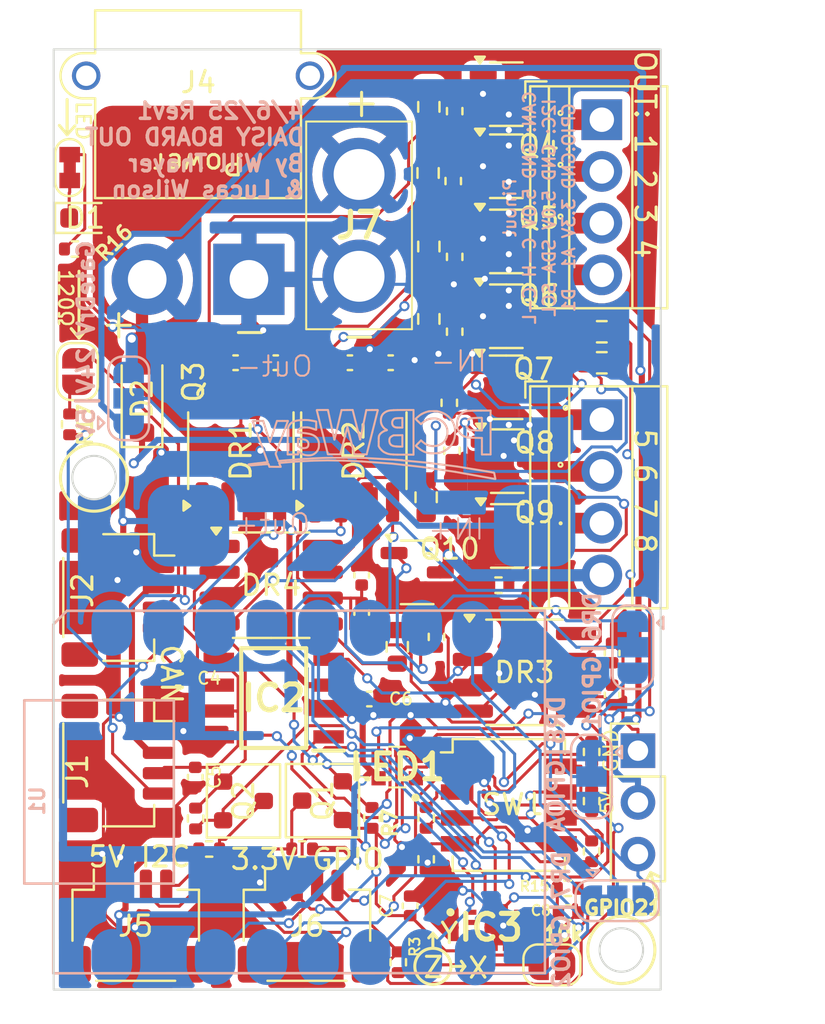
<source format=kicad_pcb>
(kicad_pcb (version 20240108) (generator "pcbnew") (generator_version "8.0")
  (layers (0 "F.Cu" signal) (31 "B.Cu" signal) (34 "B.Paste" user) (35 "F.Paste" user) (36 "B.SilkS" user "B.Silkscreen") (37 "F.SilkS" user "F.Silkscreen") (38 "B.Mask" user) (39 "F.Mask" user) (44 "Edge.Cuts" user))
  (net 0 "")
  (net 1 "+24V")
  (net 2 "+5V")
  (net 3 "CANH")
  (net 4 "CANL")
  (net 5 "CANTX")
  (net 6 "+3.3V")
  (net 7 "CANRX")
  (net 8 "Net-(R1-Pad1)")
  (net 9 "DipV")
  (net 10 "Net-(R10-Pad1)")
  (net 11 "Net-(R11-Pad1)")
  (net 12 "GPIO_1")
  (net 13 "GPIO_A")
  (net 14 "SDA")
  (net 15 "SCL")
  (net 16 "GPIO_2")
  (net 17 "/SCL5")
  (net 18 "/SDA5")
  (net 21 "Net-(IC3-CS)")
  (net 27 "Net-(D1-K)")
  (net 28 "Net-(JP1-A)")
  (net 30 "Net-(D2-K)")
  (net 31 "Net-(JP2-A)")
  (net 32 "Net-(JP4-B)")
  (net 41 "Out1")
  (net 42 "DRV")
  (net 43 "In1")
  (net 44 "DR1")
  (net 45 "DR2")
  (net 46 "In2")
  (net 47 "DR4")
  (net 48 "In4")
  (net 49 "In3")
  (net 50 "DR3")
  (net 51 "DR5")
  (net 52 "In6")
  (net 53 "In5")
  (net 54 "DR6")
  (net 55 "DR7")
  (net 56 "In7")
  (net 57 "DR8")
  (net 58 "In8")
  (net 59 "Net-(JP3-C)")
  (net 60 "Net-(JP5-C)")
  (net 61 "Net-(JP6-C)")
  (net 62 "Net-(Q3-G)")
  (net 63 "Out2")
  (net 64 "Net-(Q4-G)")
  (net 65 "Out3")
  (net 66 "Net-(Q5-G)")
  (net 67 "Net-(Q6-G)")
  (net 68 "Out4")
  (net 69 "Out5")
  (net 70 "Net-(Q7-G)")
  (net 71 "Out6")
  (net 72 "Net-(Q8-G)")
  (net 73 "Net-(Q9-G)")
  (net 74 "Out7")
  (net 75 "Net-(Q10-G)")
  (net 76 "Out8")
  (net 77 "PGND")
  (footprint "Library:Xt30 Horizontal" (layer "F.Cu") (at 86.916 65.626)
    (property "Reference" "J4")
    (property "Value" "XT30PB")
  )
  (footprint "Resistor_SMD:R_0402_1005Metric" (layer "F.Cu") (at 103.7674 88.8338 -90)
    (property "Reference" "R13" (hide yes))
    (property "Value" "10k")
  )
  (footprint "Capacitor_SMD:C_0402_1005Metric" (layer "F.Cu") (at 104.775 86.035 -90)
    (property "Reference" "C10" (hide yes))
    (property "Value" "1uF 50V")
  )
  (footprint "Capacitor_SMD:C_0402_1005Metric" (layer "F.Cu") (at 88.237 69.7205)
    (property "Reference" "C2" (hide yes))
    (property "Value" "1uF 50V")
  )
  (footprint "Connector_JST:JST_SH_SM04B-SRSS-TB_1x04-1MP_P1.00mm_Horizontal" (layer "F.Cu") (at 81.3502 97.3882)
    (property "Reference" "J5")
    (property "Value" "SM04B-SRSS-TB")
  )
  (footprint "Resistor_SMD:R_0402_1005Metric" (layer "F.Cu") (at 84.963 93.599 180)
    (property "Reference" "R9" (hide yes))
    (property "Value" "10k")
  )
  (footprint "Resistor_SMD:R_0402_1005Metric" (layer "F.Cu") (at 103.7674 93.7146 90)
    (property "Reference" "R11" (hide yes))
    (property "Value" "4.7k")
  )
  (footprint "Connector_PinHeader_2.54mm:PinHeader_1x03_P2.54mm_Vertical" (layer "F.Cu") (at 106.045 88.773)
    (property "Reference" "J8" (hide yes))
    (property "Value" "Conn_01x03_Pin")
  )
  (footprint "Resistor_SMD:R_0402_1005Metric" (layer "F.Cu") (at 99.187 80.645)
    (property "Reference" "R28" (hide yes))
    (property "Value" "100k")
  )
  (footprint "PCM_Package_TO_SOT_SMD_AKL:SOT-23" (layer "F.Cu") (at 86.6485 91.2413)
    (property "Reference" "Q2")
    (property "Value" "BSS138" (hide yes))
  )
  (footprint "Package_SO:SOP-8_3.76x4.96mm_P1.27mm" (layer "F.Cu") (at 100.4644 84.9257)
    (property "Reference" "DR3")
    (property "Value" "COS4427SR")
  )
  (footprint "CutomParts:Jumper Connected 2 Pin Small" (layer "F.Cu") (at 78.105 60.198 -90)
    (property "Reference" "JP2" (hide yes))
    (property "Value" "SolderJumper_2_Open")
  )
  (footprint "Resistor_SMD:R_0402_1005Metric" (layer "F.Cu") (at 78.105 72.7456 90)
    (property "Reference" "R17")
    (property "Value" "120")
  )
  (footprint "Package_TO_SOT_SMD:SOT-23-3" (layer "F.Cu") (at 99.5735 60.071)
    (property "Reference" "Q4")
    (property "Value" "40N05")
  )
  (footprint "Package_SO:SOP-8_3.76x4.96mm_P1.27mm" (layer "F.Cu") (at 88.011 80.645)
    (property "Reference" "DR4")
    (property "Value" "COS4427SR")
  )
  (footprint "Resistor_SMD:R_0402_1005Metric" (layer "F.Cu") (at 96.9623 60.7978 90)
    (property "Reference" "R6" (hide yes))
    (property "Value" "100k")
  )
  (footprint "Capacitor_SMD:C_0402_1005Metric" (layer "F.Cu") (at 91.883 69.7205 180)
    (property "Reference" "C3" (hide yes))
    (property "Value" "1uF 50V")
  )
  (footprint "Diode_SMD:D_0402_1005Metric" (layer "F.Cu") (at 102.743 66.675 -45)
    (property "Reference" "D6" (hide yes))
    (property "Value" "RB161QS")
  )
  (footprint "SamacSys_Parts:LSM6DS3USTR" (layer "F.Cu") (at 99.0266 97.4574)
    (property "Reference" "IC3")
    (property "Value" "LSM6DS3TR-C" (hide yes))
  )
  (footprint "Resistor_SMD:R_0402_1005Metric" (layer "F.Cu") (at 89.533 93.599)
    (property "Reference" "R14" (hide yes))
    (property "Value" "10k")
  )
  (footprint "Resistor_SMD:R_0603_1608Metric" (layer "F.Cu") (at 95.631 76.327 -90)
    (property "Reference" "R24" (hide yes))
    (property "Value" "10")
  )
  (footprint "Diode_SMD:D_0402_1005Metric" (layer "F.Cu") (at 101.473 76.835 135)
    (property "Reference" "D9" (hide yes))
    (property "Value" "RB161QS")
  )
  (footprint "Capacitor_SMD:C_0402_1005Metric" (layer "F.Cu") (at 92.4607 81.991 -90)
    (property "Reference" "C13" (hide yes))
    (property "Value" "100nF 50V")
  )
  (footprint "Connector_JST:JST_SH_SM04B-SRSS-TB_1x04-1MP_P1.00mm_Horizontal" (layer "F.Cu") (at 80.4738 81.25 -90)
    (property "Reference" "J2")
    (property "Value" "SM04B-SRSS-TB")
  )
  (footprint "Resistor_SMD:R_0402_1005Metric" (layer "F.Cu") (at 78.357 64.135 180)
    (property "Reference" "R16")
    (property "Value" "1.5k")
  )
  (footprint "Resistor_SMD:R_0603_1608Metric" (layer "F.Cu") (at 104.267 69.723)
    (property "Reference" "R23" (hide yes))
    (property "Value" "10")
  )
  (footprint "Diode_SMD:D_0402_1005Metric" (layer "F.Cu") (at 96.647 78.105 45)
    (property "Reference" "D10" (hide yes))
    (property "Value" "RB161QS")
  )
  (footprint "Package_TO_SOT_SMD:SOT-23-3" (layer "F.Cu") (at 95.189 80.0155)
    (property "Reference" "Q10")
    (property "Value" "40N05")
  )
  (footprint "Resistor_SMD:R_0402_1005Metric" (layer "F.Cu") (at 97.0335 68.197 90)
    (property "Reference" "R21" (hide yes))
    (property "Value" "100k")
  )
  (footprint "LED_SMD:LED_0603_1608Metric" (layer "F.Cu") (at 78.8671 62.611)
    (property "Reference" "D1")
    (property "Value" "KT-0603R")
  )
  (footprint "Resistor_SMD:R_0402_1005Metric" (layer "F.Cu") (at 96.139 83.185 -90)
    (property "Reference" "R29" (hide yes))
    (property "Value" "100k")
  )
  (footprint "JST_Sorted:XT30PB" (layer "F.Cu") (at 92.3326 65.4744 180)
    (property "Reference" "J7")
    (property "Value" "XT30PB" (hide yes))
  )
  (footprint "Resistor_SMD:R_0402_1005Metric" (layer "F.Cu") (at 103.7674 91.2488 90)
    (property "Reference" "R1" (hide yes))
    (property "Value" "22k")
  )
  (footprint "Package_TO_SOT_SMD:SOT-23-3" (layer "F.Cu") (at 99.5735 63.763)
    (property "Reference" "Q5")
    (property "Value" "40N05")
  )
  (footprint "Resistor_SMD:R_0402_1005Metric" (layer "F.Cu") (at 84.2968 92.103 90)
    (property "Reference" "R8" (hide yes))
    (property "Value" "10k")
  )
  (footprint "Diode_SMD:D_0402_1005Metric" (layer "F.Cu") (at 102.235 58.547 -90)
    (property "Reference" "D3" (hide yes))
    (property "Value" "RB161QS")
  )
  (footprint "PCM_Package_TO_SOT_SMD_AKL:SOT-23" (layer "F.Cu") (at 90.5347 91.2261 180)
    (property "Reference" "Q1")
    (property "Value" "BSS138" (hide yes))
  )
  (footprint "SamacSys_Parts:SOIC127P600X175-8N" (layer "F.Cu") (at 88.1343 86.1892 180)
    (property "Reference" "IC2")
    (property "Value" "TJA1050T_CM" (hide yes))
  )
  (footprint "Package_TO_SOT_SMD:SOT-23-3" (layer "F.Cu") (at 99.6206 74.553)
    (property "Reference" "Q8")
    (property "Value" "40N05")
  )
  (footprint "Capacitor_SMD:C_0402_1005Metric" (layer "F.Cu") (at 86.261 69.7205 180)
    (property "Reference" "C1" (hide yes))
    (property "Value" "100nF 50V")
  )
  (footprint "Diode_SMD:D_0402_1005Metric" (layer "F.Cu") (at 102.489 73.025 -90)
    (property "Reference" "D7" (hide yes))
    (property "Value" "RB161QS")
  )
  (footprint "Capacitor_SMD:C_0402_1005Metric" (layer "F.Cu") (at 94.8436 96.393 90)
    (property "Reference" "C7")
    (property "Value" "100nF 50V")
  )
  (footprint "Capacitor_SMD:C_0402_1005Metric" (layer "F.Cu") (at 102.616 96.7232)
    (property "Reference" "C8")
    (property "Value" "100nF 50V")
  )
  (footprint "Resistor_SMD:R_0603_1608Metric" (layer "F.Cu") (at 104.267 68.199)
    (property "Reference" "R22" (hide yes))
    (property "Value" "10")
  )
  (footprint "Resistor_SMD:R_0402_1005Metric" (layer "F.Cu") (at 94.2594 99.1616 90)
    (property "Reference" "R3")
    (property "Value" "10k 1%")
  )
  (footprint "Diode_SMD:D_0402_1005Metric" (layer "F.Cu") (at 102.235 75.819 -90)
    (property "Reference" "D8" (hide yes))
    (property "Value" "RB161QS")
  )
  (footprint "Resistor_SMD:R_0603_1608Metric" (layer "F.Cu") (at 94.2112 83.6743 -90)
    (property "Reference" "R25" (hide yes))
    (property "Value" "10")
  )
  (footprint "Resistor_SMD:R_0402_1005Metric" (layer "F.Cu") (at 95.631 94.107 90)
    (property "Reference" "R12" (hide yes))
    (property "Value" "2.2k")
  )
  (footprint "Resistor_SMD:R_0603_1608Metric" (layer "F.Cu") (at 95.7635 57.155 -90)
    (property "Reference" "R4" (hide yes))
    (property "Value" "10")
  )
  (footprint "Jumper:SolderJumper-2_P1.3mm_Open_RoundedPad1.0x1.5mm" (layer "F.Cu") (at 78.486 70.1548 90)
    (property "Reference" "JP1" (hide yes))
    (property "Value" "SolderJumper_2_Open")
  )
  (footprint "Resistor_SMD:R_0603_1608Metric" (layer "F.Cu") (at 95.7269 60.4018 -90)
    (property "Reference" "R5" (hide yes))
    (property "Value" "10")
  )
  (footprint "Package_TO_SOT_SMD:SOT-23-3" (layer "F.Cu") (at 99.5735 67.437)
    (property "Reference" "Q6")
    (property "Value" "40N05")
  )
  (footprint "Resistor_SMD:R_0402_1005Metric" (layer "F.Cu") (at 97.0335 57.3644 90)
    (property "Reference" "R2" (hide yes))
    (property "Value" "100k")
  )
  (footprint "Capacitor_SMD:C_0402_1005Metric" (layer "F.Cu") (at 104.775 83.975 90)
    (property "Reference" "C11" (hide yes))
    (property "Value" "100nF 50V")
  )
  (footprint "Package_SO:SOP-8_3.76x4.96mm_P1.27mm" (layer "F.Cu") (at 86.521 74.0385 90)
    (property "Reference" "DR1")
    (property "Value" "COS4427SR")
  )
  (footprint "Package_TO_SOT_SMD:SOT-23-3" (layer "F.Cu") (at 99.6206 78.227)
    (property "Reference" "Q9")
    (property "Value" "40N05")
  )
  (footprint "Package_TO_SOT_SMD:SOT-23-3" (layer "F.Cu") (at 99.5625 70.927)
    (property "Reference" "Q7")
    (property "Value" "40N05")
  )
  (footprint "Package_SO:SOP-8_3.76x4.96mm_P1.27mm" (layer "F.Cu") (at 92.075 74.041 90)
    (property "Reference" "DR2")
    (property "Value" "COS4427SR")
  )
  (footprint "Diode_SMD:D_0402_1005Metric" (layer "F.Cu") (at 102.235 63.627 -90)
    (property "Reference" "D5" (hide yes))
    (property "Value" "RB161QS")
  )
  (footprint "Resistor_SMD:R_0402_1005Metric" (layer "F.Cu") (at 92.9667 92.0737 -90)
    (property "Reference" "R7")
    (property "Value" "10k")
  )
  (footprint "Resistor_SMD:R_0402_1005Metric" (layer "F.Cu") (at 97.0335 64.521 90)
    (property "Reference" "R19" (hide yes))
    (property "Value" "100k")
  )
  (footprint "Diode_SMD:D_0402_1005Metric" (layer "F.Cu") (at 102.235 61.087 -90)
    (property "Reference" "D4" (hide yes))
    (property "Value" "RB161QS")
  )
  (footprint "Capacitor_SMD:C_0402_1005Metric" (layer "F.Cu") (at 83.439 85.217)
    (property "Reference" "C4")
    (property "Value" "30pF")
  )
  (footprint "Capacitor_SMD:C_0402_1005Metric" (layer "F.Cu") (at 92.837 86.233)
    (property "Reference" "C6")
    (property "Value" "100nF 50V")
  )
  (footprint "Connector_JST:JST_SH_SM04B-SRSS-TB_1x04-1MP_P1.00mm_Horizontal" (layer "F.Cu") (at 80.4738 89.378 -90)
    (property "Reference" "J1")
    (property "Value" "SM04B-SRSS-TB")
  )
  (footprint "Resistor_SMD:R_0402_1005Metric" (layer "F.Cu") (at 102.5906 95.5294 180)
    (property "Reference" "R15")
    (property "Value" "10k")
  )
  (footprint "Package_TO_SOT_SMD:SOT-23-3" (layer "F.Cu") (at 99.5727 56.5298)
    (property "Reference" "Q3" (hide yes))
    (property "Value" "40N05")
  )
  (footprint "Resistor_SMD:R_0402_1005Metric" (layer "F.Cu") (at 96.7685 71.689 90)
    (property "Reference" "R26" (hide yes))
    (property "Value" "100k")
  )
  (footprint "TerminalBlock:TerminalBlock_Xinya_XY308-2.54-4P_1x04_P2.54mm_Horizontal" (layer "F.Cu") (at 104.267 72.517 -90)
    (property "Reference" "J9" (hide yes))
    (property "Value" "Conn_01x04_Pin")
  )
  (footprint "Resistor_SMD:R_0603_1608Metric" (layer "F.Cu") (at 95.7635 67.569 -90)
    (property "Reference" "R20" (hide yes))
    (property "Value" "10")
  )
  (footprint "Capacitor_SMD:C_0402_1005Metric" (layer "F.Cu") (at 84.2786 90.071 -90)
    (property "Reference" "C5")
    (property "Value" "30pF")
  )
  (footprint "Connector_JST:JST_SH_SM04B-SRSS-TB_1x04-1MP_P1.00mm_Horizontal" (layer "F.Cu") (at 89.7696 97.3882)
    (property "Reference" "J6")
    (property "Value" "SM04B-SRSS-TB")
  )
  (footprint "Resistor_SMD:R_0402_1005Metric" (layer "F.Cu") (at 95.631 92.073 90)
    (property "Reference" "R10" (hide yes))
    (property "Value" "10k")
  )
  (footprint "TerminalBlock:TerminalBlock_Xinya_XY308-2.54-4P_1x04_P2.54mm_Horizontal" (layer "F.Cu") (at 104.267 57.785 -90)
    (property "Reference" "J3" (hide yes))
    (property "Value" "Conn_01x04_Pin")
  )
  (footprint "Resistor_SMD:R_0402_1005Metric" (layer "F.Cu") (at 96.901 74.041 90)
    (property "Reference" "R27" (hide yes))
    (property "Value" "100k")
  )
  (footprint "Jumper:SolderJumper-2_P1.3mm_Open_RoundedPad1.0x1.5mm" (layer "F.Cu") (at 101.8136 99.2886 180)
    (property "Reference" "JP4" (hide yes))
    (property "Value" "SolderJumper_2_Open")
  )
  (footprint "Button_Switch_SMD:SW_DIP_SPSTx04_Slide_Copal_CHS-04A_W5.08mm_P1.27mm_JPin" (layer "F.Cu") (at 99.695 91.44)
    (property "Reference" "SW1")
    (property "Value" "DSHP04TJGER")
  )
  (footprint "Capacitor_SMD:C_0402_1005Metric" (layer "F.Cu") (at 93.887 69.7205)
    (property "Reference" "C9" (hide yes))
    (property "Value" "100nF 50V")
  )
  (footprint "Capacitor_SMD:C_0402_1005Metric" (layer "F.Cu") (at 92.4607 80.157 90)
    (property "Reference" "C12" (hide yes))
    (property "Value" "1uF 50V")
  )
  (footprint "SamacSys_Parts:WS2812C2020" (layer "F.Cu") (at 94.208 89.577)
    (property "Reference" "LED1")
    (property "Value" "WS2812C-2020" (hide yes))
  )
  (footprint "Resistor_SMD:R_0603_1608Metric" (layer "F.Cu") (at 95.7635 64.013 -90)
    (property "Reference" "R18" (hide yes))
    (property "Value" "10")
  )
  (footprint "Diode_SMD:D_SOD-123" (layer "F.Cu") (at 81.661 71.501 90)
    (property "Reference" "D2")
    (property "Value" "SS34")
  )
  (footprint "Jumper:SolderJumper-3_P1.3mm_Bridged12_RoundedPad1.0x1.5mm" (layer "B.Cu") (at 105.791 83.693 -90)
    (property "Reference" "JP3" (hide yes))
    (property "Value" "SolderJumper_3_Bridged12")
  )
  (footprint "Jumper:SolderJumper-3_P1.3mm_Bridged12_RoundedPad1.0x1.5mm" (layer "B.Cu") (at 103.759 90.043 -90)
    (property "Reference" "JP6" (hide yes))
    (property "Value" "SolderJumper_3_Bridged12")
  )
  (footprint "Jumper:SolderJumper-3_P1.3mm_Bridged12_RoundedPad1.0x1.5mm" (layer "B.Cu") (at 105.029 96.139)
    (property "Reference" "JP5" (hide yes))
    (property "Value" "SolderJumper_3_Bridged12")
  )
  (footprint "Library:EY9 reg board" (layer "B.Cu") (at 92.329 73.279 180)
    (property "Reference" "VR1" (hide yes))
    (property "Value" "~")
  )
  (footprint "Arduino:ESP32-C3 16 Pin Super Mini" (layer "B.Cu") (at 98.2964 81.9039 -90)
    (property "Reference" "U1")
    (property "Value" "MOUDLE-SEEEDUINO-XIAO-ESP32C3")
  )
  (footprint "Jumper:SolderJumper-3_P1.3mm_Bridged12_RoundedPad1.0x1.5mm" (layer "B.Cu") (at 81.0026 71.471 90)
    (property "Reference" "JP7" (hide yes))
    (property "Value" "SolderJumper_3_Bridged12")
  )
  (gr_line (start 96.034299 72.095359) (end 95.964343 72.096099) (stroke (width 0.1)) (layer "B.SilkS"))
  (gr_line (start 92.540776 72.763839) (end 92.483703 73.03958) (stroke (width 0.1)) (layer "B.SilkS"))
  (gr_arc (start 89.500357 74.183245) (mid 89.470826 74.165417) (end 89.442223 74.146135) (stroke (width 0.1)) (layer "B.SilkS"))
  (gr_line (start 98.720019 75.076251) (end 98.600863 75.054382) (stroke (width 0.1)) (layer "B.SilkS"))
  (gr_line (start 87.477602 73.619699) (end 87.835361 74.589857) (stroke (width 0.1)) (layer "B.SilkS"))
  (gr_line (start 88.297252 74.369326) (end 88.256157 74.261972) (stroke (width 0.1)) (layer "B.SilkS"))
  (gr_line (start 95.212013 72.386565) (end 95.132167 72.457578) (stroke (width 0.1)) (layer "B.SilkS"))
  (gr_line (start 98.600863 75.054382) (end 97.148621 74.816657) (stroke (width 0.1)) (layer "B.SilkS"))
  (gr_arc (start 96.432491 73.667555) (mid 96.38131 73.702337) (end 96.327101 73.732184) (stroke (width 0.1)) (layer "B.SilkS"))
  (gr_line (start 98.585623 74.225166) (end 98.798983 74.225166) (stroke (width 0.1)) (layer "B.SilkS"))
  (gr_arc (start 99.030965 75.42913) (mid 99.028805 75.430447) (end 99.026288 75.430627) (stroke (width 0.1)) (layer "B.SilkS"))
  (gr_line (start 89.289223 74.571123) (end 90.038391 74.530675) (stroke (width 0.1)) (layer "B.SilkS"))
  (gr_arc (start 93.960438 72.670954) (mid 93.962791 72.634294) (end 93.970061 72.598285) (stroke (width 0.1)) (layer "B.SilkS"))
  (gr_arc (start 97.770331 73.008447) (mid 97.739145 72.992087) (end 97.709988 72.972335) (stroke (width 0.1)) (layer "B.SilkS"))
  (gr_line (start 95.766382 74.159871) (end 95.820739 74.165417) (stroke (width 0.1)) (layer "B.SilkS"))
  (gr_line (start 87.128068 74.755007) (end 87.520888 74.722491) (stroke (width 0.1)) (layer "B.SilkS"))
  (gr_line (start 90.422774 72.729295) (end 90.527321 73.143126) (stroke (width 0.1)) (layer "B.SilkS"))
  (gr_line (start 87.881989 74.716441) (end 87.890454 74.738246) (stroke (width 0.1)) (layer "B.SilkS"))
  (gr_line (start 98.115722 73.0441) (end 97.945977 73.039225) (stroke (width 0.1)) (layer "B.SilkS"))
  (gr_line (start 92.706281 74.220087) (end 92.978849 73.143126) (stroke (width 0.1)) (layer "B.SilkS"))
  (gr_line (start 91.111128 73.471086) (end 91.070088 73.283207) (stroke (width 0.1)) (layer "B.SilkS"))
  (gr_line (start 97.921208 72.074174) (end 97.781315 72.08177) (stroke (width 0.1)) (layer "B.SilkS"))
  (gr_arc (start 90.255845 72.063621) (mid 90.254909 72.05858) (end 90.254543 72.053466) (stroke (width 0.1)) (layer "B.SilkS"))
  (gr_line (start 90.827454 72.157984) (end 90.816769 72.109347) (stroke (width 0.1)) (layer "B.SilkS"))
  (gr_line (start 92.978849 73.143126) (end 93.08336 72.729284) (stroke (width 0.1)) (layer "B.SilkS"))
  (gr_arc (start 93.849276 73.680008) (mid 93.831557 73.628614) (end 93.823009 73.574927) (stroke (width 0.1)) (layer "B.SilkS"))
  (gr_line (start 91.070088 73.283207) (end 91.024117 73.071515) (stroke (width 0.1)) (layer "B.SilkS"))
  (gr_arc (start 89.391702 73.850847) (mid 89.378311 73.842514) (end 89.365473 73.833354) (stroke (width 0.1)) (layer "B.SilkS"))
  (gr_line (start 91.703634 73.080356) (end 91.755405 72.886464) (stroke (width 0.1)) (layer "B.SilkS"))
  (gr_arc (start 88.845557 72.90631) (mid 88.859859 72.86334) (end 88.879122 72.822354) (stroke (width 0.1)) (layer "B.SilkS"))
  (gr_line (start 88.747393 72.81042) (end 88.831472 72.585804) (stroke (width 0.1)) (layer "B.SilkS"))
  (gr_arc (start 90.340809 73.57659) (mid 90.350005 73.615555) (end 90.355519 73.655209) (stroke (width 0.1)) (layer "B.SilkS"))
  (gr_arc (start 98.97166 75.131574) (mid 98.974453 75.135184) (end 98.976026 75.139465) (stroke (width 0.1)) (layer "B.SilkS"))
  (gr_line (start 88.666602 72.579505) (end 88.563721 72.579247) (stroke (width 0.1)) (layer "B.SilkS"))
  (gr_line (start 93.581576 74.119936) (end 93.64928 74.152013) (stroke (width 0.1)) (layer "B.SilkS"))
  (gr_line (start 93.958282 74.675668) (end 95.473545 74.844805) (stroke (width 0.1)) (layer "B.SilkS"))
  (gr_line (start 88.821863 73.607541) (end 88.821863 74.225166) (stroke (width 0.1)) (layer "B.SilkS"))
  (gr_line (start 91.810936 73.080323) (end 91.866177 73.29595) (stroke (width 0.1)) (layer "B.SilkS"))
  (gr_line (start 98.879647 75.405401) (end 98.957576 75.419127) (stroke (width 0.1)) (layer "B.SilkS"))
  (gr_line (start 98.957576 75.419127) (end 99.026288 75.430627) (stroke (width 0.1)) (layer "B.SilkS"))
  (gr_line (start 94.300642 72.439777) (end 94.460663 72.434578) (stroke (width 0.1)) (layer "B.SilkS"))
  (gr_arc (start 97.390828 73.267632) (mid 97.337267 73.221482) (end 97.289677 73.169195) (stroke (width 0.1)) (layer "B.SilkS"))
  (gr_arc (start 97.168113 72.910794) (mid 97.159361 72.861597) (end 97.154628 72.811852) (stroke (width 0.1)) (layer "B.SilkS"))
  (gr_line (start 97.199411 72.451887) (end 97.196265 72.460394) (stroke (width 0.1)) (layer "B.SilkS"))
  (gr_line (start 93.957036 73.320942) (end 94.026777 73.285366) (stroke (width 0.1)) (layer "B.SilkS"))
  (gr_arc (start 93.446259 72.766273) (mid 93.428033 72.720397) (end 93.415216 72.672726) (stroke (width 0.1)) (layer "B.SilkS"))
  (gr_arc (start 89.523742 73.910134) (mid 89.508911 73.906822) (end 89.494413 73.90227) (stroke (width 0.1)) (layer "B.SilkS"))
  (gr_line (start 94.176355 72.446919) (end 94.236564 72.442633) (stroke (width 0.1)) (layer "B.SilkS"))
  (gr_line (start 94.308644 72.904366) (end 94.225391 72.903558) (stroke (width 0.1)) (layer "B.SilkS"))
  (gr_line (start 94.24372 73.281815) (end 94.460663 73.278265) (stroke (width 0.1)) (layer "B.SilkS"))
  (gr_line (start 94.027725 72.048637) (end 93.92337 72.056557) (stroke (width 0.1)) (layer "B.SilkS"))
  (gr_line (start 91.573812 74.385628) (end 90.946996 74.388019) (stroke (width 0.1)) (layer "B.SilkS"))
  (gr_line (start 93.17138 72.378745) (end 93.250199 72.063641) (stroke (width 0.1)) (layer "B.SilkS"))
  (gr_line (start 89.324783 73.142313) (end 89.32775 73.097386) (stroke (width 0.1)) (layer "B.SilkS"))
  (gr_arc (start 95.706284 72.507998) (mid 95.77416 72.484344) (end 95.844127 72.467871) (stroke (width 0.1)) (layer "B.SilkS"))
  (gr_line (start 95.798116 72.103797) (end 95.756988 72.109264) (stroke (width 0.1)) (layer "B.SilkS"))
  (gr_arc (start 87.099422 72.597026) (mid 87.099714 72.5908) (end 87.10451 72.586808) (stroke (width 0.1)) (layer "B.SilkS"))
  (gr_line (start 87.846821 73.298718) (end 87.746302 72.982921) (stroke (width 0.1)) (layer "B.SilkS"))
  (gr_arc (start 90.190922 73.002962) (mid 90.179894 73.000807) (end 90.169057 72.99784) (stroke (width 0.1)) (layer "B.SilkS"))
  (gr_line (start 98.372262 72.744513) (end 98.372262 73.048634) (stroke (width 0.1)) (layer "B.SilkS"))
  (gr_arc (start 89.65463 72.894227) (mid 89.724355 72.892429) (end 89.794008 72.896074) (stroke (width 0.1)) (layer "B.SilkS"))
  (gr_line (start 95.374785 72.733897) (end 95.433425 72.683425) (stroke (width 0.1)) (layer "B.SilkS"))
  (gr_arc (start 96.159886 73.796506) (mid 96.120993 73.804098) (end 96.08164 73.808755) (stroke (width 0.1)) (layer "B.SilkS"))
  (gr_arc (start 98.349861 72.427224) (mid 98.35832 72.428841) (end 98.36549 72.433619) (stroke (width 0.1)) (layer "B.SilkS"))
  (gr_arc (start 88.829327 73.002062) (mid 88.835184 72.953803) (end 88.845557 72.90631) (stroke (width 0.1)) (layer "B.SilkS"))
  (gr_line (start 93.297594 73.585085) (end 93.297343 73.813685) (stroke (width 0.1)) (layer "B.SilkS"))
  (gr_arc (start 93.462346 72.302239) (mid 93.486285 72.264594) (end 93.515077 72.230516) (stroke (width 0.1)) (layer "B.SilkS"))
  (gr_arc (start 88.97901 72.696422) (mid 89.001723 72.678606) (end 89.025314 72.661972) (stroke (width 0.1)) (layer "B.SilkS"))
  (gr_line (start 90.554142 74.396799) (end 90.082923 74.417159) (stroke (width 0.1)) (layer "B.SilkS"))
  (gr_line (start 90.107028 72.978269) (end 90.142234 72.989823) (stroke (width 0.1)) (layer "B.SilkS"))
  (gr_line (start 95.158328 72.526849) (end 95.199303 72.568284) (stroke (width 0.1)) (layer "B.SilkS"))
  (gr_arc (start 89.879436 72.908504) (mid 89.924682 72.918711) (end 89.969382 72.931091) (stroke (width 0.1)) (layer "B.SilkS"))
  (gr_line (start 93.684484 73.035801) (end 93.6689 73.041425) (stroke (width 0.1)) (layer "B.SilkS"))
  (gr_arc (start 88.476158 74.830525) (mid 88.476335 74.831415) (end 88.476423 74.832319) (stroke (width 0.1)) (layer "B.SilkS"))
  (gr_line (start 96.061866 73.809522) (end 95.984663 73.812522) (stroke (width 0.1)) (layer "B.SilkS"))
  (gr_arc (start 88.909427 72.772755) (mid 88.924781 72.751852) (end 88.941571 72.732084) (stroke (width 0.1)) (layer "B.SilkS"))
  (gr_line (start 87.943281 73.597741) (end 87.846821 73.298718) (stroke (width 0.1)) (layer "B.SilkS"))
  (gr_line (start 87.900073 74.763702) (end 87.924745 74.829685) (stroke (width 0.1)) (layer "B.SilkS"))
  (gr_line (start 98.349861 72.427198) (end 98.349861 72.427224) (stroke (width 0.1)) (layer "B.SilkS"))
  (gr_arc (start 89.546141 72.904268) (mid 89.580923 72.898924) (end 89.615958 72.895626) (stroke (width 0.1)) (layer "B.SilkS"))
  (gr_line (start 92.483703 73.03958) (end 92.434631 73.272766) (stroke (width 0.1)) (layer "B.SilkS"))
  (gr_line (start 91.930823 73.552088) (end 92.098463 74.220087) (stroke (width 0.1)) (layer "B.SilkS"))
  (gr_arc (start 96.661079 72.964851) (mid 96.669969 73.008817) (end 96.674437 73.053449) (stroke (width 0.1)) (layer "B.SilkS"))
  (gr_arc (start 96.23983 74.155949) (mid 96.196065 74.162848) (end 96.151848 74.165663) (stroke (width 0.1)) (layer "B.SilkS"))
  (gr_line (start 94.026777 73.285366) (end 94.24372 73.281815) (stroke (width 0.1)) (layer "B.SilkS"))
  (gr_line (start 93.114593 72.042286) (end 92.970036 72.043145) (stroke (width 0.1)) (layer "B.SilkS"))
  (gr_line (start 89.35391 74.07467) (end 89.370324 74.087938) (stroke (width 0.1)) (layer "B.SilkS"))
  (gr_arc (start 97.661298 72.923587) (mid 97.647834 72.907153) (end 97.635881 72.889589) (stroke (width 0.1)) (layer "B.SilkS"))
  (gr_arc (start 89.248722 72.568167) (mid 89.358131 72.548674) (end 89.468955 72.540393) (stroke (width 0.1)) (layer "B.SilkS"))
  (gr_line (start 98.915243 75.111962) (end 98.825746 75.095611) (stroke (width 0.1)) (layer "B.SilkS"))
  (gr_line (start 94.231471 72.042613) (end 94.027725 72.048637) (stroke (width 0.1)) (layer "B.SilkS"))
  (gr_line (start 92.329 73.279) (end 92.268977 73.045744) (stroke (width 0.1)) (layer "B.SilkS"))
  (gr_arc (start 89.129486 72.606333) (mid 89.188314 72.584782) (end 89.248722 72.568167) (stroke (width 0.1)) (layer "B.SilkS"))
  (gr_line (start 97.691158 72.956096) (end 97.670313 72.93437) (stroke (width 0.1)) (layer "B.SilkS"))
  (gr_arc (start 93.996609 72.80402) (mid 93.980646 72.774999) (end 93.969751 72.743719) (stroke (width 0.1)) (layer "B.SilkS"))
  (gr_line (start 95.999903 74.168562) (end 96.121578 74.167304) (stroke (width 0.1)) (layer "B.SilkS"))
  (gr_line (start 89.731818 72.533667) (end 89.654761 72.533027) (stroke (width 0.1)) (layer "B.SilkS"))
  (gr_line (start 91.469534 72.045846) (end 91.300721 72.757046) (stroke (width 0.1)) (layer "B.SilkS"))
  (gr_arc (start 97.515733 73.342562) (mid 97.451207 73.308553) (end 97.390828 73.267632) (stroke (width 0.1)) (layer "B.SilkS"))
  (gr_line (start 96.149833 72.096279) (end 96.097375 72.095506) (stroke (width 0.1)) (layer "B.SilkS"))
  (gr_arc (start 97.230129 72.38306) (mid 97.23648 72.371003) (end 97.243401 72.359265) (stroke (width 0.1)) (layer "B.SilkS"))
  (gr_line (start 89.339802 74.06389) (end 89.35391 74.07467) (stroke (width 0.1)) (layer "B.SilkS"))
  (gr_arc (start 96.229686 72.490812) (mid 96.267613 72.506013) (end 96.304702 72.523158) (stroke (width 0.1)) (layer "B.SilkS"))
  (gr_line (start 90.223943 72.809349) (end 90.223943 72.610509) (stroke (width 0.1)) (layer "B.SilkS"))
  (gr_line (start 93.6689 73.041425) (end 93.650369 73.046909) (stroke (width 0.1)) (layer "B.SilkS"))
  (gr_line (start 89.362882 73.454149) (end 89.381684 73.455361) (stroke (width 0.1)) (layer "B.SilkS"))
  (gr_line (start 90.142234 72.989823) (end 90.169057 72.99784) (stroke (width 0.1)) (layer "B.SilkS"))
  (gr_line (start 96.151848 74.165663) (end 96.187223 74.163746) (stroke (width 0.1)) (layer "B.SilkS"))
  (gr_line (start 98.798983 74.225166) (end 98.798983 73.148206) (stroke (width 0.1)) (layer "B.SilkS"))
  (gr_arc (start 94.13745 72.894535) (mid 94.119666 72.889869) (end 94.102237 72.884017) (stroke (width 0.1)) (layer "B.SilkS"))
  (gr_line (start 88.830698 72.581376) (end 88.753209 72.580306) (stroke (width 0.1)) (layer "B.SilkS"))
  (gr_line (start 88.125785 73.087301) (end 88.060227 73.282411) (stroke (width 0.1)) (layer "B.SilkS"))
  (gr_arc (start 96.609905 72.827012) (mid 96.639151 72.894573) (end 96.661079 72.964851) (stroke (width 0.1)) (layer "B.SilkS"))
  (gr_line (start 88.543923 73.352476) (end 88.654391 73.0585) (stroke (width 0.1)) (layer "B.SilkS"))
  (gr_arc (start 97.709988 72.972335) (mid 97.700331 72.964496) (end 97.691158 72.956096) (stroke (width 0.1)) (layer "B.SilkS"))
  (gr_arc (start 97.341817 72.24337) (mid 97.372005 72.215586) (end 97.403399 72.189172) (stroke (width 0.1)) (layer "B.SilkS"))
  (gr_line (start 90.946996 74.388019) (end 90.554142 74.396799) (stroke (width 0.1)) (layer "B.SilkS"))
  (gr_line (start 87.027591 74.760834) (end 87.128068 74.755007) (stroke (width 0.1)) (layer "B.SilkS"))
  (gr_arc (start 90.248967 73.408096) (mid 90.278829 73.44681) (end 90.304534 73.488402) (stroke (width 0.1)) (layer "B.SilkS"))
  (gr_arc (start 95.131223 73.796722) (mid 95.131874 73.793113) (end 95.133777 73.789972) (stroke (width 0.1)) (layer "B.SilkS"))
  (gr_arc (start 90.355519 73.655209) (mid 90.358817 73.70484) (end 90.359655 73.754573) (stroke (width 0.1)) (layer "B.SilkS"))
  (gr_line (start 91.103289 74.220086) (end 91.406601 74.220086) (stroke (width 0.1)) (layer "B.SilkS"))
  (gr_arc (start 88.830698 72.581376) (mid 88.831608 72.581889) (end 88.832022 72.582855) (stroke (width 0.1)) (layer "B.SilkS"))
  (gr_line (start 98.825746 75.095611) (end 98.720019 75.076251) (stroke (width 0.1)) (layer "B.SilkS"))
  (gr_line (start 96.243252 74.155138) (end 96.303978 74.140746) (stroke (width 0.1)) (layer "B.SilkS"))
  (gr_line (start 94.218801 74.233712) (end 94.53286 74.235325) (stroke (width 0.1)) (layer "B.SilkS"))
  (gr_arc (start 99.033203 75.42232) (mid 99.032904 75.425992) (end 99.030965 75.42913) (stroke (width 0.1)) (layer "B.SilkS"))
  (gr_line (start 88.365552 74.545212) (end 88.297252 74.369326) (stroke (width 0.1)) (layer "B.SilkS"))
  (gr_arc (start 90.359655 73.754573) (mid 90.358046 73.80382) (end 90.354008 73.852927) (stroke (width 0.1)) (layer "B.SilkS"))
  (gr_arc (start 93.998752 72.535061) (mid 94.019392 72.508923) (end 94.044127 72.486624) (stroke (width 0.1)) (layer "B.SilkS"))
  (gr_line (start 90.801434 72.040766) (end 90.527929 72.040766) (stroke (width 0.1)) (layer "B.SilkS"))
  (gr_arc (start 88.941571 72.732084) (mid 88.959661 72.713592) (end 88.97901 72.696422) (stroke (width 0.1)) (layer "B.SilkS"))
  (gr_arc (start 89.562906 74.214887) (mid 89.531241 74.199838) (end 89.500357 74.183245) (stroke (width 0.1)) (layer "B.SilkS"))
  (gr_line (start 90.190922 73.002962) (end 90.223943 73.008189) (stroke (width 0.1)) (layer "B.SilkS"))
  (gr_line (start 97.978724 72.436521) (end 98.113311 72.430205) (stroke (width 0.1)) (layer "B.SilkS"))
  (gr_arc (start 93.696864 73.023993) (mid 93.698172 73.025542) (end 93.698653 73.027506) (stroke (width 0.1)) (layer "B.SilkS"))
  (gr_line (start 98.372262 73.415017) (end 98.372263 73.820091) (stroke (width 0.1)) (layer "B.SilkS"))
  (gr_arc (start 87.94896 73.599795) (mid 87.945622 73.600173) (end 87.943281 73.597741) (stroke (width 0.1)) (layer "B.SilkS"))
  (gr_arc (start 91.129962 73.471111) (mid 91.128257 73.477336) (end 91.126167 73.483443) (stroke (width 0.1)) (layer "B.SilkS"))
  (gr_line (start 94.460663 72.669471) (end 94.460663 72.904367) (stroke (width 0.1)) (layer "B.SilkS"))
  (gr_arc (start 90.304534 73.488402) (mid 90.325133 73.531484) (end 90.340809 73.57659) (stroke (width 0.1)) (layer "B.SilkS"))
  (gr_line (start 87.746302 72.982921) (end 87.640484 72.642746) (stroke (width 0.1)) (layer "B.SilkS"))
  (gr_arc (start 97.289677 73.169195) (mid 97.248701 73.111473) (end 97.214984 73.04923) (stroke (width 0.1)) (layer "B.SilkS"))
  (gr_arc (start 97.605559 72.766725) (mid 97.605577 72.717993) (end 97.608651 72.669358) (stroke (width 0.1)) (layer "B.SilkS"))
  (gr_arc (start 97.731535 72.489298) (mid 97.759118 72.474247) (end 97.788415 72.462886) (stroke (width 0.1)) (layer "B.SilkS"))
  (gr_arc (start 96.663914 73.283165) (mid 96.655383 73.32714) (end 96.642511 73.370046) (stroke (width 0.1)) (layer "B.SilkS"))
  (gr_arc (start 96.061866 73.809522) (mid 95.948265 73.811729) (end 95.835232 73.800161) (stroke (width 0.1)) (layer "B.SilkS"))
  (gr_line (start 90.185843 72.600504) (end 90.121824 72.58579) (stroke (width 0.1)) (layer "B.SilkS"))
  (gr_arc (start 93.568618 72.934914) (mid 93.532154 72.89747) (end 93.499454 72.856698) (stroke (width 0.1)) (layer "B.SilkS"))
  (gr_arc (start 89.842624 73.717167) (mid 89.839273 73.762235) (end 89.828878 73.806217) (stroke (width 0.1)) (layer "B.SilkS"))
  (gr_line (start 92.591223 74.396961) (end 92.200364 74.388111) (stroke (width 0.1)) (layer "B.SilkS"))
  (gr_line (start 95.124446 72.490946) (end 95.158328 72.526849) (stroke (width 0.1)) (layer "B.SilkS"))
  (gr_arc (start 90.11605 74.203719) (mid 90.062235 74.231202) (end 90.005504 74.252012) (stroke (width 0.1)) (layer "B.SilkS"))
  (gr_line (start 95.140245 73.816728) (end 95.140265 73.816703) (stroke (width 0.1)) (layer "B.SilkS"))
  (gr_line (start 93.245663 72.046363) (end 93.193998 72.043627) (stroke (width 0.1)) (layer "B.SilkS"))
  (gr_arc (start 97.154628 72.811852) (mid 97.152887 72.752623) (end 97.154063 72.693381) (stroke (width 0.1)) (layer "B.SilkS"))
  (gr_line (start 89.416077 73.458805) (end 89.456244 73.463294) (stroke (width 0.1)) (layer "B.SilkS"))
  (gr_line (start 95.199303 72.568284) (end 95.247925 72.614878) (stroke (width 0.1)) (layer "B.SilkS"))
  (gr_arc (start 89.819975 74.270706) (mid 89.767951 74.267688) (end 89.716184 74.261703) (stroke (width 0.1)) (layer "B.SilkS"))
  (gr_line (start 89.799775 72.53564) (end 89.731818 72.533667) (stroke (width 0.1)) (layer "B.SilkS"))
  (gr_arc (start 95.835232 73.800161) (mid 95.7696 73.785601) (end 95.705983 73.763867) (stroke (width 0.1)) (layer "B.SilkS"))
  (gr_arc (start 98.962881 75.124982) (mid 98.967443 75.128048) (end 98.97166 75.131574) (stroke (width 0.1)) (layer "B.SilkS"))
  (gr_line (start 98.329083 72.071333) (end 97.921208 72.074174) (stroke (width 0.1)) (layer "B.SilkS"))
  (gr_line (start 95.473545 74.844805) (end 97.066057 75.079898) (stroke (width 0.1)) (layer "B.SilkS"))
  (gr_arc (start 95.298623 72.315957) (mid 95.370432 72.265631) (end 95.446376 72.221793) (stroke (width 0.1)) (layer "B.SilkS"))
  (gr_arc (start 93.591111 72.165887) (mid 93.636196 72.13748) (end 93.68368 72.113294) (stroke (width 0.1)) (layer "B.SilkS"))
  (gr_arc (start 93.415216 72.672726) (mid 93.407484 72.625304) (end 93.403908 72.57739) (stroke (width 0.1)) (layer "B.SilkS"))
  (gr_arc (start 97.570664 72.109948) (mid 97.675149 72.089577) (end 97.781315 72.08177) (stroke (width 0.1)) (layer "B.SilkS"))
  (gr_line (start 90.082923 74.417159) (end 89.631475 74.442633) (stroke (width 0.1)) (layer "B.SilkS"))
  (gr_line (start 89.456244 73.463294) (end 89.483763 73.466688) (stroke (width 0.1)) (layer "B.SilkS"))
  (gr_line (start 89.842943 72.538951) (end 89.799775 72.53564) (stroke (width 0.1)) (layer "B.SilkS"))
  (gr_line (start 95.377416 73.53536) (end 95.254319 73.660906) (stroke (width 0.1)) (layer "B.SilkS"))
  (gr_line (start 87.874465 74.697451) (end 87.881989 74.716441) (stroke (width 0.1)) (layer "B.SilkS"))
  (gr_arc (start 95.121063 72.482345) (mid 95.123946 72.468765) (end 95.132167 72.457578) (stroke (width 0.1)) (layer "B.SilkS"))
  (gr_arc (start 95.709967 72.119694) (mid 95.753699 72.10985) (end 95.798116 72.103797) (stroke (width 0.1)) (layer "B.SilkS"))
  (gr_line (start 92.017248 72.040449) (end 91.743391 72.043147) (stroke (width 0.1)) (layer "B.SilkS"))
  (gr_arc (start 93.969751 72.743719) (mid 93.962847 72.707624) (end 93.960438 72.670954) (stroke (width 0.1)) (layer "B.SilkS"))
  (gr_line (start 94.022701 74.227867) (end 94.218801 74.233712) (stroke (width 0.1)) (layer "B.SilkS"))
  (gr_line (start 92.268977 73.045744) (end 92.198876 72.767421) (stroke (width 0.1)) (layer "B.SilkS"))
  (gr_arc (start 95.705983 73.763867) (mid 95.642015 73.733998) (end 95.581476 73.697679) (stroke (width 0.1)) (layer "B.SilkS"))
  (gr_line (start 95.44581 73.594224) (end 95.377416 73.53536) (stroke (width 0.1)) (layer "B.SilkS"))
  (gr_line (start 92.383341 73.487183) (end 92.329 73.279) (stroke (width 0.1)) (layer "B.SilkS"))
  (gr_arc (start 96.158239 72.469729) (mid 96.194324 72.479044) (end 96.229686 72.490812) (stroke (width 0.1)) (layer "B.SilkS"))
  (gr_line (start 88.432528 73.648785) (end 88.543923 73.352476) (stroke (width 0.1)) (layer "B.SilkS"))
  (gr_line (start 88.416517 74.674326) (end 88.407332 74.648251) (stroke (width 0.1)) (layer "B.SilkS"))
  (gr_line (start 97.230129 72.38306) (end 97.214604 72.41598) (stroke (width 0.1)) (layer "B.SilkS"))
  (gr_arc (start 94.198825 72.901991) (mid 94.167948 72.899821) (end 94.13745 72.894535) (stroke (width 0.1)) (layer "B.SilkS"))
  (gr_line (start 89.969382 72.931091) (end 90.071543 72.965572) (stroke (width 0.1)) (layer "B.SilkS"))
  (gr_line (start 91.743391 72.043147) (end 91.469534 72.045846) (stroke (width 0.1)) (layer "B.SilkS"))
  (gr_line (start 88.465982 74.803765) (end 88.454505 74.773916) (stroke (width 0.1)) (layer "B.SilkS"))
  (gr_line (start 87.363903 74.657511) (end 87.206 74.675967) (stroke (width 0.1)) (layer "B.SilkS"))
  (gr_line (start 92.200364 74.388111) (end 91.573812 74.385628) (stroke (width 0.1)) (layer "B.SilkS"))
  (gr_line (start 96.097375 72.095506) (end 96.034299 72.095359) (stroke (width 0.1)) (layer "B.SilkS"))
  (gr_line (start 89.329863 74.143886) (end 89.330299 74.112722) (stroke (width 0.1)) (layer "B.SilkS"))
  (gr_arc (start 91.758103 72.88412) (mid 91.759698 72.884702) (end 91.760692 72.886101) (stroke (width 0.1)) (layer "B.SilkS"))
  (gr_arc (start 90.005504 74.252012) (mid 89.964497 74.262044) (end 89.922676 74.267813) (stroke (width 0.1)) (layer "B.SilkS"))
  (gr_arc (start 97.642295 72.574944) (mid 97.660165 72.55202) (end 97.679861 72.530645) (stroke (width 0.1)) (layer "B.SilkS"))
  (gr_line (start 92.434631 73.272766) (end 92.390108 73.48204) (stroke (width 0.1)) (layer "B.SilkS"))
  (gr_line (start 98.372262 73.048634) (end 98.115722 73.0441) (stroke (width 0.1)) (layer "B.SilkS"))
  (gr_line (start 87.640484 72.642746) (end 87.620935 72.579246) (stroke (width 0.1)) (layer "B.SilkS"))
  (gr_line (start 90.785394 74.516384) (end 91.578863 74.528058) (stroke (width 0.1)) (layer "B.SilkS"))
  (gr_line (start 88.822986 73.164887) (end 88.821863 73.607541) (stroke (width 0.1)) (layer "B.SilkS"))
  (gr_arc (start 91.12041 73.493646) (mid 91.119048 73.49327) (end 91.118219 73.492147) (stroke (width 0.1)) (layer "B.SilkS"))
  (gr_arc (start 88.240264 74.212595) (mid 88.237649 74.198254) (end 88.237093 74.183686) (stroke (width 0.1)) (layer "B.SilkS"))
  (gr_line (start 89.370324 74.087938) (end 89.388658 74.103689) (stroke (width 0.1)) (layer "B.SilkS"))
  (gr_line (start 87.890454 74.738246) (end 87.900073 74.763702) (stroke (width 0.1)) (layer "B.SilkS"))
  (gr_arc (start 93.245663 72.046363) (mid 93.249857 72.048759) (end 93.25152 72.053306) (stroke (width 0.1)) (layer "B.SilkS"))
  (gr_line (start 95.207136 73.709771) (end 95.167383 73.752591) (stroke (width 0.1)) (layer "B.SilkS"))
  (gr_line (start 95.140245 73.816728) (end 95.211239 73.878896) (stroke (width 0.1)) (layer "B.SilkS"))
  (gr_arc (start 93.307933 73.339834) (mid 93.313662 73.319081) (end 93.320908 73.298808) (stroke (width 0.1)) (layer "B.SilkS"))
  (gr_arc (start 88.237093 74.183686) (mid 88.238737 74.169255) (end 88.242643 74.155265) (stroke (width 0.1)) (layer "B.SilkS"))
  (gr_line (start 87.653345 74.62401) (end 87.363903 74.657511) (stroke (width 0.1)) (layer "B.SilkS"))
  (gr_line (start 98.238279 72.427508) (end 98.349861 72.427198) (stroke (width 0.1)) (layer "B.SilkS"))
  (gr_arc (start 97.945977 73.039225) (mid 97.890246 73.03605) (end 97.834937 73.028503) (stroke (width 0.1)) (layer "B.SilkS"))
  (gr_line (start 95.53212 72.180774) (end 95.451573 72.218816) (stroke (width 0.1)) (layer "B.SilkS"))
  (gr_line (start 88.440879 74.739007) (end 88.427434 74.704115) (stroke (width 0.1)) (layer "B.SilkS"))
  (gr_line (start 98.064923 73.409681) (end 98.372262 73.415017) (stroke (width 0.1)) (layer "B.SilkS"))
  (gr_line (start 97.148621 74.816657) (end 95.619524 74.623142) (stroke (width 0.1)) (layer "B.SilkS"))
  (gr_arc (start 93.785679 72.077359) (mid 93.853994 72.063446) (end 93.92337 72.056557) (stroke (width 0.1)) (layer "B.SilkS"))
  (gr_line (start 88.003867 73.447418) (end 87.952972 73.594784) (stroke (width 0.1)) (layer "B.SilkS"))
  (gr_line (start 93.365904 73.928802) (end 93.418103 73.989702) (stroke (width 0.1)) (layer "B.SilkS"))
  (gr_line (start 88.476158 74.830525) (end 88.465982 74.803765) (stroke (width 0.1)) (layer "B.SilkS"))
  (gr_line (start 88.395395 74.833484) (end 88.475323 74.833448) (stroke (width 0.1)) (layer "B.SilkS"))
  (gr_arc (start 93.320908 73.298808) (mid 93.341078 73.258641) (end 93.367742 73.222459) (stroke (width 0.1)) (layer "B.SilkS"))
  (gr_line (start 89.330299 74.112722) (end 89.331642 74.086482) (stroke (width 0.1)) (layer "B.SilkS"))
  (gr_arc (start 88.407332 74.648251) (mid 88.407278 74.64703) (end 88.407859 74.645956) (stroke (width 0.1)) (layer "B.SilkS"))
  (gr_arc (start 94.044127 72.486624) (mid 94.071878 72.469157) (end 94.102245 72.456786) (stroke (width 0.1)) (layer "B.SilkS"))
  (gr_line (start 90.255845 72.063621) (end 90.334723 72.378793) (stroke (width 0.1)) (layer "B.SilkS"))
  (gr_line (start 95.254319 73.660906) (end 95.207136 73.709771) (stroke (width 0.1)) (layer "B.SilkS"))
  (gr_line (start 88.252928 74.127223) (end 88.336505 73.904479) (stroke (width 0.1)) (layer "B.SilkS"))
  (gr_line (start 90.021202 72.566821) (end 89.918293 72.549311) (stroke (width 0.1)) (layer "B.SilkS"))
  (gr_arc (start 95.572408 72.57854) (mid 95.637626 72.540004) (end 95.706284 72.507998) (stroke (width 0.1)) (layer "B.SilkS"))
  (gr_line (start 88.829327 73.002062) (end 88.822986 73.164887) (stroke (width 0.1)) (layer "B.SilkS"))
  (gr_arc (start 89.568426 73.913965) (mid 89.545997 73.913069) (end 89.523742 73.910134) (stroke (width 0.1)) (layer "B.SilkS"))
  (gr_arc (start 95.766382 74.159871) (mid 95.740798 74.155692) (end 95.715423 74.150387) (stroke (width 0.1)) (layer "B.SilkS"))
  (gr_arc (start 89.822389 73.61827) (mid 89.837401 73.666717) (end 89.842624 73.717167) (stroke (width 0.1)) (layer "B.SilkS"))
  (gr_line (start 98.113311 72.430205) (end 98.238279 72.427508) (stroke (width 0.1)) (layer "B.SilkS"))
  (gr_line (start 90.868284 72.347296) (end 90.827454 72.157984) (stroke (width 0.1)) (layer "B.SilkS"))
  (gr_line (start 97.207863 72.431912) (end 97.199411 72.451887) (stroke (width 0.1)) (layer "B.SilkS"))
  (gr_line (start 90.121824 72.58579) (end 90.021202 72.566821) (stroke (width 0.1)) (layer "B.SilkS"))
  (gr_arc (start 93.515077 72.230516) (mid 93.551528 72.196359) (end 93.591111 72.165887) (stroke (width 0.1)) (layer "B.SilkS"))
  (gr_arc (start 97.608651 72.669358) (mid 97.612752 72.643209) (end 97.620009 72.617755) (stroke (width 0.1)) (layer "B.SilkS"))
  (gr_line (start 89.578783 72.534007) (end 89.468955 72.540393) (stroke (width 0.1)) (layer "B.SilkS"))
  (gr_arc (start 95.449489 74.048207) (mid 95.377017 74.004647) (end 95.308063 73.955706) (stroke (width 0.1)) (layer "B.SilkS"))
  (gr_arc (start 90.212018 74.130401) (mid 90.166235 74.169941) (end 90.11605 74.203719) (stroke (width 0.1)) (layer "B.SilkS"))
  (gr_line (start 94.53286 74.235325) (end 95.009303 74.235325) (stroke (width 0.1)) (layer "B.SilkS"))
  (gr_arc (start 95.844127 72.467871) (mid 95.919172 72.457721) (end 95.994823 72.454302) (stroke (width 0.1)) (layer "B.SilkS"))
  (gr_arc (start 86.92888 74.711292) (mid 86.939503 74.709076) (end 86.95023 74.707441) (stroke (width 0.1)) (layer "B.SilkS"))
  (gr_arc (start 93.499454 72.856698) (mid 93.470682 72.812765) (end 93.446259 72.766273) (stroke (width 0.1)) (layer "B.SilkS"))
  (gr_line (start 90.799977 74.220086) (end 91.103289 74.220086) (stroke (width 0.1)) (layer "B.SilkS"))
  (gr_line (start 93.666818 73.003787) (end 93.683488 73.014543) (stroke (width 0.1)) (layer "B.SilkS"))
  (gr_line (start 89.329863 73.6296) (end 89.329863 73.453006) (stroke (width 0.1)) (layer "B.SilkS"))
  (gr_arc (start 89.483763 73.466688) (mid 89.574317 73.480442) (end 89.663784 73.500058) (stroke (width 0.1)) (layer "B.SilkS"))
  (gr_arc (start 89.828878 73.806217) (mid 89.81269 73.839677) (end 89.787941 73.867414) (stroke (width 0.1)) (layer "B.SilkS"))
  (gr_arc (start 86.975099 74.757313) (mid 86.954734 74.751783) (end 86.935797 74.742469) (stroke (width 0.1)) (layer "B.SilkS"))
  (gr_arc (start 96.589082 73.487831) (mid 96.556858 73.539029) (end 96.519531 73.586635) (stroke (width 0.1)) (layer "B.SilkS"))
  (gr_line (start 90.970611 72.823085) (end 90.91643 72.570925) (stroke (width 0.1)) (layer "B.SilkS"))
  (gr_arc (start 88.476423 74.832319) (mid 88.476083 74.833089) (end 88.475323 74.833448) (stroke (width 0.1)) (layer "B.SilkS"))
  (gr_line (start 97.066057 75.079898) (end 98.78805 75.388158) (stroke (width 0.1)) (layer "B.SilkS"))
  (gr_line (start 88.753209 72.580306) (end 88.666602 72.579505) (stroke (width 0.1)) (layer "B.SilkS"))
  (gr_arc (start 91.122581 73.492229) (mid 91.121701 73.493246) (end 91.12041 73.493646) (stroke (width 0.1)) (layer "B.SilkS"))
  (gr_arc (start 89.32775 73.097386) (mid 89.330876 73.072395) (end 89.336895 73.047939) (stroke (width 0.1)) (layer "B.SilkS"))
  (gr_line (start 95.871143 72.098498) (end 95.80717 72.102593) (stroke (width 0.1)) (layer "B.SilkS"))
  (gr_line (start 98.989582 75.195774) (end 98.976026 75.139465) (stroke (width 0.1)) (layer "B.SilkS"))
  (gr_line (start 94.225391 72.903558) (end 94.198825 72.901991) (stroke (width 0.1)) (layer "B.SilkS"))
  (gr_line (start 94.544483 72.040853) (end 94.231471 72.042613) (stroke (width 0.1)) (layer "B.SilkS"))
  (gr_arc (start 96.642511 73.370046) (mid 96.618274 73.430062) (end 96.589082 73.487831) (stroke (width 0.1)) (layer "B.SilkS"))
  (gr_arc (start 91.116596 73.488088) (mid 91.113451 73.479719) (end 91.111128 73.471086) (stroke (width 0.1)) (layer "B.SilkS"))
  (gr_line (start 94.460663 73.839085) (end 94.356523 73.838569) (stroke (width 0.1)) (layer "B.SilkS"))
  (gr_line (start 93.08336 72.729284) (end 93.17138 72.378745) (stroke (width 0.1)) (layer "B.SilkS"))
  (gr_arc (start 92.390108 73.48204) (mid 92.388879 73.485308) (end 92.386803 73.488114) (stroke (width 0.1)) (layer "B.SilkS"))
  (gr_line (start 89.865755 73.209017) (end 89.712675 73.182434) (stroke (width 0.1)) (layer "B.SilkS"))
  (gr_line (start 98.798983 72.071246) (end 98.329083 72.071333) (stroke (width 0.1)) (layer "B.SilkS"))
  (gr_line (start 95.247925 72.614878) (end 95.374785 72.733897) (stroke (width 0.1)) (layer "B.SilkS"))
  (gr_arc (start 89.431487 72.942763) (mid 89.458915 72.930113) (end 89.487185 72.919479) (stroke (width 0.1)) (layer "B.SilkS"))
  (gr_arc (start 96.274504 73.755519) (mid 96.218357 73.779262) (end 96.159886 73.796506) (stroke (width 0.1)) (layer "B.SilkS"))
  (gr_line (start 92.970036 72.043145) (end 92.688449 72.045846) (stroke (width 0.1)) (layer "B.SilkS"))
  (gr_arc (start 93.823009 73.574927) (mid 93.82207 73.531236) (end 93.825474 73.487668) (stroke (width 0.1)) (layer "B.SilkS"))
  (gr_line (start 94.460663 72.904367) (end 94.308644 72.904366) (stroke (width 0.1)) (layer "B.SilkS"))
  (gr_line (start 98.372263 73.820091) (end 98.372263 74.225166) (stroke (width 0.1)) (layer "B.SilkS"))
  (gr_arc (start 93.885765 74.216849) (mid 93.832557 74.209188) (end 93.779943 74.198165) (stroke (width 0.1)) (layer "B.SilkS"))
  (gr_arc (start 96.848786 73.783869) (mid 96.776598 73.865825) (end 96.695996 73.939523) (stroke (width 0.1)) (layer "B.SilkS"))
  (gr_arc (start 97.635881 72.889589) (mid 97.626751 72.873954) (end 97.618416 72.857882) (stroke (width 0.1)) (layer "B.SilkS"))
  (gr_line (start 92.469303 74.56599) (end 93.958282 74.675668) (stroke (width 0.1)) (layer "B.SilkS"))
  (gr_arc (start 97.788415 72.462886) (mid 97.825834 72.453001) (end 97.864012 72.446648) (stroke (width 0.1)) (layer "B.SilkS"))
  (gr_arc (start 90.354008 73.852927) (mid 90.347951 73.890857) (end 90.338039 73.927967) (stroke (width 0.1)) (layer "B.SilkS"))
  (gr_line (start 87.356712 72.579246) (end 87.193467 72.579648) (stroke (width 0.1)) (layer "B.SilkS"))
  (gr_arc (start 93.529839 74.089289) (mid 93.487163 74.056785) (end 93.448435 74.019665) (stroke (width 0.1)) (layer "B.SilkS"))
  (gr_line (start 94.193292 73.832951) (end 94.160633 73.830792) (stroke (width 0.1)) (layer "B.SilkS"))
  (gr_line (start 95.618105 72.147799) (end 95.53212 72.180774) (stroke (width 0.1)) (layer "B.SilkS"))
  (gr_line (start 91.024117 73.071515) (end 90.970611 72.823085) (stroke (width 0.1)) (layer "B.SilkS"))
  (gr_line (start 98.798983 73.148206) (end 98.798983 72.071246) (stroke (width 0.1)) (layer "B.SilkS"))
  (gr_line (start 93.297343 73.813685) (end 93.331218 73.876135) (stroke (width 0.1)) (layer "B.SilkS"))
  (gr_line (start 91.126167 73.483443) (end 91.122581 73.492229) (stroke (width 0.1)) (layer "B.SilkS"))
  (gr_arc (start 87.10451 72.586808) (mid 87.122937 72.582926) (end 87.14172 72.581561) (stroke (width 0.1)) (layer "B.SilkS"))
  (gr_line (start 89.043313 74.589751) (end 89.289223 74.571123) (stroke (width 0.1)) (layer "B.SilkS"))
  (gr_line (start 98.370272 72.527738) (end 98.371775 72.627435) (stroke (width 0.1)) (layer "B.SilkS"))
  (gr_line (start 93.683488 73.014543) (end 93.696864 73.023993) (stroke (width 0.1)) (layer "B.SilkS"))
  (gr_arc (start 94.102237 72.884017) (mid 94.070526 72.869549) (end 94.041128 72.850822) (stroke (width 0.1)) (layer "B.SilkS"))
  (gr_line (start 87.655259 74.711433) (end 87.768752 74.702485) (stroke (width 0.1)) (layer "B.SilkS"))
  (gr_arc (start 97.679861 72.530645) (mid 97.704547 72.508532) (end 97.731535 72.489298) (stroke (width 0.1)) (layer "B.SilkS"))
  (gr_line (start 88.454505 74.773916) (end 88.440879 74.739007) (stroke (width 0.1)) (layer "B.SilkS"))
  (gr_line (start 94.460663 73.278265) (end 94.460663 73.839085) (stroke (width 0.1)) (layer "B.SilkS"))
  (gr_arc (start 97.154063 72.693381) (mid 97.158088 72.635112) (end 97.164988 72.577114) (stroke (width 0.1)) (layer "B.SilkS"))
  (gr_line (start 89.609253 73.914641) (end 89.568426 73.913965) (stroke (width 0.1)) (layer "B.SilkS"))
  (gr_arc (start 93.544766 73.08732) (mid 93.596552 73.06446) (end 93.650369 73.046909) (stroke (width 0.1)) (layer "B.SilkS"))
  (gr_arc (start 90.287565 74.03658) (mid 90.252624 74.085772) (end 90.212018 74.130401) (stroke (width 0.1)) (layer "B.SilkS"))
  (gr_arc (start 89.629681 74.240988) (mid 89.595992 74.228709) (end 89.562906 74.214887) (stroke (width 0.1)) (layer "B.SilkS"))
  (gr_line (start 95.964343 72.096099) (end 95.871143 72.098498) (stroke (width 0.1)) (layer "B.SilkS"))
  (gr_line (start 91.235588 73.030798) (end 91.179806 73.263809) (stroke (width 0.1)) (layer "B.SilkS"))
  (gr_line (start 89.45956 73.887869) (end 89.434626 73.87546) (stroke (width 0.1)) (layer "B.SilkS"))
  (gr_line (start 97.196265 72.460394) (end 97.186998 72.485451) (stroke (width 0.1)) (layer "B.SilkS"))
  (gr_arc (start 93.403908 72.57739) (mid 93.404316 72.527753) (end 93.408637 72.478303) (stroke (width 0.1)) (layer "B.SilkS"))
  (gr_line (start 95.009303 73.138046) (end 95.009303 72.040766) (stroke (width 0.1)) (layer "B.SilkS"))
  (gr_line (start 90.223943 73.008189) (end 90.223943 72.809349) (stroke (width 0.1)) (layer "B.SilkS"))
  (gr_arc (start 90.338039 73.927967) (mid 90.31613 73.98382) (end 90.287565 74.03658) (stroke (width 0.1)) (layer "B.SilkS"))
  (gr_line (start 94.251254 73.835756) (end 94.193292 73.832951) (stroke (width 0.1)) (layer "B.SilkS"))
  (gr_line (start 89.329863 73.453006) (end 89.362882 73.454149) (stroke (width 0.1)) (layer "B.SilkS"))
  (gr_line (start 87.135349 72.69173) (end 87.477602 73.619699) (stroke (width 0.1)) (layer "B.SilkS"))
  (gr_line (start 89.512743 73.159894) (end 89.324783 73.142313) (stroke (width 0.1)) (layer "B.SilkS"))
  (gr_line (start 90.527321 73.143126) (end 90.799977 74.220086) (stroke (width 0.1)) (layer "B.SilkS"))
  (gr_line (start 87.193467 72.579648) (end 87.14172 72.581561) (stroke (width 0.1)) (layer "B.SilkS"))
  (gr_arc (start 96.519531 73.586635) (mid 96.478143 73.629389) (end 96.432491 73.667555) (stroke (width 0.1)) (layer "B.SilkS"))
  (gr_arc (start 93.846962 73.41977) (mid 93.865931 73.390803) (end 93.889974 73.365887) (stroke (width 0.1)) (layer "B.SilkS"))
  (gr_arc (start 92.386803 73.488114) (mid 92.384788 73.488699) (end 92.383341 73.487183) (stroke (width 0.1)) (layer "B.SilkS"))
  (gr_arc (start 98.951273 75.119506) (mid 98.957209 75.121964) (end 98.962881 75.124982) (stroke (width 0.1)) (layer "B.SilkS"))
  (gr_arc (start 89.922676 74.267813) (mid 89.871367 74.270733) (end 89.819975 74.270706) (stroke (width 0.1)) (layer "B.SilkS"))
  (gr_line (start 88.821863 74.225166) (end 89.075863 74.225166) (stroke (width 0.1)) (layer "B.SilkS"))
  (gr_line (start 89.331642 74.086482) (end 89.333464 74.065119) (stroke (width 0.1)) (layer "B.SilkS"))
  (gr_line (start 89.918293 72.549311) (end 89.842943 72.538951) (stroke (width 0.1)) (layer "B.SilkS"))
  (gr_arc (start 89.025314 72.661972) (mid 89.076032 72.631592) (end 89.129486 72.606333) (stroke (width 0.1)) (layer "B.SilkS"))
  (gr_arc (start 98.939811 75.116349) (mid 98.945601 75.117712) (end 98.951273 75.119506) (stroke (width 0.1)) (layer "B.SilkS"))
  (gr_line (start 91.760692 72.886101) (end 91.810936 73.080323) (stroke (width 0.1)) (layer "B.SilkS"))
  (gr_line (start 99.033203 75.42232) (end 99.010618 75.302737) (stroke (width 0.1)) (layer "B.SilkS"))
  (gr_arc (start 96.710484 72.349446) (mid 96.812058 72.44913) (end 96.898281 72.562357) (stroke (width 0.1)) (layer "B.SilkS"))
  (gr_arc (start 96.695996 73.939523) (mid 96.606641 74.005148) (end 96.510836 74.060935) (stroke (width 0.1)) (layer "B.SilkS"))
  (gr_line (start 95.709967 72.119694) (end 95.618105 72.147799) (stroke (width 0.1)) (layer "B.SilkS"))
  (gr_arc (start 98.36549 72.433619) (mid 98.367504 72.436562) (end 98.368251 72.440051) (stroke (width 0.1)) (layer "B.SilkS"))
  (gr_line (start 89.631475 74.442633) (end 89.182361 74.474315) (stroke (width 0.1)) (layer "B.SilkS"))
  (gr_line (start 95.619524 74.623142) (end 94.078715 74.48084) (stroke (width 0.1)) (layer "B.SilkS"))
  (gr_arc (start 97.022309 73.422681) (mid 96.995782 73.514384) (end 96.96006 73.602912) (stroke (width 0.1)) (layer "B.SilkS"))
  (gr_arc (start 89.357008 73.005807) (mid 89.371521 72.987209) (end 89.388563 72.970897) (stroke (width 0.1)) (layer "B.SilkS"))
  (gr_line (start 89.407907 73.860655) (end 89.391702 73.850847) (stroke (width 0.1)) (layer "B.SilkS"))
  (gr_line (start 91.866177 73.29595) (end 91.930823 73.552088) (stroke (width 0.1)) (layer "B.SilkS"))
  (gr_line (start 88.718167 74.513322) (end 88.365552 74.545212) (stroke (width 0.1)) (layer "B.SilkS"))
  (gr_line (start 89.365473 73.833354) (end 89.329863 73.806194) (stroke (width 0.1)) (layer "B.SilkS"))
  (gr_arc (start 96.674437 73.053449) (mid 96.675937 73.111009) (end 96.674676 73.168575) (stroke (width 0.1)) (layer "B.SilkS"))
  (gr_arc (start 89.716184 74.261703) (mid 89.672459 74.253324) (end 89.629681 74.240988) (stroke (width 0.1)) (layer "B.SilkS"))
  (gr_line (start 91.578863 74.528058) (end 92.469303 74.56599) (stroke (width 0.1)) (layer "B.SilkS"))
  (gr_arc (start 96.167543 72.098089) (mid 96.317625 72.136119) (end 96.462101 72.191775) (stroke (width 0.1)) (layer "B.SilkS"))
  (gr_arc (start 90.254543 72.053466) (mid 90.256339 72.048749) (end 90.2609 72.046599) (stroke (width 0.1)) (layer "B.SilkS"))
  (gr_arc (start 93.825474 73.487668) (mid 93.833161 73.452751) (end 93.846962 73.41977) (stroke (width 0.1)) (layer "B.SilkS"))
  (gr_line (start 95.446376 72.221793) (end 95.375945 72.262135) (stroke (width 0.1)) (layer "B.SilkS"))
  (gr_arc (start 96.674676 73.168575) (mid 96.670669 73.225999) (end 96.663914 73.283165) (stroke (width 0.1)) (layer "B.SilkS"))
  (gr_line (start 99.010618 75.302737) (end 98.989582 75.195774) (stroke (width 0.1)) (layer "B.SilkS"))
  (gr_arc (start 96.082616 72.458089) (mid 96.12062 72.46266) (end 96.158239 72.469729) (stroke (width 0.1)) (layer "B.SilkS"))
  (gr_arc (start 89.335924 74.062607) (mid 89.337966 74.062938) (end 89.339802 74.06389) (stroke (width 0.1)) (layer "B.SilkS"))
  (gr_line (start 97.864012 72.446648) (end 97.978724 72.436521) (stroke (width 0.1)) (layer "B.SilkS"))
  (gr_line (start 93.298359 73.445682) (end 93.297594 73.585085) (stroke (width 0.1)) (layer "B.SilkS"))
  (gr_arc (start 97.834937 73.028503) (mid 97.802001 73.020515) (end 97.770331 73.008447) (stroke (width 0.1)) (layer "B.SilkS"))
  (gr_arc (start 97.053357 73.218069) (mid 97.041924 73.320996) (end 97.022309 73.422681) (stroke (width 0.1)) (layer "B.SilkS"))
  (gr_arc (start 97.243401 72.359265) (mid 97.262733 72.3308) (end 97.284249 72.303947) (stroke (width 0.1)) (layer "B.SilkS"))
  (gr_line (start 89.182361 74.474315) (end 88.718167 74.513322) (stroke (width 0.1)) (layer "B.SilkS"))
  (gr_arc (start 95.624235 74.124686) (mid 95.579475 74.108656) (end 95.535494 74.090597) (stroke (width 0.1)) (layer "B.SilkS"))
  (gr_arc (start 87.952972 73.594784) (mid 87.951418 73.597654) (end 87.94896 73.599795) (stroke (width 0.1)) (layer "B.SilkS"))
  (gr_arc (start 87.835361 74.589857) (mid 87.836093 74.592572) (end 87.836342 74.595373) (stroke (width 0.1)) (layer "B.SilkS"))
  (gr_line (start 91.300721 72.757046) (end 91.235588 73.030798) (stroke (width 0.1)) (layer "B.SilkS"))
  (gr_arc (start 89.442223 74.146135) (mid 89.414893 74.125602) (end 89.388658 74.103689) (stroke (width 0.1)) (layer "B.SilkS"))
  (gr_line (start 97.841333 73.403376) (end 98.064923 73.409681) (stroke (width 0.1)) (layer "B.SilkS"))
  (gr_arc (start 97.214984 73.04923) (mid 97.187757 72.981296) (end 97.168113 72.910794) (stroke (width 0.1)) (layer "B.SilkS"))
  (gr_arc (start 97.602231 73.373265) (mid 97.558297 73.359842) (end 97.515733 73.342562) (stroke (width 0.1)) (layer "B.SilkS"))
  (gr_line (start 88.242643 74.155265) (end 88.252928 74.127223) (stroke (width 0.1)) (layer "B.SilkS"))
  (gr_arc (start 94.160633 73.830792) (mid 94.082408 73.822299) (end 94.005526 73.805555) (stroke (width 0.1)) (layer "B.SilkS"))
  (gr_arc (start 96.898281 72.562357) (mid 96.966433 72.685784) (end 97.015595 72.817927) (stroke (width 0.1)) (layer "B.SilkS"))
  (gr_arc (start 89.388563 72.970897) (mid 89.409245 72.95564) (end 89.431487 72.942763) (stroke (width 0.1)) (layer "B.SilkS"))
  (gr_arc (start 93.970061 72.598285) (mid 93.981887 72.56553) (end 93.998752 72.535061) (stroke (width 0.1)) (layer "B.SilkS"))
  (gr_arc (start 93.428507 72.383812) (mid 93.443283 72.342136) (end 93.462346 72.302239) (stroke (width 0.1)) (layer "B.SilkS"))
  (gr_arc (start 97.284249 72.303947) (mid 97.312357 72.273016) (end 97.341817 72.24337) (stroke (width 0.1)) (layer "B.SilkS"))
  (gr_arc (start 87.836342 74.595373) (mid 87.834979 74.599182) (end 87.831391 74.601064) (stroke (width 0.1)) (layer "B.SilkS"))
  (gr_line (start 95.820739 74.165417) (end 95.891706 74.168107) (stroke (width 0.1)) (layer "B.SilkS"))
  (gr_arc (start 89.663784 73.500058) (mid 89.717315 73.519144) (end 89.766331 73.547903) (stroke (width 0.1)) (layer "B.SilkS"))
  (gr_arc (start 89.794008 72.896074) (mid 89.836886 72.901158) (end 89.879436 72.908504) (stroke (width 0.1)) (layer "B.SilkS"))
  (gr_arc (start 97.164988 72.577114) (mid 97.177152 72.517823) (end 97.196265 72.460394) (stroke (width 0.1)) (layer "B.SilkS"))
  (gr_line (start 94.460663 72.434578) (end 94.460663 72.669471) (stroke (width 0.1)) (layer "B.SilkS"))
  (gr_arc (start 96.531183 72.704253) (mid 96.573876 72.763496) (end 96.609905 72.827012) (stroke (width 0.1)) (layer "B.SilkS"))
  (gr_line (start 89.65463 72.894227) (end 89.705783 72.892375) (stroke (width 0.1)) (layer "B.SilkS"))
  (gr_line (start 94.356523 73.838569) (end 94.308852 73.837774) (stroke (width 0.1)) (layer "B.SilkS"))
  (gr_line (start 98.372263 74.225166) (end 98.585623 74.225166) (stroke (width 0.1)) (layer "B.SilkS"))
  (gr_line (start 86.92888 74.711292) (end 86.897694 74.718921) (stroke (width 0.1)) (layer "B.SilkS"))
  (gr_arc (start 97.403399 72.189172) (mid 97.429058 72.170465) (end 97.456378 72.15428) (stroke (width 0.1)) (layer "B.SilkS"))
  (gr_arc (start 93.301255 73.382133) (mid 93.303797 73.360858) (end 93.307933 73.339834) (stroke (width 0.1)) (layer "B.SilkS"))
  (gr_line (start 88.654391 73.0585) (end 88.747393 72.81042) (stroke (width 0.1)) (layer "B.SilkS"))
  (gr_line (start 95.009303 74.235325) (end 95.009303 73.138046) (stroke (width 0.1)) (layer "B.SilkS"))
  (gr_line (start 88.200584 74.832389) (end 88.306355 74.833227) (stroke (width 0.1)) (layer "B.SilkS"))
  (gr_line (start 98.939811 75.116349) (end 98.915243 75.111962) (stroke (width 0.1)) (layer "B.SilkS"))
  (gr_line (start 87.831391 74.601064) (end 87.765074 74.610162) (stroke (width 0.1)) (layer "B.SilkS"))
  (gr_arc (start 95.581476 73.697679) (mid 95.512113 73.647958) (end 95.44581 73.594224) (stroke (width 0.1)) (layer "B.SilkS"))
  (gr_line (start 87.206 74.675967) (end 87.068098 74.692698) (stroke (width 0.1)) (layer "B.SilkS"))
  (gr_arc (start 94.041128 72.850822) (mid 94.016841 72.829351) (end 93.996609 72.80402) (stroke (width 0.1)) (layer "B.SilkS"))
  (gr_line (start 89.075863 74.225166) (end 89.329863 74.225166) (stroke (width 0.1)) (layer "B.SilkS"))
  (gr_arc (start 96.304702 72.523158) (mid 96.368479 72.559058) (end 96.428031 72.601601) (stroke (width 0.1)) (layer "B.SilkS"))
  (gr_line (start 91.646594 73.295988) (end 91.703634 73.080356) (stroke (width 0.1)) (layer "B.SilkS"))
  (gr_arc (start 93.25152 72.053306) (mid 93.25117 72.058513) (end 93.250199 72.063641) (stroke (width 0.1)) (layer "B.SilkS"))
  (gr_arc (start 95.715423 74.150387) (mid 95.669533 74.138588) (end 95.624235 74.124686) (stroke (width 0.1)) (layer "B.SilkS"))
  (gr_line (start 98.78805 75.388158) (end 98.879647 75.405401) (stroke (width 0.1)) (layer "B.SilkS"))
  (gr_arc (start 89.487185 72.919479) (mid 89.516394 72.910831) (end 89.546141 72.904268) (stroke (width 0.1)) (layer "B.SilkS"))
  (gr_line (start 97.606101 72.801536) (end 97.605559 72.766725) (stroke (width 0.1)) (layer "B.SilkS"))
  (gr_arc (start 90.090305 73.284577) (mid 90.134711 73.30981) (end 90.176519 73.339147) (stroke (width 0.1)) (layer "B.SilkS"))
  (gr_line (start 92.688449 72.045846) (end 92.540776 72.763839) (stroke (width 0.1)) (layer "B.SilkS"))
  (gr_arc (start 87.873157 74.695474) (mid 87.873929 74.696385) (end 87.874465 74.697451) (stroke (width 0.1)) (layer "B.SilkS"))
  (gr_arc (start 97.609819 72.83275) (mid 97.607274 72.817225) (end 97.606101 72.801536) (stroke (width 0.1)) (layer "B.SilkS"))
  (gr_line (start 90.038391 74.530675) (end 90.785394 74.516384) (stroke (width 0.1)) (layer "B.SilkS"))
  (gr_arc (start 95.535494 74.090597) (mid 95.492012 74.070375) (end 95.449489 74.048207) (stroke (width 0.1)) (layer "B.SilkS"))
  (gr_arc (start 95.994823 72.454302) (mid 96.038761 72.455234) (end 96.082616 72.458089) (stroke (width 0.1)) (layer "B.SilkS"))
  (gr_arc (start 89.787941 73.867414) (mid 89.754229 73.889548) (end 89.716162 73.902856) (stroke (width 0.1)) (layer "B.SilkS"))
  (gr_arc (start 95.140265 73.816703) (mid 95.133579 73.807695) (end 95.131223 73.796722) (stroke (width 0.1)) (layer "B.SilkS"))
  (gr_line (start 91.406601 74.220086) (end 91.579811 73.552118) (stroke (width 0.1)) (layer "B.SilkS"))
  (gr_arc (start 88.832022 72.582855) (mid 88.83189 72.584356) (end 88.831472 72.585804) (stroke (width 0.1)) (layer "B.SilkS"))
  (gr_line (start 95.308063 73.955706) (end 95.366484 73.997667) (stroke (width 0.1)) (layer "B.SilkS"))
  (gr_line (start 91.179806 73.263809) (end 91.129962 73.471111) (stroke (width 0.1)) (layer "B.SilkS"))
  (gr_arc (start 93.446495 73.148845) (mid 93.494196 73.115791) (end 93.544766 73.08732) (stroke (width 0.1)) (layer "B.SilkS"))
  (gr_line (start 94.308852 73.837774) (end 94.251254 73.835756) (stroke (width 0.1)) (layer "B.SilkS"))
  (gr_line (start 92.098463 74.220087) (end 92.402372 74.220087) (stroke (width 0.1)) (layer "B.SilkS"))
  (gr_line (start 89.381684 73.455361) (end 89.416077 73.458805) (stroke (width 0.1)) (layer "B.SilkS"))
  (gr_arc (start 97.618416 72.857882) (mid 97.613341 72.845582) (end 97.609819 72.83275) (stroke (width 0.1)) (layer "B.SilkS"))
  (gr_line (start 87.068098 74.692698) (end 86.95023 74.707441) (stroke (width 0.1)) (layer "B.SilkS"))
  (gr_line (start 90.223943 72.610509) (end 90.185843 72.600504) (stroke (width 0.1)) (layer "B.SilkS"))
  (gr_arc (start 88.879122 72.822354) (mid 88.893654 72.797175) (end 88.909427 72.772755) (stroke (width 0.1)) (layer "B.SilkS"))
  (gr_line (start 90.389623 72.041308) (end 90.311666 72.043423) (stroke (width 0.1)) (layer "B.SilkS"))
  (gr_line (start 89.712675 73.182434) (end 89.512743 73.159894) (stroke (width 0.1)) (layer "B.SilkS"))
  (gr_line (start 95.891706 74.168107) (end 95.999903 74.168562) (stroke (width 0.1)) (layer "B.SilkS"))
  (gr_arc (start 93.581576 74.119936) (mid 93.555249 74.105386) (end 93.529839 74.089289) (stroke (width 0.1)) (layer "B.SilkS"))
  (gr_arc (start 93.68368 72.113294) (mid 93.733898 72.093107) (end 93.785679 72.077359) (stroke (width 0.1)) (layer "B.SilkS"))
  (gr_line (start 92.198876 72.767421) (end 92.017248 72.040449) (stroke (width 0.1)) (layer "B.SilkS"))
  (gr_line (start 93.301255 73.382133) (end 93.298359 73.445682) (stroke (width 0.1)) (layer "B.SilkS"))
  (gr_line (start 93.64928 74.152013) (end 93.685052 74.166249) (stroke (width 0.1)) (layer "B.SilkS"))
  (gr_arc (start 96.462101 72.191775) (mid 96.59175 72.262012) (end 96.710484 72.349446) (stroke (width 0.1)) (layer "B.SilkS"))
  (gr_arc (start 93.908552 73.756425) (mid 93.874293 73.721799) (end 93.849276 73.680008) (stroke (width 0.1)) (layer "B.SilkS"))
  (gr_arc (start 93.889974 73.365887) (mid 93.922165 73.341416) (end 93.957036 73.320942) (stroke (width 0.1)) (layer "B.SilkS"))
  (gr_arc (start 95.433425 72.683425) (mid 95.501232 72.62875) (end 95.572408 72.57854) (stroke (width 0.1)) (layer "B.SilkS"))
  (gr_line (start 97.661298 72.923587) (end 97.650784 72.911007) (stroke (width 0.1)) (layer "B.SilkS"))
  (gr_line (start 87.924745 74.829685) (end 88.200584 74.832389) (stroke (width 0.1)) (layer "B.SilkS"))
  (gr_line (start 88.060227 73.282411) (end 88.003867 73.447418) (stroke (width 0.1)) (layer "B.SilkS"))
  (gr_arc (start 93.698653 73.027506) (mid 93.69813 73.029308) (end 93.696703 73.030536) (stroke (width 0.1)) (layer "B.SilkS"))
  (gr_arc (start 96.428031 72.601601) (mid 96.482405 72.650116) (end 96.531183 72.704253) (stroke (width 0.1)) (layer "B.SilkS"))
  (gr_line (start 90.816769 72.109347) (end 90.801434 72.040766) (stroke (width 0.1)) (layer "B.SilkS"))
  (gr_line (start 90.527929 72.040766) (end 90.389623 72.041308) (stroke (width 0.1)) (layer "B.SilkS"))
  (gr_line (start 87.620935 72.579246) (end 87.356712 72.579246) (stroke (width 0.1)) (layer "B.SilkS"))
  (gr_arc (start 97.015595 72.817927) (mid 97.038211 72.912907) (end 97.051512 73.009631) (stroke (width 0.1)) (layer "B.SilkS"))
  (gr_arc (start 89.987666 73.242054) (mid 90.039796 73.261358) (end 90.090305 73.284577) (stroke (width 0.1)) (layer "B.SilkS"))
  (gr_arc (start 97.623826 72.607913) (mid 97.632139 72.590912) (end 97.642295 72.574944) (stroke (width 0.1)) (layer "B.SilkS"))
  (gr_arc (start 89.766331 73.547903) (mid 89.799204 73.579229) (end 89.822389 73.61827) (stroke (width 0.1)) (layer "B.SilkS"))
  (gr_line (start 90.334723 72.378793) (end 90.422774 72.729295) (stroke (width 0.1)) (layer "B.SilkS"))
  (gr_arc (start 94.005526 73.805555) (mid 93.95456 73.785884) (end 93.908552 73.756425) (stroke (width 0.1)) (layer "B.SilkS"))
  (gr_arc (start 91.755405 72.886464) (mid 91.756315 72.884783) (end 91.758103 72.88412) (stroke (width 0.1)) (layer "B.SilkS"))
  (gr_arc (start 89.336895 73.047939) (mid 89.345417 73.02614) (end 89.357008 73.005807) (stroke (width 0.1)) (layer "B.SilkS"))
  (gr_arc (start 89.333464 74.065119) (mid 89.334158 74.063334) (end 89.335924 74.062607) (stroke (width 0.1)) (layer "B.SilkS"))
  (gr_arc (start 97.702221 73.392179) (mid 97.651918 73.384353) (end 97.602231 73.373265) (stroke (width 0.1)) (layer "B.SilkS"))
  (gr_line (start 88.336505 73.904479) (end 88.432528 73.648785) (stroke (width 0.1)) (layer "B.SilkS"))
  (gr_line (start 96.327101 73.732184) (end 96.274504 73.755519) (stroke (width 0.1)) (layer "B.SilkS"))
  (gr_arc (start 96.96006 73.602912) (mid 96.909714 73.696644) (end 96.848786 73.783869) (stroke (width 0.1)) (layer "B.SilkS"))
  (gr_line (start 89.654761 72.533027) (end 89.578783 72.534007) (stroke (width 0.1)) (layer "B.SilkS"))
  (gr_line (start 88.306355 74.833227) (end 88.395395 74.833484) (stroke (width 0.1)) (layer "B.SilkS"))
  (gr_line (start 92.402372 74.220087) (end 92.706281 74.220087) (stroke (width 0.1)) (layer "B.SilkS"))
  (gr_arc (start 94.102245 72.456786) (mid 94.11397 72.453771) (end 94.125928 72.451883) (stroke (width 0.1)) (layer "B.SilkS"))
  (gr_line (start 95.211239 73.878896) (end 95.290063 73.942778) (stroke (width 0.1)) (layer "B.SilkS"))
  (gr_arc (start 95.124446 72.490946) (mid 95.121963 72.48696) (end 95.121063 72.482345) (stroke (width 0.1)) (layer "B.SilkS"))
  (gr_line (start 93.635456 72.98545) (end 93.666818 73.003787) (stroke (width 0.1)) (layer "B.SilkS"))
  (gr_line (start 87.520888 74.722491) (end 87.655259 74.711433) (stroke (width 0.1)) (layer "B.SilkS"))
  (gr_line (start 88.563721 72.579247) (end 88.29542 72.579246) (stroke (width 0.1)) (layer "B.SilkS"))
  (gr_line (start 88.415578 74.642371) (end 88.74057 74.614736) (stroke (width 0.1)) (layer "B.SilkS"))
  (gr_line (start 89.329863 73.806194) (end 89.329863 73.6296) (stroke (width 0.1)) (layer "B.SilkS"))
  (gr_arc (start 93.365904 73.928802) (mid 93.347431 73.903213) (end 93.331218 73.876135) (stroke (width 0.1)) (layer "B.SilkS"))
  (gr_line (start 88.74057 74.614736) (end 89.043313 74.589751) (stroke (width 0.1)) (layer "B.SilkS"))
  (gr_line (start 97.702221 73.392179) (end 97.841333 73.403376) (stroke (width 0.1)) (layer "B.SilkS"))
  (gr_line (start 88.427434 74.704115) (end 88.416517 74.674326) (stroke (width 0.1)) (layer "B.SilkS"))
  (gr_line (start 89.329863 74.225166) (end 89.329863 74.143886) (stroke (width 0.1)) (layer "B.SilkS"))
  (gr_arc (start 96.149833 72.096279) (mid 96.158727 72.096804) (end 96.167543 72.098089) (stroke (width 0.1)) (layer "B.SilkS"))
  (gr_line (start 94.460663 74.502378) (end 92.591223 74.396961) (stroke (width 0.1)) (layer "B.SilkS"))
  (gr_arc (start 87.870955 74.694658) (mid 87.872142 74.694837) (end 87.873157 74.695474) (stroke (width 0.1)) (layer "B.SilkS"))
  (gr_arc (start 89.865755 73.209017) (mid 89.927139 73.223955) (end 89.987666 73.242054) (stroke (width 0.1)) (layer "B.SilkS"))
  (gr_line (start 93.418103 73.989702) (end 93.448435 74.019665) (stroke (width 0.1)) (layer "B.SilkS"))
  (gr_line (start 90.311666 72.043423) (end 90.2609 72.046599) (stroke (width 0.1)) (layer "B.SilkS"))
  (gr_arc (start 89.716162 73.902856) (mid 89.663019 73.911571) (end 89.609253 73.914641) (stroke (width 0.1)) (layer "B.SilkS"))
  (gr_arc (start 93.408637 72.478303) (mid 93.416666 72.430657) (end 93.428507 72.383812) (stroke (width 0.1)) (layer "B.SilkS"))
  (gr_arc (start 90.176519 73.339147) (mid 90.214479 73.371797) (end 90.248967 73.408096) (stroke (width 0.1)) (layer "B.SilkS"))
  (gr_line (start 86.897694 74.718921) (end 86.935797 74.742469) (stroke (width 0.1)) (layer "B.SilkS"))
  (gr_arc (start 93.367742 73.222459) (mid 93.405297 73.183704) (end 93.446495 73.148845) (stroke (width 0.1)) (layer "B.SilkS"))
  (gr_line (start 90.91643 72.570925) (end 90.868284 72.347296) (stroke (width 0.1)) (layer "B.SilkS"))
  (gr_line (start 93.193998 72.043627) (end 93.114593 72.042286) (stroke (width 0.1)) (layer "B.SilkS"))
  (gr_arc (start 88.256157 74.261972) (mid 88.247474 74.23752) (end 88.240264 74.212595) (stroke (width 0.1)) (layer "B.SilkS"))
  (gr_line (start 93.885765 74.216849) (end 94.022701 74.227867) (stroke (width 0.1)) (layer "B.SilkS"))
  (gr_line (start 98.371775 72.627435) (end 98.372262 72.744513) (stroke (width 0.1)) (layer "B.SilkS"))
  (gr_line (start 87.765074 74.610162) (end 87.653345 74.62401) (stroke (width 0.1)) (layer "B.SilkS"))
  (gr_line (start 95.167383 73.752591) (end 95.133777 73.789972) (stroke (width 0.1)) (layer "B.SilkS"))
  (gr_line (start 93.696703 73.030536) (end 93.684484 73.035801) (stroke (width 0.1)) (layer "B.SilkS"))
  (gr_arc (start 97.051512 73.009631) (mid 97.056579 73.113813) (end 97.053357 73.218069) (stroke (width 0.1)) (layer "B.SilkS"))
  (gr_line (start 95.298623 72.315957) (end 95.212013 72.386565) (stroke (width 0.1)) (layer "B.SilkS"))
  (gr_line (start 94.236564 72.442633) (end 94.300642 72.439777) (stroke (width 0.1)) (layer "B.SilkS"))
  (gr_line (start 94.125928 72.451883) (end 94.176355 72.446919) (stroke (width 0.1)) (layer "B.SilkS"))
  (gr_line (start 91.118219 73.492147) (end 91.114754 73.483485) (stroke (width 0.1)) (layer "B.SilkS"))
  (gr_arc (start 93.779943 74.198165) (mid 93.731807 74.184261) (end 93.685052 74.166249) (stroke (width 0.1)) (layer "B.SilkS"))
  (gr_arc (start 96.510836 74.060935) (mid 96.380242 74.11712) (end 96.243252 74.155138) (stroke (width 0.1)) (layer "B.SilkS"))
  (gr_arc (start 87.027591 74.760834) (mid 87.001255 74.760415) (end 86.975099 74.757313) (stroke (width 0.1)) (layer "B.SilkS"))
  (gr_line (start 98.368251 72.440051) (end 98.370272 72.527738) (stroke (width 0.1)) (layer "B.SilkS"))
  (gr_arc (start 88.407859 74.645956) (mid 88.411392 74.643466) (end 88.415578 74.642371) (stroke (width 0.1)) (layer "B.SilkS"))
  (gr_arc (start 89.494413 73.90227) (mid 89.476826 73.895458) (end 89.45956 73.887869) (stroke (width 0.1)) (layer "B.SilkS"))
  (gr_line (start 87.768752 74.702485) (end 87.870955 74.694658) (stroke (width 0.1)) (layer "B.SilkS"))
  (gr_arc (start 97.456378 72.15428) (mid 97.512215 72.128747) (end 97.570664 72.109948) (stroke (width 0.1)) (layer "B.SilkS"))
  (gr_line (start 88.29542 72.579246) (end 88.125785 73.087301) (stroke (width 0.1)) (layer "B.SilkS"))
  (gr_line (start 89.434626 73.87546) (end 89.407907 73.860655) (stroke (width 0.1)) (layer "B.SilkS"))
  (gr_line (start 90.071543 72.965572) (end 90.107028 72.978269) (stroke (width 0.1)) (layer "B.SilkS"))
  (gr_line (start 91.579811 73.552118) (end 91.646594 73.295988) (stroke (width 0.1)) (layer "B.SilkS"))
  (gr_arc (start 93.635456 72.98545) (mid 93.600729 72.961911) (end 93.568618 72.934914) (stroke (width 0.1)) (layer "B.SilkS"))
  (gr_line (start 95.009303 72.040766) (end 94.544483 72.040853) (stroke (width 0.1)) (layer "B.SilkS"))
  (gr_line (start 87.099422 72.597026) (end 87.135349 72.69173) (stroke (width 0.1)) (layer "B.SilkS"))
  (gr_line (start 77.978 58.5216) (end 77.597 58.0644) (stroke (width 0.15)) (layer "F.SilkS"))
  (gr_line (start 106.670755 94.755821) (end 106.45523 95.150953) (stroke (width 0.15)) (layer "F.SilkS"))
  (gr_line (start 78.9432 68.072) (end 78.5622 68.5038) (stroke (width 0.15)) (layer "F.SilkS"))
  (gr_circle (center 105.228418 98.55975) (end 106.878418 98.55975) (stroke (width 0.15)) (fill none) (layer "F.SilkS"))
  (gr_circle (center 95.9612 99.3648) (end 96.6724 99.8982) (stroke (width 0.15)) (fill none) (layer "F.SilkS"))
  (gr_line (start 78.359 58.0898) (end 77.978 58.5216) (stroke (width 0.15)) (layer "F.SilkS"))
  (gr_line (start 78.1812 68.0466) (end 78.5622 68.5038) (stroke (width 0.15)) (layer "F.SilkS"))
  (gr_line (start 96.8502 99.3648) (end 97.536 99.3648) (stroke (width 0.15)) (layer "F.SilkS"))
  (gr_line (start 78.5622 65.2272) (end 78.5622 68.5038) (stroke (width 0.15)) (layer "F.SilkS"))
  (gr_line (start 77.978 56.7944) (end 77.978 58.5216) (stroke (width 0.15)) (layer "F.SilkS"))
  (gr_line (start 95.9612 97.7392) (end 95.758 97.9678) (stroke (width 0.15)) (layer "F.SilkS"))
  (gr_line (start 106.994045 96.048978) (end 106.670755 94.755821) (stroke (width 0.15)) (layer "F.SilkS"))
  (gr_line (start 97.536 99.3648) (end 97.3582 99.1108) (stroke (width 0.15)) (layer "F.SilkS"))
  (gr_line (start 95.9612 97.7392) (end 96.1644 97.9678) (stroke (width 0.15)) (layer "F.SilkS"))
  (gr_circle (center 79.302 75.3618) (end 80.952 75.3618) (stroke (width 0.15)) (fill none) (layer "F.SilkS"))
  (gr_line (start 78.5622 68.5038) (end 78.1812 68.0466) (stroke (width 0.15)) (layer "F.SilkS"))
  (gr_line (start 95.9612 98.4758) (end 95.9612 97.7392) (stroke (width 0.15)) (layer "F.SilkS"))
  (gr_line (start 106.670755 94.755821) (end 107.083848 94.953387) (stroke (width 0.15)) (layer "F.SilkS"))
  (gr_line (start 97.536 99.3648) (end 97.3582 99.5934) (stroke (width 0.15)) (layer "F.SilkS"))
  (gr_circle (center 105.228418 98.55975) (end 106.298418 98.55975) (stroke (width 0.1)) (fill none) (layer "Edge.Cuts"))
  (gr_circle (center 79.302 75.3618) (end 80.372 75.3618) (stroke (width 0.1)) (fill none) (layer "Edge.Cuts"))
  (gr_rect (start 77.3176 54.3306) (end 107.1626 100.5078) (stroke (width 0.1)) (fill none) (layer "Edge.Cuts"))
  (gr_text "DR7|GPIO2" (at 102.743 93.599 90) (layer "B.SilkS") (effects (font (size 0.8 0.8) (thickness 0.175) (bold yes)) (justify left bottom mirror)))
  (gr_text "DR8|GPIOA" (at 102.489 85.979 90) (layer "B.SilkS") (effects (font (size 0.8 0.8) (thickness 0.175) (bold yes)) (justify left bottom mirror)))
  (gr_text "DR6|GPIO1" (at 104.267 80.899 90) (layer "B.SilkS") (effects (font (size 0.8 0.8) (thickness 0.175) (bold yes)) (justify left bottom mirror)))
  (gr_text "GateDrV 24V|5V\n" (at 79.375 63.627 90) (layer "B.SilkS") (effects (font (size 0.8 0.8) (thickness 0.175) (bold yes)) (justify left bottom mirror)))
  (gr_text "Pinout\nCAN: GND 5.0V C-H C-L\nI2C: GND 5.0V SDA SCL\nGPIO:GND 3.3V A1  D1" (at 102.997 62.103 90) (layer "B.SilkS") (effects (font (size 0.6 0.6) (thickness 0.11) (bold yes)) (justify bottom mirror)))
  (gr_text "4/6/25 Rev1\nDAISY BOARD OUT\nBy Will Thayer \n& Lucas Wilson\n\n" (at 89.7326 62.9744 0) (layer "B.SilkS") (effects (font (size 0.8 0.8) (thickness 0.175) (bold yes)) (justify left bottom mirror)))
  (gr_text "10k" (at 101.2952 98.171 0) (layer "F.SilkS") (effects (font (size 0.7 0.7) (thickness 0.175) (bold yes)) (justify left bottom)))
  (gr_text "X" (at 97.6122 100.0252 0) (layer "F.SilkS") (effects (font (size 1 1)) (justify left bottom)))
  (gr_text "OUT: 1 2 3 4           5 6 7 8" (at 106.390665 66.737113 270) (layer "F.SilkS") (effects (font (size 1 1))))
  (gr_text "Q3" (at 84.186178 70.663818 90) (layer "F.SilkS") (effects (font (size 1 1))))
  (gr_text "-" (at 92.329 68.3514 0) (layer "F.SilkS") (effects (font (size 1.5 1.5))))
  (gr_text "Power" (at 84.416 59.951 180) (layer "F.SilkS") (effects (font (size 1 1))))
  (gr_text "3.3V GPIO \n" (at 90.17 94.107 0) (layer "F.SilkS") (effects (font (size 1 1))))
  (gr_text "5V" (at 104.521 91.313 90) (layer "F.SilkS") (effects (font (size 0.6 0.6) (thickness 0.1) (bold yes))))
  (gr_text "+" (at 92.456 56.896 0) (layer "F.SilkS") (effects (font (size 1.5 1.5))))
  (gr_text "GPIO21" (at 103.3018 96.901 0) (layer "F.SilkS") (effects (font (size 0.7 0.7) (thickness 0.175) (bold yes)) (justify left bottom)))
  (gr_text "CAN" (at 83.1088 85.0138 -90) (layer "F.SilkS") (effects (font (size 1 1))))
  (gr_text "5V I2C " (at 81.915 93.98 0) (layer "F.SilkS") (effects (font (size 1 1))))
  (gr_text "LED" (at 78.768212 57.834272 270) (layer "F.SilkS") (effects (font (size 0.7 0.7) (thickness 0.12) (bold yes))))
  (gr_text "Y" (at 96.2406 98.3234 0) (layer "F.SilkS") (effects (font (size 1 1)) (justify left bottom)))
  (gr_text "GND" (at 104.715 88.773 90) (layer "F.SilkS") (effects (font (size 0.7 0.7) (thickness 0.1))))
  (gr_text "120Ω" (at 77.9018 66.548 270) (layer "F.SilkS") (effects (font (size 0.7 0.7) (thickness 0.12) (bold yes))))
  (gr_text "Z" (at 95.4024 99.9998 0) (layer "F.SilkS") (effects (font (size 1 1)) (justify left bottom)))
  (segment (start 81.661 68.5377) (end 81.661 67.3536) (width 0.6) (layer "F.Cu") (net 1))
  (segment (start 81.661 68.5377) (end 81.1558 68.5377) (width 0.6) (layer "F.Cu") (net 1))
  (segment (start 81.661 69.851) (end 81.661 68.5377) (width 0.6) (layer "F.Cu") (net 1))
  (via (at 81.1558 68.5377) (size 0.6) (drill 0.4) (layers "F.Cu" "B.Cu") (net 1))
  (segment (start 81.1558 68.5377) (end 81.1558 70.0178) (width 0.6) (layer "B.Cu") (net 1))
  (segment (start 81.1558 70.0178) (end 81.0026 70.171) (width 0.6) (layer "B.Cu") (net 1))
  (segment (start 82.249 93.599) (end 80.8502 94.9978) (width 0.3) (layer "F.Cu") (net 2))
  (segment (start 80.8502 96.5334) (end 80.5392 96.8444) (width 0.3) (layer "F.Cu") (net 2))
  (segment (start 92.9359 89.7699) (end 93.293 90.127) (width 0.3) (layer "F.Cu") (net 2))
  (segment (start 82.0674 88.878) (end 81.1634 87.974) (width 0.3) (layer "F.Cu") (net 2))
  (segment (start 90.8343 85.5542) (end 89.8076 85.5542) (width 0.3) (layer "F.Cu") (net 2))
  (segment (start 92.9359 89.7699) (end 92.5086 89.3426) (width 0.3) (layer "F.Cu") (net 2))
  (segment (start 81.1634 81.6708) (end 82.0842 80.75) (width 0.3) (layer "F.Cu") (net 2))
  (segment (start 80.8502 95.3882) (end 80.8502 96.5334) (width 0.3) (layer "F.Cu") (net 2))
  (segment (start 92.4643 90.2415) (end 92.9359 89.7699) (width 0.3) (layer "F.Cu") (net 2))
  (segment (start 106.2352 70.1666) (end 106.1653 70.0967) (width 0.3) (layer "F.Cu") (net 2))
  (segment (start 80.7382 79.404) (end 80.7382 77.4956) (width 0.3) (layer "F.Cu") (net 2))
  (segment (start 106.2352 80.402) (end 106.2352 70.1666) (width 0.3) (layer "F.Cu") (net 2))
  (segment (start 82.4738 88.878) (end 82.0674 88.878) (width 0.3) (layer "F.Cu") (net 2))
  (segment (start 92.5086 89.3426) (end 92.5086 86.3846) (width 0.3) (layer "F.Cu") (net 2))
  (segment (start 80.5392 96.8444) (end 80.5404 96.8456) (width 0.3) (layer "F.Cu") (net 2))
  (segment (start 91.861 85.5542) (end 91.861 85.737) (width 0.3) (layer "F.Cu") (net 2))
  (segment (start 91.3477 85.5542) (end 90.8343 85.5542) (width 0.3) (layer "F.Cu") (net 2))
  (segment (start 88.9095 84.6561) (end 89.8076 85.5542) (width 0.3) (layer "F.Cu") (net 2))
  (segment (start 91.861 85.737) (end 92.357 86.233) (width 0.3) (layer "F.Cu") (net 2))
  (segment (start 82.0842 80.75) (end 80.7382 79.404) (width 0.3) (layer "F.Cu") (net 2))
  (segment (start 90.043 93.599) (end 91.6226 93.599) (width 0.3) (layer "F.Cu") (net 2))
  (segment (start 105.9382 87.2329) (end 106.0683 87.1028) (width 0.3) (layer "F.Cu") (net 2))
  (segment (start 84.453 93.599) (end 82.249 93.599) (width 0.3) (layer "F.Cu") (net 2))
  (segment (start 89.0012 77.939) (end 88.9095 78.0307) (width 0.3) (layer "F.Cu") (net 2))
  (segment (start 88.9095 78.0307) (end 88.9095 84.6561) (width 0.3) (layer "F.Cu") (net 2))
  (segment (start 106.0683 80.5689) (end 106.2352 80.402) (width 0.3) (layer "F.Cu") (net 2))
  (segment (start 106.0683 87.1028) (end 106.0683 80.5689) (width 0.3) (layer "F.Cu") (net 2))
  (segment (start 81.1634 87.974) (end 81.1634 81.6708) (width 0.3) (layer "F.Cu") (net 2))
  (segment (start 91.3477 85.5542) (end 91.861 85.5542) (width 0.3) (layer "F.Cu") (net 2))
  (segment (start 91.6226 93.599) (end 92.2018 94.1782) (width 0.3) (layer "F.Cu") (net 2))
  (segment (start 92.5086 86.3846) (end 92.357 86.233) (width 0.3) (layer "F.Cu") (net 2))
  (segment (start 80.8502 94.9978) (end 80.8502 95.3882) (width 0.3) (layer "F.Cu") (net 2))
  (segment (start 82.4738 80.75) (end 82.0842 80.75) (width 0.3) (layer "F.Cu") (net 2))
  (via (at 80.7382 77.4956) (size 0.5) (drill 0.3) (layers "F.Cu" "B.Cu") (net 2))
  (via (at 89.0012 77.939) (size 0.5) (drill 0.3) (layers "F.Cu" "B.Cu") (net 2))
  (via (at 92.2018 94.1782) (size 0.5) (drill 0.3) (layers "F.Cu" "B.Cu") (net 2))
  (via (at 80.5404 96.8456) (size 0.5) (drill 0.3) (layers "F.Cu" "B.Cu") (net 2))
  (via (at 92.4643 90.2415) (size 0.5) (drill 0.3) (layers "F.Cu" "B.Cu") (net 2))
  (via (at 106.1653 70.0967) (size 0.5) (drill 0.3) (layers "F.Cu" "B.Cu") (net 2))
  (via (at 105.9382 87.2329) (size 0.5) (drill 0.3) (layers "F.Cu" "B.Cu") (net 2))
  (segment (start 106.045 91.313) (end 106.045 90.1863) (width 0.3) (layer "B.Cu") (net 2))
  (segment (start 106.045 90.1863) (end 105.3307 90.1863) (width 0.3) (layer "B.Cu") (net 2))
  (segment (start 80.6921 77.4495) (end 80.6921 73.0815) (width 0.3) (layer "B.Cu") (net 2))
  (segment (start 92.0606 93.3536) (end 92.0606 94.0369) (width 0.3) (layer "B.Cu") (net 2))
  (segment (start 92.0993 93.0167) (end 92.0618 93.0542) (width 0.3) (layer "B.Cu") (net 2))
  (segment (start 88.5642 96.8138) (end 80.5722 96.8138) (width 0.3) (layer "B.Cu") (net 2))
  (segment (start 83.534559 63.3863) (end 91.567 55.353859) (width 0.3) (layer "B.Cu") (net 2))
  (segment (start 80.6517 72.771) (end 79.6624 71.7817) (width 0.3) (layer "B.Cu") (net 2))
  (segment (start 83.947 77.6098) (end 83.947 77.724) (width 0.3) (layer "B.Cu") (net 2))
  (segment (start 92.0618 93.0542) (end 92.0618 93.3524) (width 0.3) (layer "B.Cu") (net 2))
  (segment (start 80.7382 77.4956) (end 80.6921 77.4495) (width 0.3) (layer "B.Cu") (net 2))
  (segment (start 106.299 56.007) (end 106.1653 56.1407) (width 0.3) (layer "B.Cu") (net 2))
  (segment (start 105.3307 90.1863) (end 104.9182 89.7738) (width 0.3) (layer "B.Cu") (net 2))
  (segment (start 92.0618 93.3524) (end 92.0606 93.3536) (width 0.3) (layer "B.Cu") (net 2))
  (segment (start 88.6628 96.7152) (end 88.5642 96.8138) (width 0.3) (layer "B.Cu") (net 2))
  (segment (start 106.1653 56.1407) (end 106.1653 70.0967) (width 0.3) (layer "B.Cu") (net 2))
  (segment (start 92.0606 94.0369) (end 89.7477 96.3498) (width 0.3) (layer "B.Cu") (net 2))
  (segment (start 80.1764 98.9039) (end 80.5403 98.54) (width 0.3) (layer "B.Cu") (net 2))
  (segment (start 104.9182 89.7738) (end 104.9182 87.7973) (width 0.3) (layer "B.Cu") (net 2))
  (segment (start 80.6921 73.0815) (end 81.0026 72.771) (width 0.3) (layer "B.Cu") (net 2))
  (segment (start 79.6624 71.7817) (end 79.6624 64.9429) (width 0.3) (layer "B.Cu") (net 2))
  (segment (start 104.9182 87.7973) (end 105.4826 87.2329) (width 0.3) (layer "B.Cu") (net 2))
  (segment (start 81.219 63.3863) (end 83.534559 63.3863) (width 0.3) (layer "B.Cu") (net 2))
  (segment (start 80.7382 77.4956) (end 83.8328 77.4956) (width 0.3) (layer "B.Cu") (net 2))
  (segment (start 81.0026 72.771) (end 80.6517 72.771) (width 0.3) (layer "B.Cu") (net 2))
  (segment (start 91.567 55.245) (end 106.045 55.245) (width 0.3) (layer "B.Cu") (net 2))
  (segment (start 83.8328 77.4956) (end 83.947 77.6098) (width 0.3) (layer "B.Cu") (net 2))
  (segment (start 80.5722 96.8138) (end 80.5404 96.8456) (width 0.3) (layer "B.Cu") (net 2))
  (segment (start 106.299 55.499) (end 106.299 56.007) (width 0.3) (layer "B.Cu") (net 2))
  (segment (start 89.7477 96.3498) (end 89.3794 96.3498) (width 0.3) (layer "B.Cu") (net 2))
  (segment (start 106.045 55.245) (end 106.299 55.499) (width 0.3) (layer "B.Cu") (net 2))
  (segment (start 92.0606 94.0369) (end 92.2018 94.1782) (width 0.3) (layer "B.Cu") (net 2))
  (segment (start 80.5403 96.8456) (end 80.5404 96.8456) (width 0.3) (layer "B.Cu") (net 2))
  (segment (start 89.014 96.7152) (end 88.6628 96.7152) (width 0.3) (layer "B.Cu") (net 2))
  (segment (start 88.672 77.6098) (end 89.0012 77.939) (width 0.3) (layer "B.Cu") (net 2))
  (segment (start 91.567 55.353859) (end 91.567 55.245) (width 0.3) (layer "B.Cu") (net 2))
  (segment (start 89.3794 96.3498) (end 89.014 96.7152) (width 0.3) (layer "B.Cu") (net 2))
  (segment (start 80.5403 98.54) (end 80.5403 96.8456) (width 0.3) (layer "B.Cu") (net 2))
  (segment (start 83.947 77.6098) (end 88.672 77.6098) (width 0.3) (layer "B.Cu") (net 2))
  (segment (start 79.6624 64.9429) (end 81.219 63.3863) (width 0.3) (layer "B.Cu") (net 2))
  (segment (start 92.4643 90.2415) (end 92.0993 90.6065) (width 0.3) (layer "B.Cu") (net 2))
  (segment (start 105.4826 87.2329) (end 105.9382 87.2329) (width 0.3) (layer "B.Cu") (net 2))
  (segment (start 92.0993 90.6065) (end 92.0993 93.0167) (width 0.3) (layer "B.Cu") (net 2))
  (segment (start 84.3859 83.3783) (end 84.3859 84.6608) (width 0.15) (layer "F.Cu") (net 3))
  (segment (start 86.3845 86.8242) (end 86.386 86.8242) (width 0.15) (layer "F.Cu") (net 3))
  (segment (start 85.3133 89.591) (end 84.2786 89.591) (width 0.15) (layer "F.Cu") (net 3))
  (segment (start 85.8406 86.8242) (end 85.4343 86.8242) (width 0.15) (layer "F.Cu") (net 3))
  (segment (start 84.3859 84.6608) (end 84.5691 84.844) (width 0.15) (layer "F.Cu") (net 3))
  (segment (start 78.486 69.5048) (end 79.2495 69.5048) (width 0.15) (layer "F.Cu") (net 3))
  (segment (start 82.7576 81.7452) (end 82.7576 81.75) (width 0.15) (layer "F.Cu") (net 3))
  (segment (start 86.0855 84.844) (end 86.386 85.1445) (width 0.15) (layer "F.Cu") (net 3))
  (segment (start 83.4537 73.709) (end 83.4537 81.0491) (width 0.15) (layer "F.Cu") (net 3))
  (segment (start 84.5691 84.844) (end 86.0855 84.844) (width 0.15) (layer "F.Cu") (net 3))
  (segment (start 82.7608 89.591) (end 82.4738 89.878) (width 0.15) (layer "F.Cu") (net 3))
  (segment (start 86.386 85.1445) (end 86.386 86.8242) (width 0.15) (layer "F.Cu") (net 3))
  (segment (start 84.2786 89.591) (end 82.7608 89.591) (width 0.15) (layer "F.Cu") (net 3))
  (segment (start 83.4537 81.0491) (end 82.7576 81.7452) (width 0.15) (layer "F.Cu") (net 3))
  (segment (start 85.8406 86.8242) (end 86.3164 86.8242) (width 0.15) (layer "F.Cu") (net 3))
  (segment (start 86.386 86.8938) (end 86.386 88.5183) (width 0.15) (layer "F.Cu") (net 3))
  (segment (start 82.7576 81.75) (end 82.4738 81.75) (width 0.15) (layer "F.Cu") (net 3))
  (segment (start 82.7576 81.75) (end 84.3859 83.3783) (width 0.15) (layer "F.Cu") (net 3))
  (segment (start 86.3164 86.8242) (end 86.3845 86.8242) (width 0.15) (layer "F.Cu") (net 3))
  (segment (start 86.3164 86.8242) (end 86.386 86.8938) (width 0.15) (layer "F.Cu") (net 3))
  (segment (start 79.2495 69.5048) (end 83.4537 73.709) (width 0.15) (layer "F.Cu") (net 3))
  (segment (start 86.386 88.5183) (end 85.3133 89.591) (width 0.15) (layer "F.Cu") (net 3))
  (segment (start 82.4738 83.8383) (end 83.8525 85.217) (width 0.15) (layer "F.Cu") (net 4))
  (segment (start 83.8525 85.217) (end 83.919 85.217) (width 0.15) (layer "F.Cu") (net 4))
  (segment (start 82.4738 90.878) (end 82.1897 90.878) (width 0.15) (layer "F.Cu") (net 4))
  (segment (start 82.4738 82.75) (end 82.4738 83.8383) (width 0.15) (layer "F.Cu") (net 4))
  (segment (start 84.6131 85.5542) (end 84.4841 85.5542) (width 0.15) (layer "F.Cu") (net 4))
  (segment (start 84.4841 85.5542) (end 84.4826 85.5542) (width 0.15) (layer "F.Cu") (net 4))
  (segment (start 82.4738 83.8383) (end 81.6901 84.622) (width 0.15) (layer "F.Cu") (net 4))
  (segment (start 82.1897 90.878) (end 80.2148 88.9031) (width 0.15) (layer "F.Cu") (net 4))
  (segment (start 80.2148 88.9031) (end 80.2148 87.651) (width 0.15) (layer "F.Cu") (net 4))
  (segment (start 84.4826 85.5542) (end 84.2562 85.5542) (width 0.15) (layer "F.Cu") (net 4))
  (segment (start 85.4343 85.5542) (end 84.6131 85.5542) (width 0.15) (layer "F.Cu") (net 4))
  (segment (start 84.2562 85.5542) (end 83.919 85.217) (width 0.15) (layer "F.Cu") (net 4))
  (segment (start 78.8981 73.2474) (end 78.1132 73.2474) (width 0.15) (layer "F.Cu") (net 4))
  (segment (start 78.1132 73.2474) (end 78.105 73.2556) (width 0.15) (layer "F.Cu") (net 4))
  (via (at 78.8981 73.2474) (size 0.5) (drill 0.3) (layers "F.Cu" "B.Cu") (net 4))
  (via (at 80.2148 87.651) (size 0.5) (drill 0.3) (layers "F.Cu" "B.Cu") (net 4))
  (via (at 81.6901 84.622) (size 0.5) (drill 0.3) (layers "F.Cu" "B.Cu") (net 4))
  (segment (start 79.9604 84.622) (end 78.0329 82.6945) (width 0.15) (layer "B.Cu") (net 4))
  (segment (start 80.2148 87.651) (end 80.1106 87.5468) (width 0.15) (layer "B.Cu") (net 4))
  (segment (start 81.6901 84.622) (end 79.9604 84.622) (width 0.15) (layer "B.Cu") (net 4))
  (segment (start 80.1106 87.5468) (end 80.1106 86.2015) (width 0.15) (layer "B.Cu") (net 4))
  (segment (start 78.0329 82.6945) (end 78.0329 74.1126) (width 0.15) (layer "B.Cu") (net 4))
  (segment (start 78.0329 74.1126) (end 78.8981 73.2474) (width 0.15) (layer "B.Cu") (net 4))
  (segment (start 80.1106 86.2015) (end 81.6901 84.622) (width 0.15) (layer "B.Cu") (net 4))
  (segment (start 90.4093 88.0942) (end 89.533751 88.969749) (width 0.15) (layer "F.Cu") (net 5))
  (segment (start 92.5571 92.058) (end 93.657836 92.058) (width 0.15) (layer "F.Cu") (net 5))
  (segment (start 89.533751 88.969749) (end 89.533751 89.455506) (width 0.15) (layer "F.Cu") (net 5))
  (segment (start 89.533751 89.455506) (end 91.182045 91.1038) (width 0.15) (layer "F.Cu") (net 5))
  (segment (start 97.921096 96.055404) (end 97.921096 95.018582) (width 0.15) (layer "F.Cu") (net 5))
  (segment (start 91.6029 91.1038) (end 92.5571 92.058) (width 0.15) (layer "F.Cu") (net 5))
  (segment (start 91.182045 91.1038) (end 91.6029 91.1038) (width 0.15) (layer "F.Cu") (net 5))
  (segment (start 97.7795 96.197) (end 97.921096 96.055404) (width 0.15) (layer "F.Cu") (net 5))
  (segment (start 90.8343 88.0942) (end 90.4093 88.0942) (width 0.15) (layer "F.Cu") (net 5))
  (segment (start 97.4439 94.541386) (end 97.4439 94.2519) (width 0.15) (layer "F.Cu") (net 5))
  (segment (start 97.921096 95.018582) (end 97.4439 94.541386) (width 0.15) (layer "F.Cu") (net 5))
  (via (at 93.657836 92.058) (size 0.5) (drill 0.3) (layers "F.Cu" "B.Cu") (net 5))
  (via (at 97.4439 94.2519) (size 0.5) (drill 0.3) (layers "F.Cu" "B.Cu") (net 5))
  (via (at 97.7795 96.197) (size 0.5) (drill 0.3) (layers "F.Cu" "B.Cu") (net 5))
  (segment (start 97.7795 96.5408) (end 97.7795 96.197) (width 0.15) (layer "B.Cu") (net 5))
  (segment (start 95.4164 98.9039) (end 97.7795 96.5408) (width 0.15) (layer "B.Cu") (net 5))
  (segment (start 95.25 92.058) (end 93.657836 92.058) (width 0.15) (layer "B.Cu") (net 5))
  (segment (start 97.4439 94.2519) (end 95.25 92.058) (width 0.15) (layer "B.Cu") (net 5))
  (segment (start 98.5266 98.3694) (end 98.5266 98.6017) (width 0.15) (layer "F.Cu") (net 6))
  (segment (start 89.027 89.6684) (end 89.027 89.027) (width 0.15) (layer "F.Cu") (net 6))
  (segment (start 85.6485 90.2913) (end 84.3468 91.593) (width 0.15) (layer "F.Cu") (net 6))
  (segment (start 94.457836 89.789) (end 94.457836 92.390636) (width 0.15) (layer "F.Cu") (net 6))
  (segment (start 86.735 89.2048) (end 86.735 88.011) (width 0.15) (layer "F.Cu") (net 6))
  (segment (start 84.3468 91.593) (end 84.2968 91.593) (width 0.15) (layer "F.Cu") (net 6))
  (segment (start 94.669836 89.577) (end 94.457836 89.789) (width 0.15) (layer "F.Cu") (net 6))
  (segment (start 89.7642 96.3586) (end 88.8809 97.2419) (width 0.15) (layer "F.Cu") (net 6))
  (segment (start 89.957 96.5514) (end 90.4174 96.5514) (width 0.15) (layer "F.Cu") (net 6))
  (segment (start 89.2696 95.864) (end 89.7642 96.3586) (width 0.15) (layer "F.Cu") (net 6))
  (segment (start 100.1896 98.427) (end 99.808 98.8086) (width 0.15) (layer "F.Cu") (net 6))
  (segment (start 93.1785 92.7955) (end 93.1785 94.7141) (width 0.15) (layer "F.Cu") (net 6))
  (segment (start 88.243065 88.011) (end 86.735 88.011) (width 0.15) (layer "F.Cu") (net 6))
  (segment (start 100.6518 98.2074) (end 100.1896 98.2074) (width 0.15) (layer "F.Cu") (net 6))
  (segment (start 93.1785 96.287663) (end 93.1785 94.7141) (width 0.15) (layer "F.Cu") (net 6))
  (segment (start 102.0806 95.5294) (end 102.0806 96.6678) (width 0.15) (layer "F.Cu") (net 6))
  (segment (start 100.1896 98.2074) (end 100.1896 98.427) (width 0.15) (layer "F.Cu") (net 6))
  (segment (start 94.457836 92.390636) (end 94.615 92.5478) (width 0.15) (layer "F.Cu") (net 6))
  (segment (start 92.9667 92.5837) (end 91.9423 92.5837) (width 0.15) (layer "F.Cu") (net 6))
  (segment (start 91.9423 92.5837) (end 91.5347 92.1761) (width 0.15) (layer "F.Cu") (net 6))
  (segment (start 96.5723 98.6017) (end 94.8436 96.873) (width 0.15) (layer "F.Cu") (net 6))
  (segment (start 85.4343 84.2842) (end 86.386 84.2842) (width 0.15) (layer "F.Cu") (net 6))
  (segment (start 93.599 93.345) (end 93.599 93.215999) (width 0.15) (layer "F.Cu") (net 6))
  (segment (start 96.17007 87.97993) (end 95.673 88.477) (width 0.15) (layer "F.Cu") (net 6))
  (segment (start 103.058994 87.97993) (end 96.17007 87.97993) (width 0.15) (layer "F.Cu") (net 6))
  (segment (start 99.808 98.8086) (end 98.5266 98.8086) (width 0.15) (layer "F.Cu") (net 6))
  (segment (start 94.615 92.5478) (end 94.615 92.583) (width 0.15) (layer "F.Cu") (net 6))
  (segment (start 86.735 88.011) (end 86.735 84.6332) (width 0.15) (layer "F.Cu") (net 6))
  (segment (start 93.599 93.215999) (end 92.9667 92.583699) (width 0.15) (layer "F.Cu") (net 6))
  (segment (start 89.7642 96.3586) (end 89.957 96.5514) (width 0.15) (layer "F.Cu") (net 6))
  (segment (start 98.5266 98.6017) (end 98.5266 98.8086) (width 0.15) (layer "F.Cu") (net 6))
  (segment (start 94.8436 96.873) (end 93.763837 96.873) (width 0.15) (layer "F.Cu") (net 6))
  (segment (start 102.136 96.7232) (end 100.6518 98.2074) (width 0.15) (layer "F.Cu") (net 6))
  (segment (start 89.2696 95.3882) (end 89.2696 95.864) (width 0.15) (layer "F.Cu") (net 6))
  (segment (start 102.0806 96.6678) (end 102.136 96.7232) (width 0.15) (layer "F.Cu") (net 6))
  (segment (start 98.5266 98.6017) (end 96.5723 98.6017) (width 0.15) (layer "F.Cu") (net 6))
  (segment (start 95.673 88.477) (end 95.673 89.577) (width 0.15) (layer "F.Cu") (net 6))
  (segment (start 92.9667 92.5837) (end 93.1785 92.7955) (width 0.15) (layer "F.Cu") (net 6))
  (segment (start 93.763837 96.873) (end 93.1785 96.287663) (width 0.15) (layer "F.Cu") (net 6))
  (segment (start 85.6485 90.2913) (end 86.735 89.2048) (width 0.15) (layer "F.Cu") (net 6))
  (segment (start 103.7674 88.3238) (end 103.402864 88.3238) (width 0.15) (layer "F.Cu") (net 6))
  (segment (start 86.735 84.6332) (end 86.386 84.2842) (width 0.15) (layer "F.Cu") (net 6))
  (segment (start 95.673 89.577) (end 94.669836 89.577) (width 0.15) (layer "F.Cu") (net 6))
  (segment (start 88.291463 88.059398) (end 88.243065 88.011) (width 0.15) (layer "F.Cu") (net 6))
  (segment (start 91.5347 92.1761) (end 89.027 89.6684) (width 0.15) (layer "F.Cu") (net 6))
  (segment (start 103.402864 88.3238) (end 103.058994 87.97993) (width 0.15) (layer "F.Cu") (net 6))
  (via (at 93.1785 94.7141) (size 0.5) (drill 0.3) (layers "F.Cu" "B.Cu") (net 6))
  (via (at 88.291463 88.059398) (size 0.5) (drill 0.3) (layers "F.Cu" "B.Cu") (net 6))
  (via (at 88.8809 97.2419) (size 0.5) (drill 0.3) (layers "F.Cu" "B.Cu") (net 6))
  (via (at 89.027 89.027) (size 0.5) (drill 0.3) (layers "F.Cu" "B.Cu") (net 6))
  (via (at 94.615 92.583) (size 0.5) (drill 0.3) (layers "F.Cu" "B.Cu") (net 6))
  (via (at 93.599 93.345) (size 0.5) (drill 0.3) (layers "F.Cu" "B.Cu") (net 6))
  (via (at 90.4174 96.5514) (size 0.5) (drill 0.3) (layers "F.Cu" "B.Cu") (net 6))
  (segment (start 94.361 92.583) (end 93.599 93.345) (width 0.15) (layer "B.Cu") (net 6))
  (segment (start 90.4174 96.5514) (end 91.3412 96.5514) (width 0.15) (layer "B.Cu") (net 6))
  (segment (start 86.9184 97.2419) (end 88.8809 97.2419) (width 0.15) (layer "B.Cu") (net 6))
  (segment (start 94.615 92.583) (end 94.361 92.583) (width 0.15) (layer "B.Cu") (net 6))
  (segment (start 91.3412 96.5514) (end 93.1785 94.7141) (width 0.15) (layer "B.Cu") (net 6))
  (segment (start 85.2564 98.9039) (end 86.9184 97.2419) (width 0.15) (layer "B.Cu") (net 6))
  (segment (start 89.027 89.027) (end 89.027 88.794935) (width 0.15) (layer "B.Cu") (net 6))
  (segment (start 89.027 88.794935) (end 88.291463 88.059398) (width 0.15) (layer "B.Cu") (net 6))
  (segment (start 91.8013 84.2842) (end 91.786 84.2842) (width 0.15) (layer "F.Cu") (net 7))
  (segment (start 90.8343 84.2842) (end 91.786 84.2842) (width 0.15) (layer "F.Cu") (net 7))
  (segment (start 99.7156 93.3404) (end 99.7156 95.319) (width 0.15) (layer "F.Cu") (net 7))
  (segment (start 92.7345 85.2174) (end 91.8013 84.2842) (width 0.15) (layer "F.Cu") (net 7))
  (segment (start 99.3574 92.9822) (end 99.7156 93.3404) (width 0.15) (layer "F.Cu") (net 7))
  (via (at 92.7345 85.2174) (size 0.5) (drill 0.3) (layers "F.Cu" "B.Cu") (net 7))
  (via (at 99.3574 92.9822) (size 0.5) (drill 0.3) (layers "F.Cu" "B.Cu") (net 7))
  (via (at 99.7156 95.319) (size 0.5) (drill 0.3) (layers "F.Cu" "B.Cu") (net 7))
  (segment (start 99.5857 95.1891) (end 99.7156 95.319) (width 0.15) (layer "B.Cu") (net 7))
  (segment (start 92.7345 85.2174) (end 93.4548 85.9377) (width 0.15) (layer "B.Cu") (net 7))
  (segment (start 96.5912 95.1891) (end 99.5857 95.1891) (width 0.15) (layer "B.Cu") (net 7))
  (segment (start 99.704381 90.808982) (end 98.234418 90.808982) (width 0.15) (layer "B.Cu") (net 7))
  (segment (start 96.984 85.9377) (end 99.9819 88.9356) (width 0.15) (layer "B.Cu") (net 7))
  (segment (start 98.2259 91.8507) (end 99.3574 92.9822) (width 0.15) (layer "B.Cu") (net 7))
  (segment (start 98.234418 90.808982) (end 98.2259 90.8175) (width 0.15) (layer "B.Cu") (net 7))
  (segment (start 98.2259 90.8175) (end 98.2259 91.8507) (width 0.15) (layer "B.Cu") (net 7))
  (segment (start 93.4548 85.9377) (end 96.984 85.9377) (width 0.15) (layer "B.Cu") (net 7))
  (segment (start 99.9819 90.531463) (end 99.704381 90.808982) (width 0.15) (layer "B.Cu") (net 7))
  (segment (start 99.9819 88.9356) (end 99.9819 90.531463) (width 0.15) (layer "B.Cu") (net 7))
  (segment (start 92.8764 98.9039) (end 96.5912 95.1891) (width 0.15) (layer "B.Cu") (net 7))
  (segment (start 99.416563 91.4408) (end 103.2354 91.4408) (width 0.15) (layer "F.Cu") (net 8))
  (segment (start 96.1533 91.0407) (end 96.1533 90.805) (width 0.15) (layer "F.Cu") (net 8))
  (segment (start 98.968363 91.889) (end 99.416563 91.4408) (width 0.15) (layer "F.Cu") (net 8))
  (segment (start 96.6542 90.805) (end 96.1533 90.805) (width 0.15) (layer "F.Cu") (net 8))
  (segment (start 95.631 91.563) (end 96.1533 91.0407) (width 0.15) (layer "F.Cu") (net 8))
  (segment (start 96.6542 90.805) (end 97.155 90.805) (width 0.15) (layer "F.Cu") (net 8))
  (segment (start 103.556 91.7588) (end 103.7674 91.7588) (width 0.15) (layer "F.Cu") (net 8))
  (segment (start 98.533437 91.889) (end 98.968363 91.889) (width 0.15) (layer "F.Cu") (net 8))
  (segment (start 103.2354 91.4408) (end 103.2367 91.4395) (width 0.15) (layer "F.Cu") (net 8))
  (segment (start 97.155 90.805) (end 97.449437 90.805) (width 0.15) (layer "F.Cu") (net 8))
  (segment (start 103.2367 89.535) (end 103.2367 91.4395) (width 0.15) (layer "F.Cu") (net 8))
  (segment (start 103.2367 91.4395) (end 103.556 91.7588) (width 0.15) (layer "F.Cu") (net 8))
  (segment (start 102.235 89.535) (end 103.2367 89.535) (width 0.15) (layer "F.Cu") (net 8))
  (segment (start 97.449437 90.805) (end 98.533437 91.889) (width 0.15) (layer "F.Cu") (net 8))
  (segment (start 103.7674 89.3438) (end 103.3786 88.955) (width 0.15) (layer "F.Cu") (net 9))
  (segment (start 95.1088 94.853086) (end 94.0433 95.918586) (width 0.15) (layer "F.Cu") (net 9))
  (segment (start 99.0069 90.127603) (end 98.414297 89.535) (width 0.15) (layer "F.Cu") (net 9))
  (segment (start 98.414297 89.535) (end 97.155 89.535) (width 0.15) (layer "F.Cu") (net 9))
  (segment (start 101.235 88.955) (end 101.235 89.172297) (width 0.15) (layer "F.Cu") (net 9))
  (segment (start 101.235 89.172297) (end 99.643297 90.764) (width 0.15) (layer "F.Cu") (net 9))
  (segment (start 99.643297 90.764) (end 99.270503 90.764) (width 0.15) (layer "F.Cu") (net 9))
  (segment (start 97.155 89.535) (end 96.735 89.535) (width 0.15) (layer "F.Cu") (net 9))
  (segment (start 99.0069 90.500397) (end 99.0069 90.127603) (width 0.15) (layer "F.Cu") (net 9))
  (segment (start 94.0433 95.918586) (end 94.0433 96.41) (width 0.15) (layer "F.Cu") (net 9))
  (segment (start 103.3786 88.955) (end 101.235 88.955) (width 0.15) (layer "F.Cu") (net 9))
  (segment (start 99.270503 90.764) (end 99.0069 90.500397) (width 0.15) (layer "F.Cu") (net 9))
  (segment (start 96.735 89.535) (end 95.1088 91.1612) (width 0.15) (layer "F.Cu") (net 9))
  (segment (start 95.1088 91.1612) (end 95.1088 94.853086) (width 0.15) (layer "F.Cu") (net 9))
  (segment (start 103.7674 90.7388) (end 103.7674 89.3438) (width 0.15) (layer "F.Cu") (net 9))
  (via (at 94.0433 96.41) (size 0.5) (drill 0.3) (layers "F.Cu" "B.Cu") (net 9))
  (segment (start 89.6317 97.226) (end 93.2273 97.226) (width 0.15) (layer "B.Cu") (net 9))
  (segment (start 87.9538 98.9039) (end 89.6317 97.226) (width 0.15) (layer "B.Cu") (net 9))
  (segment (start 93.2273 97.226) (end 94.0433 96.41) (width 0.15) (layer "B.Cu") (net 9))
  (segment (start 87.7964 98.9039) (end 87.9538 98.9039) (width 0.15) (layer "B.Cu") (net 9))
  (segment (start 99.171272 92.075) (end 99.082272 92.164) (width 0.15) (layer "F.Cu") (net 10))
  (segment (start 96.139 92.075) (end 97.155 92.075) (width 0.15) (layer "F.Cu") (net 10))
  (segment (start 100.7836 92.075) (end 100.7836 91.8925) (width 0.15) (layer "F.Cu") (net 10))
  (segment (start 103.7674 93.2046) (end 103.2195 92.6567) (width 0.15) (layer "F.Cu") (net 10))
  (segment (start 98.419528 92.164) (end 98.330529 92.075) (width 0.15) (layer "F.Cu") (net 10))
  (segment (start 100.7836 92.075) (end 99.171272 92.075) (width 0.15) (layer "F.Cu") (net 10))
  (segment (start 101.3368 92.6567) (end 100.7836 92.1035) (width 0.15) (layer "F.Cu") (net 10))
  (segment (start 103.2195 92.6567) (end 101.3368 92.6567) (width 0.15) (layer "F.Cu") (net 10))
  (segment (start 98.330529 92.075) (end 97.155 92.075) (width 0.15) (layer "F.Cu") (net 10))
  (segment (start 100.7836 92.1035) (end 100.7836 92.075) (width 0.15) (layer "F.Cu") (net 10))
  (segment (start 99.082272 92.164) (end 98.419528 92.164) (width 0.15) (layer "F.Cu") (net 10))
  (segment (start 95.631 92.583) (end 96.139 92.075) (width 0.15) (layer "F.Cu") (net 10))
  (segment (start 102.235 90.805) (end 100.9294 90.805) (width 0.15) (layer "F.Cu") (net 10))
  (segment (start 100.9294 90.805) (end 100.7454 90.989) (width 0.15) (layer "F.Cu") (net 10))
  (via (at 100.7836 91.8925) (size 0.5) (drill 0.3) (layers "F.Cu" "B.Cu") (net 10))
  (via (at 100.7454 90.989) (size 0.5) (drill 0.3) (layers "F.Cu" "B.Cu") (net 10))
  (segment (start 100.7836 91.0272) (end 100.7454 90.989) (width 0.15) (layer "B.Cu") (net 10))
  (segment (start 100.7836 91.8925) (end 100.7836 91.0272) (width 0.15) (layer "B.Cu") (net 10))
  (segment (start 103.7674 94.2246) (end 101.2387 94.2246) (width 0.15) (layer "F.Cu") (net 11))
  (segment (start 101.2387 94.2246) (end 99.5446 92.5305) (width 0.15) (layer "F.Cu") (net 11))
  (segment (start 104.0691 92.6844) (end 104.2874 92.9027) (width 0.15) (layer "F.Cu") (net 11))
  (segment (start 97.155 93.345) (end 96.1533 93.345) (width 0.15) (layer "F.Cu") (net 11))
  (segment (start 98.1567 93.0966) (end 98.1567 93.345) (width 0.15) (layer "F.Cu") (net 11))
  (segment (start 103.8461 92.6844) (end 104.0691 92.6844) (width 0.15) (layer "F.Cu") (net 11))
  (segment (start 102.235 92.075) (end 103.2367 92.075) (width 0.15) (layer "F.Cu") (net 11))
  (segment (start 98.7228 92.5305) (end 98.1567 93.0966) (width 0.15) (layer "F.Cu") (net 11))
  (segment (start 99.5446 92.5305) (end 98.7228 92.5305) (width 0.15) (layer "F.Cu") (net 11))
  (segment (start 95.883 93.345) (end 96.1533 93.345) (width 0.15) (layer "F.Cu") (net 11))
  (segment (start 95.631 93.597) (end 95.883 93.345) (width 0.15) (layer "F.Cu") (net 11))
  (segment (start 104.2874 93.7046) (end 103.7674 94.2246) (width 0.15) (layer "F.Cu") (net 11))
  (segment (start 97.155 93.345) (end 98.1567 93.345) (width 0.15) (layer "F.Cu") (net 11))
  (segment (start 104.2874 92.9027) (end 104.2874 93.7046) (width 0.15) (layer "F.Cu") (net 11))
  (segment (start 103.2367 92.075) (end 103.8461 92.6844) (width 0.15) (layer "F.Cu") (net 11))
  (segment (start 103.505 87.530699) (end 103.786699 87.530699) (width 0.15) (layer "F.Cu") (net 12))
  (segment (start 104.5624 94.227102) (end 103.812398 94.977104) (width 0.15) (layer "F.Cu") (net 12))
  (segment (start 103.812398 94.977104) (end 100.531937 94.977104) (width 0.15) (layer "F.Cu") (net 12))
  (segment (start 91.2696 95.3882) (end 92.0204 96.139) (width 0.15) (layer "F.Cu") (net 12))
  (segment (start 103.786699 87.530699) (end 104.5624 88.3064) (width 0.15) (layer "F.Cu") (net 12))
  (segment (start 104.5624 88.3064) (end 104.5624 94.227102) (width 0.15) (layer "F.Cu") (net 12))
  (segment (start 92.0204 96.139) (end 92.583 96.139) (width 0.15) (layer "F.Cu") (net 12))
  (via (at 100.531937 94.977104) (size 0.5) (drill 0.3) (layers "F.Cu" "B.Cu") (net 12))
  (via (at 103.505 87.530699) (size 0.5) (drill 0.3) (layers "F.Cu" "B.Cu") (net 12))
  (via (at 92.583 96.139) (size 0.5) (drill 0.3) (layers "F.Cu" "B.Cu") (net 12))
  (segment (start 98.511827 94.794) (end 100.348833 94.794) (width 0.15) (layer "B.Cu") (net 12))
  (segment (start 103.505 87.530699) (end 103.505 87.279) (width 0.15) (layer "B.Cu") (net 12))
  (segment (start 98.391727 94.9141) (end 98.511827 94.794) (width 0.15) (layer "B.Cu") (net 12))
  (segment (start 103.505 87.279) (end 105.791 84.993) (width 0.15) (layer "B.Cu") (net 12))
  (segment (start 92.583 96.139) (end 93.8079 94.9141) (width 0.15) (layer "B.Cu") (net 12))
  (segment (start 100.348833 94.794) (end 100.531937 94.977104) (width 0.15) (layer "B.Cu") (net 12))
  (segment (start 93.8079 94.9141) (end 98.391727 94.9141) (width 0.15) (layer "B.Cu") (net 12))
  (segment (start 104.8374 92.816) (end 105.0874 92.566) (width 0.15) (layer "F.Cu") (net 13))
  (segment (start 93.7394 100.0648) (end 93.8776 100.203) (width 0.15) (layer "F.Cu") (net 13))
  (segment (start 103.251 98.0679) (end 104.8374 96.4815) (width 0.15) (layer "F.Cu") (net 13))
  (segment (start 91.8188 97.226) (end 90.2696 95.6768) (width 0.15) (layer "F.Cu") (net 13))
  (segment (start 100.866144 100.2436) (end 102.761056 100.2436) (width 0.15) (layer "F.Cu") (net 13))
  (segment (start 102.761056 100.2436) (end 103.251 99.753656) (width 0.15) (layer "F.Cu") (net 13))
  (segment (start 104.8374 96.4815) (end 104.8374 92.816) (width 0.15) (layer "F.Cu") (net 13))
  (segment (start 94.2594 98.6516) (end 92.8338 97.226) (width 0.15) (layer "F.Cu") (net 13))
  (segment (start 90.2696 95.6768) (end 90.2696 95.3882) (width 0.15) (layer "F.Cu") (net 13))
  (segment (start 92.8338 97.226) (end 91.8188 97.226) (width 0.15) (layer "F.Cu") (net 13))
  (segment (start 100.825544 100.203) (end 100.866144 100.2436) (width 0.15) (layer "F.Cu") (net 13))
  (segment (start 93.7394 99.171601) (end 93.7394 100.0648) (width 0.15) (layer "F.Cu") (net 13))
  (segment (start 103.251 99.753656) (end 103.251 98.0679) (width 0.15) (layer "F.Cu") (net 13))
  (segment (start 93.8776 100.203) (end 100.825544 100.203) (width 0.15) (layer "F.Cu") (net 13))
  (segment (start 94.2594 98.651601) (end 93.7394 99.171601) (width 0.15) (layer "F.Cu") (net 13))
  (via (at 105.0874 92.566) (size 0.5) (drill 0.3) (layers "F.Cu" "B.Cu") (net 13))
  (segment (start 103.759 91.343) (end 104.982 92.566) (width 0.15) (layer "B.Cu") (net 13))
  (segment (start 104.982 92.566) (end 105.0874 92.566) (width 0.15) (layer "B.Cu") (net 13))
  (segment (start 98.5266 96.5454) (end 98.5266 94.845918) (width 0.15) (layer "F.Cu") (net 14))
  (segment (start 92.9667 91.5637) (end 92.8223 91.5637) (width 0.15) (layer "F.Cu") (net 14))
  (segment (start 98.5266 94.845918) (end 98.069782 94.3891) (width 0.15) (layer "F.Cu") (net 14))
  (segment (start 92.8223 91.5637) (end 91.5347 90.2761) (width 0.15) (layer "F.Cu") (net 14))
  (segment (start 91.5347 90.2761) (end 90.757614 89.499014) (width 0.15) (layer "F.Cu") (net 14))
  (segment (start 90.757614 89.499014) (end 90.757614 89.4293) (width 0.15) (layer "F.Cu") (net 14))
  (via (at 98.069782 94.3891) (size 0.5) (drill 0.3) (layers "F.Cu" "B.Cu") (net 14))
  (via (at 90.757614 89.4293) (size 0.5) (drill 0.3) (layers "F.Cu" "B.Cu") (net 14))
  (segment (start 87.7964 82.7389) (end 89.7864 84.7289) (width 0.15) (layer "B.Cu") (net 14))
  (segment (start 90.757614 89.238577) (end 90.757614 89.4293) (width 0.15) (layer "B.Cu") (net 14))
  (segment (start 89.7864 84.7289) (end 89.7864 88.267363) (width 0.15) (layer "B.Cu") (net 14))
  (segment (start 98.069782 94.3891) (end 98.069782 94.165682) (width 0.15) (layer "B.Cu") (net 14))
  (segment (start 98.069782 94.165682) (end 93.3334 89.4293) (width 0.15) (layer "B.Cu") (net 14))
  (segment (start 89.7864 88.267363) (end 90.757614 89.238577) (width 0.15) (layer "B.Cu") (net 14))
  (segment (start 93.3334 89.4293) (end 90.757614 89.4293) (width 0.15) (layer "B.Cu") (net 14))
  (segment (start 89.767237 87.5443) (end 85.6485 91.663037) (width 0.15) (layer "F.Cu") (net 15))
  (segment (start 85.6485 91.663037) (end 85.6485 92.1913) (width 0.15) (layer "F.Cu") (net 15))
  (segment (start 91.672 87.5443) (end 89.767237 87.5443) (width 0.15) (layer "F.Cu") (net 15))
  (segment (start 91.9691 87.8414) (end 91.672 87.5443) (width 0.15) (layer "F.Cu") (net 15))
  (segment (start 99.0266 93.559) (end 98.7249 93.2573) (width 0.15) (layer "F.Cu") (net 15))
  (segment (start 84.7185 92.1913) (end 84.2968 92.613) (width 0.15) (layer "F.Cu") (net 15))
  (segment (start 91.9691 87.9364) (end 91.9691 87.8414) (width 0.15) (layer "F.Cu") (net 15))
  (segment (start 99.0266 96.1062) (end 99.0266 93.559) (width 0.15) (layer "F.Cu") (net 15))
  (segment (start 99.0266 96.5454) (end 99.0266 96.1062) (width 0.15) (layer "F.Cu") (net 15))
  (segment (start 85.6485 92.1913) (end 84.7185 92.1913) (width 0.15) (layer "F.Cu") (net 15))
  (via (at 98.7249 93.2573) (size 0.5) (drill 0.3) (layers "F.Cu" "B.Cu") (net 15))
  (via (at 91.9691 87.9364) (size 0.5) (drill 0.3) (layers "F.Cu" "B.Cu") (net 15))
  (segment (start 90.3364 82.7389) (end 90.3364 86.2355) (width 0.15) (layer "B.Cu") (net 15))
  (segment (start 93.9446 88.477) (end 98.7249 93.2573) (width 0.15) (layer "B.Cu") (net 15))
  (segment (start 92.0032 87.9023) (end 92.5779 88.477) (width 0.15) (layer "B.Cu") (net 15))
  (segment (start 90.3364 86.2355) (end 92.0032 87.9023) (width 0.15) (layer "B.Cu") (net 15))
  (segment (start 92.5779 88.477) (end 93.9446 88.477) (width 0.15) (layer "B.Cu") (net 15))
  (segment (start 92.0032 87.9023) (end 91.9691 87.9364) (width 0.15) (layer "B.Cu") (net 15))
  (segment (start 93.293 87.9458) (end 93.185 87.8378) (width 0.15) (layer "F.Cu") (net 16))
  (segment (start 93.293 89.027) (end 93.293 87.9458) (width 0.15) (layer "F.Cu") (net 16))
  (segment (start 99.4569 90.314) (end 101.34097 88.42993) (width 0.15) (layer "F.Cu") (net 16))
  (segment (start 101.34097 88.42993) (end 101.7423 88.42993) (width 0.15) (layer "F.Cu") (net 16))
  (via (at 101.7423 88.42993) (size 0.5) (drill 0.3) (layers "F.Cu" "B.Cu") (net 16))
  (via (at 93.185 87.8378) (size 0.5) (drill 0.3) (layers "F.Cu" "B.Cu") (net 16))
  (via (at 99.4569 90.314) (size 0.5) (drill 0.3) (layers "F.Cu" "B.Cu") (net 16))
  (segment (start 99.4568 88.8576) (end 99.4568 90.3139) (width 0.15) (layer "B.Cu") (net 16))
  (segment (start 101.7423 90.6266) (end 101.7423 88.42993) (width 0.15) (layer "B.Cu") (net 16))
  (segment (start 106.045 94.3788) (end 106.045 94.9047) (width 0.15) (layer "B.Cu") (net 16))
  (segment (start 99.4568 90.3139) (end 99.4569 90.314) (width 0.15) (layer "B.Cu") (net 16))
  (segment (start 106.045 93.853) (end 106.045 94.3788) (width 0.15) (layer "B.Cu") (net 16))
  (segment (start 106.045 94.3788) (end 105.4945 94.3788) (width 0.15) (layer "B.Cu") (net 16))
  (segment (start 106.045 94.9047) (end 106.329 95.1887) (width 0.15) (layer "B.Cu") (net 16))
  (segment (start 105.4945 94.3788) (end 101.7423 90.6266) (width 0.15) (layer "B.Cu") (net 16))
  (segment (start 106.329 95.1887) (end 106.329 96.139) (width 0.15) (layer "B.Cu") (net 16))
  (segment (start 98.2508 87.6516) (end 99.4568 88.8576) (width 0.15) (layer "B.Cu") (net 16))
  (segment (start 93.185 87.8378) (end 93.3712 87.6516) (width 0.15) (layer "B.Cu") (net 16))
  (segment (start 93.3712 87.6516) (end 98.2508 87.6516) (width 0.15) (layer "B.Cu") (net 16))
  (segment (start 85.473 93.1268) (end 85.473 93.3903) (width 0.15) (layer "F.Cu") (net 17))
  (segment (start 83.4751 95.3882) (end 82.8502 95.3882) (width 0.15) (layer "F.Cu") (net 17))
  (segment (start 85.473 93.3903) (end 83.4751 95.3882) (width 0.15) (layer "F.Cu") (net 17))
  (segment (start 85.473 93.1268) (end 85.473 93.599) (width 0.15) (layer "F.Cu") (net 17))
  (segment (start 85.763 93.1268) (end 87.6485 91.2413) (width 0.15) (layer "F.Cu") (net 17))
  (segment (start 85.473 93.1268) (end 85.763 93.1268) (width 0.15) (layer "F.Cu") (net 17))
  (segment (start 83.4938 96.4109) (end 82.5139 96.4109) (width 0.15) (layer "F.Cu") (net 18))
  (segment (start 82.5139 96.4109) (end 81.8502 95.7472) (width 0.15) (layer "F.Cu") (net 18))
  (segment (start 89.023 93.599) (end 86.3057 93.599) (width 0.15) (layer "F.Cu") (net 18))
  (segment (start 89.023 91.7378) (end 89.023 93.599) (width 0.15) (layer "F.Cu") (net 18))
  (segment (start 81.8502 95.7472) (end 81.8502 95.3882) (width 0.15) (layer "F.Cu") (net 18))
  (segment (start 86.3057 93.599) (end 83.4938 96.4109) (width 0.15) (layer "F.Cu") (net 18))
  (segment (start 89.5347 91.2261) (end 89.023 91.7378) (width 0.15) (layer "F.Cu") (net 18))
  (segment (start 99.5266 96.5454) (end 99.5266 96.405567) (width 0.15) (layer "F.Cu") (net 21))
  (segment (start 103.576 97.037914) (end 103.156146 97.457768) (width 0.15) (layer "F.Cu") (net 21))
  (segment (start 103.576 96.0048) (end 103.576 97.037914) (width 0.15) (layer "F.Cu") (net 21))
  (segment (start 103.156146 97.457768) (end 103.118668 97.457768) (width 0.15) (layer "F.Cu") (net 21))
  (segment (start 99.5266 96.405567) (end 99.955589 95.976578) (width 0.15) (layer "F.Cu") (net 21))
  (segment (start 103.1006 95.5294) (end 103.576 96.0048) (width 0.15) (layer "F.Cu") (net 21))
  (via (at 99.955589 95.976578) (size 0.5) (drill 0.3) (layers "F.Cu" "B.Cu") (net 21))
  (via (at 103.118668 97.457768) (size 0.5) (drill 0.3) (layers "F.Cu" "B.Cu") (net 21))
  (segment (start 103.118668 97.457768) (end 101.637478 95.976578) (width 0.15) (layer "B.Cu") (net 21))
  (segment (start 101.637478 95.976578) (end 99.955589 95.976578) (width 0.15) (layer "B.Cu") (net 21))
  (segment (start 78.1056 60.77) (end 78.1056 61.3507) (width 0.15) (layer "F.Cu") (net 27))
  (segment (start 78.0796 62.611) (end 78.0796 61.3767) (width 0.15) (layer "F.Cu") (net 27))
  (segment (start 78.0796 61.3767) (end 78.1056 61.3507) (width 0.15) (layer "F.Cu") (net 27))
  (segment (start 78.486 70.8048) (end 78.105 71.1858) (width 0.15) (layer "F.Cu") (net 28))
  (segment (start 78.105 71.1858) (end 78.105 72.2356) (width 0.15) (layer "F.Cu") (net 28))
  (segment (start 81.2564 74.6589) (end 81.661 74.2543) (width 0.3) (layer "F.Cu") (net 30))
  (segment (start 81.661 74.2543) (end 81.661 73.151) (width 0.3) (layer "F.Cu") (net 30))
  (via (at 81.2564 74.6589) (size 0.5) (drill 0.3) (layers "F.Cu" "B.Cu") (net 30))
  (segment (start 82.4064 73.5089) (end 91.0349 73.5089) (width 0.3) (layer "B.Cu") (net 30))
  (segment (start 91.0349 73.5089) (end 95.25 77.724) (width 0.3) (layer "B.Cu") (net 30))
  (segment (start 95.25 77.724) (end 100.965 77.724) (width 0.3) (layer "B.Cu") (net 30))
  (segment (start 81.2564 74.6589) (end 82.4064 73.5089) (width 0.3) (layer "B.Cu") (net 30))
  (segment (start 78.105556 59.49998) (end 78.8457 59.49998) (width 0.15) (layer "F.Cu") (net 31))
  (segment (start 78.8457 59.49998) (end 78.8457 63.1363) (width 0.15) (layer "F.Cu") (net 31))
  (segment (start 78.1056 59.5) (end 78.105576 59.5) (width 0.15) (layer "F.Cu") (net 31))
  (segment (start 78.8457 63.1363) (end 77.847 64.135) (width 0.15) (layer "F.Cu") (net 31))
  (segment (start 78.105576 59.5) (end 78.105556 59.49998) (width 0.15) (layer "F.Cu") (net 31))
  (segment (start 101.1636 99.2886) (end 94.6424 99.2886) (width 0.15) (layer "F.Cu") (net 32))
  (segment (start 94.6424 99.2886) (end 94.2594 99.6716) (width 0.15) (layer "F.Cu") (net 32))
  (segment (start 104.267 57.785) (end 101.9654 57.785) (width 1.016) (layer "F.Cu") (net 41))
  (segment (start 101.9654 57.785) (end 100.7102 56.5298) (width 1.016) (layer "F.Cu") (net 41))
  (segment (start 103.0019 85.5607) (end 100.7953 85.5607) (width 0.15) (layer "F.Cu") (net 42))
  (segment (start 87.156 70.1355) (end 87.342 70.1355) (width 0.15) (layer "F.Cu") (net 42))
  (segment (start 96.8995 87.3685) (end 94.8949 85.3639) (width 0.15) (layer "F.Cu") (net 42))
  (segment (start 87.156 70.1355) (end 86.741 69.7205) (width 0.15) (layer "F.Cu") (net 42))
  (segment (start 92.4607 80.637) (end 92.4607 81.28) (width 0.15) (layer "F.Cu") (net 42))
  (segment (start 89.3061 80.2841) (end 90.302 81.28) (width 0.15) (layer "F.Cu") (net 42))
  (segment (start 87.156 71.501) (end 87.3482 71.6932) (width 0.15) (layer "F.Cu") (net 42))
  (segment (start 93.06 70.0675) (end 93.407 69.7205) (width 0.15) (layer "F.Cu") (net 42))
  (segment (start 94.8949 85.3639) (end 94.8949 84.0643) (width 0.15) (layer "F.Cu") (net 42))
  (segment (start 90.6973 70.5275) (end 90.4835 70.3137) (width 0.15) (layer "F.Cu") (net 42))
  (segment (start 91.9206 81.28) (end 92.4607 81.28) (width 0.15) (layer "F.Cu") (net 42))
  (segment (start 104.7693 85.5607) (end 103.0019 85.5607) (width 0.15) (layer "F.Cu") (net 42))
  (segment (start 89.4529 78.1262) (end 89.3061 78.273) (width 0.15) (layer "F.Cu") (net 42))
  (segment (start 90.6973 72.2871) (end 90.6973 70.5275) (width 0.15) (layer "F.Cu") (net 42))
  (segment (start 94.4075 83.5769) (end 92.7049 83.5769) (width 0.15) (layer "F.Cu") (net 42))
  (segment (start 89.3308 70.3137) (end 88.9797 70.6648) (width 0.15) (layer "F.Cu") (net 42))
  (segment (start 91.9206 82.7926) (end 91.9206 81.28) (width 0.15) (layer "F.Cu") (net 42))
  (segment (start 100.7953 85.5607) (end 98.9875 87.3685) (width 0.15) (layer "F.Cu") (net 42))
  (segment (start 88.9797 74.4703) (end 89.4529 74.9435) (width 0.15) (layer "F.Cu") (net 42))
  (segment (start 87.342 70.1355) (end 87.757 69.7205) (width 0.15) (layer "F.Cu") (net 42))
  (segment (start 88.9797 70.6648) (end 88.9797 74.4703) (width 0.15) (layer "F.Cu") (net 42))
  (segment (start 89.3061 78.273) (end 89.3061 80.2841) (width 0.15) (layer "F.Cu") (net 42))
  (segment (start 94.8949 84.0643) (end 94.4075 83.5769) (width 0.15) (layer "F.Cu") (net 42))
  (segment (start 104.775 85.555) (end 104.7693 85.5607) (width 0.15) (layer "F.Cu") (net 42))
  (segment (start 92.71 71.7808) (end 91.7397 72.7511) (width 0.15) (layer "F.Cu") (net 42))
  (segment (start 91.1613 72.7511) (end 90.6973 72.2871) (width 0.15) (layer "F.Cu") (net 42))
  (segment (start 104.775 85.555) (end 104.775 84.455) (width 0.15) (layer "F.Cu") (net 42))
  (segment (start 98.9875 87.3685) (end 96.8995 87.3685) (width 0.15) (layer "F.Cu") (net 42))
  (segment (start 89.4529 74.9435) (end 89.4529 78.1262) (width 0.15) (layer "F.Cu") (net 42))
  (segment (start 87.3482 71.6932) (end 87.3482 72.9821) (width 0.15) (layer "F.Cu") (net 42))
  (segment (start 92.71 70.0675) (end 93.06 70.0675) (width 0.15) (layer "F.Cu") (net 42))
  (segment (start 91.7397 72.7511) (end 91.1613 72.7511) (width 0.15) (layer "F.Cu") (net 42))
  (segment (start 92.7049 83.5769) (end 91.9206 82.7926) (width 0.15) (layer "F.Cu") (net 42))
  (segment (start 89.3096 74.9435) (end 87.3482 72.9821) (width 0.15) (layer "F.Cu") (net 42))
  (segment (start 92.4607 81.28) (end 92.4607 81.511) (width 0.15) (layer "F.Cu") (net 42))
  (segment (start 89.4529 74.9435) (end 89.3096 74.9435) (width 0.15) (layer "F.Cu") (net 42))
  (segment (start 90.302 81.28) (end 90.5485 81.28) (width 0.15) (layer "F.Cu") (net 42))
  (segment (start 90.5485 81.28) (end 91.9206 81.28) (width 0.15) (layer "F.Cu") (net 42))
  (segment (start 92.71 71.5035) (end 92.71 71.7808) (width 0.15) (layer "F.Cu") (net 42))
  (segment (start 92.71 70.0675) (end 92.363 69.7205) (width 0.15) (layer "F.Cu") (net 42))
  (segment (start 87.156 71.501) (end 87.156 70.1355) (width 0.15) (layer "F.Cu") (net 42))
  (segment (start 92.71 70.0675) (end 92.71 71.5035) (width 0.15) (layer "F.Cu") (net 42))
  (segment (start 90.4835 70.3137) (end 89.3308 70.3137) (width 0.15) (layer "F.Cu") (net 42))
  (via (at 87.3482 72.9821) (size 0.5) (drill 0.3) (layers "F.Cu" "B.Cu") (net 42))
  (segment (start 81.0026 71.471) (end 81.9543 71.471) (width 0.15) (layer "B.Cu") (net 42))
  (segment (start 81.9543 71.471) (end 83.4654 72.9821) (width 0.15) (layer "B.Cu") (net 42))
  (segment (start 83.4654 72.9821) (end 87.3482 72.9821) (width 0.15) (layer "B.Cu") (net 42))
  (segment (start 84.4805 78.2127) (end 83.7672 78.926) (width 0.15) (layer "F.Cu") (net 43))
  (segment (start 85.886 76.89) (end 84.5633 78.2127) (width 0.15) (layer "F.Cu") (net 43))
  (segment (start 83.7672 78.926) (end 83.7672 81.3744) (width 0.15) (layer "F.Cu") (net 43))
  (segment (start 84.5633 78.2127) (end 84.4805 78.2127) (width 0.15) (layer "F.Cu") (net 43))
  (segment (start 85.886 76.576) (end 85.886 76.89) (width 0.15) (layer "F.Cu") (net 43))
  (via (at 83.7672 81.3744) (size 0.5) (drill 0.3) (layers "F.Cu" "B.Cu") (net 43))
  (segment (start 81.7569 81.1584) (end 83.5512 81.1584) (width 0.15) (layer "B.Cu") (net 43))
  (segment (start 83.5512 81.1584) (end 83.7672 81.3744) (width 0.15) (layer "B.Cu") (net 43))
  (segment (start 80.1764 82.7389) (end 81.7569 81.1584) (width 0.15) (layer "B.Cu") (net 43))
  (segment (start 93.1616 62.5393) (end 94.7677 60.9332) (width 0.15) (layer "F.Cu") (net 44))
  (segment (start 85.886 71.501) (end 85.2708 70.8858) (width 0.15) (layer "F.Cu") (net 44))
  (segment (start 85.2708 70.8858) (end 85.2708 68.698) (width 0.15) (layer "F.Cu") (net 44))
  (segment (start 94.7677 60.9332) (end 94.7677 58.9758) (width 0.15) (layer "F.Cu") (net 44))
  (segment (start 86.2079 62.5393) (end 93.1616 62.5393) (width 0.15) (layer "F.Cu") (net 44))
  (segment (start 85.2708 68.698) (end 84.9643 68.3915) (width 0.15) (layer "F.Cu") (net 44))
  (segment (start 94.7677 58.9758) (end 95.7635 57.98) (width 0.15) (layer "F.Cu") (net 44))
  (segment (start 84.9643 68.3915) (end 84.9643 63.7829) (width 0.15) (layer "F.Cu") (net 44))
  (segment (start 84.9643 63.7829) (end 86.2079 62.5393) (width 0.15) (layer "F.Cu") (net 44))
  (segment (start 94.7855 62.1682) (end 94.7855 65.9132) (width 0.15) (layer "F.Cu") (net 45))
  (segment (start 90.333537 67.928) (end 89.772 68.489537) (width 0.15) (layer "F.Cu") (net 45))
  (segment (start 94.7855 65.9132) (end 92.7707 67.928) (width 0.15) (layer "F.Cu") (net 45))
  (segment (start 88.426 70.8271) (end 88.426 71.501) (width 0.15) (layer "F.Cu") (net 45))
  (segment (start 89.772 69.4811) (end 88.426 70.8271) (width 0.15) (layer "F.Cu") (net 45))
  (segment (start 92.7707 67.928) (end 90.333537 67.928) (width 0.15) (layer "F.Cu") (net 45))
  (segment (start 95.7269 61.2268) (end 94.7855 62.1682) (width 0.15) (layer "F.Cu") (net 45))
  (segment (start 89.772 68.489537) (end 89.772 69.4811) (width 0.15) (layer "F.Cu") (net 45))
  (segment (start 88.426 76.576) (end 88.426 77.8716) (width 0.15) (layer "F.Cu") (net 46))
  (segment (start 88.426 77.8716) (end 88.1272 78.1704) (width 0.15) (layer "F.Cu") (net 46))
  (via (at 88.1272 78.1704) (size 0.5) (drill 0.3) (layers "F.Cu" "B.Cu") (net 46))
  (segment (start 87.6329 78.1704) (end 83.0644 82.7389) (width 0.15) (layer "B.Cu") (net 46))
  (segment (start 88.1272 78.1704) (end 87.6329 78.1704) (width 0.15) (layer "B.Cu") (net 46))
  (segment (start 83.0644 82.7389) (end 82.7164 82.7389) (width 0.15) (layer "B.Cu") (net 46))
  (segment (start 95.7635 69.549) (end 93.98 71.3325) (width 0.15) (layer "F.Cu") (net 47))
  (segment (start 93.98 71.3325) (end 93.98 71.5035) (width 0.15) (layer "F.Cu") (net 47))
  (segment (start 95.7635 68.394) (end 95.7635 69.549) (width 0.15) (layer "F.Cu") (net 47))
  (segment (start 93.98 78.234401) (end 94.022065 78.276466) (width 0.15) (layer "F.Cu") (net 48))
  (segment (start 93.98 76.5785) (end 93.98 78.234401) (width 0.15) (layer "F.Cu") (net 48))
  (via (at 94.022065 78.276466) (size 0.5) (drill 0.3) (layers "F.Cu" "B.Cu") (net 48))
  (segment (start 93.8512 78.447331) (end 94.022065 78.276466) (width 0.15) (layer "B.Cu") (net 48))
  (segment (start 92.8764 82.7389) (end 93.8512 81.7641) (width 0.15) (layer "B.Cu") (net 48))
  (segment (start 93.8512 81.7641) (end 93.8512 78.447331) (width 0.15) (layer "B.Cu") (net 48))
  (segment (start 91.44 77.9765) (end 91.4248 77.9917) (width 0.15) (layer "F.Cu") (net 49))
  (segment (start 91.44 76.5785) (end 91.44 77.9765) (width 0.15) (layer "F.Cu") (net 49))
  (via (at 91.4248 77.9917) (size 0.5) (drill 0.3) (layers "F.Cu" "B.Cu") (net 49))
  (segment (start 89.9088 77.9917) (end 85.2564 82.6441) (width 0.15) (layer "B.Cu") (net 49))
  (segment (start 85.2564 82.6441) (end 85.2564 82.7389) (width 0.15) (layer "B.Cu") (net 49))
  (segment (start 91.4248 77.9917) (end 89.9088 77.9917) (width 0.15) (layer "B.Cu") (net 49))
  (segment (start 91.44 71.5035) (end 91.44 70.552214) (width 0.15) (layer "F.Cu") (net 50))
  (segment (start 90.923 70.035214) (end 90.923 69.096996) (width 0.15) (layer "F.Cu") (net 50))
  (segment (start 94.5618 66.6935) (end 95.7635 65.4918) (width 0.15) (layer "F.Cu") (net 50))
  (segment (start 95.7635 65.4918) (end 95.7635 64.838) (width 0.15) (layer "F.Cu") (net 50))
  (segment (start 90.923 69.096996) (end 91.566996 68.453) (width 0.15) (layer "F.Cu") (net 50))
  (segment (start 94.5618 66.9397) (end 94.5618 66.6935) (width 0.15) (layer "F.Cu") (net 50))
  (segment (start 91.44 70.552214) (end 90.923 70.035214) (width 0.15) (layer "F.Cu") (net 50))
  (via (at 94.5618 66.9397) (size 0.5) (drill 0.3) (layers "F.Cu" "B.Cu") (net 50))
  (via (at 91.566996 68.453) (size 0.5) (drill 0.3) (layers "F.Cu" "B.Cu") (net 50))
  (segment (start 93.0485 68.453) (end 91.566996 68.453) (width 0.15) (layer "B.Cu") (net 50))
  (segment (start 94.5618 66.9397) (end 93.0485 68.453) (width 0.15) (layer "B.Cu") (net 50))
  (segment (start 105.6945 74.0409) (end 105.6945 68.8015) (width 0.15) (layer "F.Cu") (net 51))
  (segment (start 105.5224 74.213) (end 105.6945 74.0409) (width 0.15) (layer "F.Cu") (net 51))
  (segment (start 105.6755 80.1217) (end 105.6755 80.8171) (width 0.15) (layer "F.Cu") (net 51))
  (segment (start 104.1917 83.3951) (end 103.2961 84.2907) (width 0.15) (layer "F.Cu") (net 51))
  (segment (start 105.6945 68.8015) (end 105.092 68.199) (width 0.15) (layer "F.Cu") (net 51))
  (segment (start 105.6755 80.8171) (end 104.1917 82.3009) (width 0.15) (layer "F.Cu") (net 51))
  (segment (start 104.1917 82.3009) (end 104.1917 83.3951) (width 0.15) (layer "F.Cu") (net 51))
  (segment (start 103.2961 84.2907) (end 103.0019 84.2907) (width 0.15) (layer "F.Cu") (net 51))
  (via (at 105.5224 74.213) (size 0.5) (drill 0.3) (layers "F.Cu" "B.Cu") (net 51))
  (via (at 105.6755 80.1217) (size 0.5) (drill 0.3) (layers "F.Cu" "B.Cu") (net 51))
  (segment (start 105.8132 79.984) (end 105.8132 74.5038) (width 0.15) (layer "B.Cu") (net 51))
  (segment (start 105.6755 80.1217) (end 105.8132 79.984) (width 0.15) (layer "B.Cu") (net 51))
  (segment (start 105.8132 74.5038) (end 105.5224 74.213) (width 0.15) (layer "B.Cu") (net 51))
  (segment (start 101.5121 82.3575) (end 102.0048 81.8648) (width 0.15) (layer "F.Cu") (net 52))
  (segment (start 101.5121 83.5528) (end 101.5121 82.3575) (width 0.15) (layer "F.Cu") (net 52))
  (segment (start 98.2342 86.8307) (end 101.5121 83.5528) (width 0.15) (layer "F.Cu") (net 52))
  (segment (start 97.9269 86.8307) (end 98.2342 86.8307) (width 0.15) (layer "F.Cu") (net 52))
  (via (at 102.0048 81.8648) (size 0.5) (drill 0.3) (layers "F.Cu" "B.Cu") (net 52))
  (segment (start 102.533 82.393) (end 102.0048 81.8648) (width 0.15) (layer "B.Cu") (net 52))
  (segment (start 105.791 82.393) (end 102.533 82.393) (width 0.15) (layer "B.Cu") (net 52))
  (segment (start 97.356899 84.860701) (end 97.9269 84.2907) (width 0.15) (layer "F.Cu") (net 53))
  (segment (start 97.190023 84.860701) (end 97.356899 84.860701) (width 0.15) (layer "F.Cu") (net 53))
  (via (at 97.190023 84.860701) (size 0.5) (drill 0.3) (layers "F.Cu" "B.Cu") (net 53))
  (segment (start 93.345 89.027) (end 91.821 89.027) (width 0.15) (layer "B.Cu") (net 53))
  (segment (start 98.827674 99.707174) (end 101.505659 99.707174) (width 0.15) (layer "B.Cu") (net 53))
  (segment (start 100.316297 94.019) (end 98.337 94.019) (width 0.15) (layer "B.Cu") (net 53))
  (segment (start 91.6764 81.99955) (end 91.6764 83.618251) (width 0.15) (layer "B.Cu") (net 53))
  (segment (start 103.568668 97.644165) (end 103.568668 97.271371) (width 0.15) (layer "B.Cu") (net 53))
  (segment (start 92.513149 84.455) (end 94.418642 84.455) (width 0.15) (layer "B.Cu") (net 53))
  (segment (start 91.821 89.027) (end 91.797203 89.027) (width 0.15) (layer "B.Cu") (net 53))
  (segment (start 89.1364 83.61825) (end 89.1364 81.85955) (width 0.15) (layer "B.Cu") (net 53))
  (segment (start 90.0614 87.291197) (end 90.0614 84.54325) (width 0.15) (layer "B.Cu") (net 53))
  (segment (start 89.1364 81.85955) (end 89.83205 81.1639) (width 0.15) (layer "B.Cu") (net 53))
  (segment (start 95.389011 85.425369) (end 96.625355 85.425369) (width 0.15) (layer "B.Cu") (net 53))
  (segment (start 98.337 94.019) (end 93.345 89.027) (width 0.15) (layer "B.Cu") (net 53))
  (segment (start 101.505659 99.707174) (end 103.568668 97.644165) (width 0.15) (layer "B.Cu") (net 53))
  (segment (start 98.0424 98.9219) (end 98.827674 99.707174) (width 0.15) (layer "B.Cu") (net 53))
  (segment (start 94.418642 84.455) (end 95.389011 85.425369) (width 0.15) (layer "B.Cu") (net 53))
  (segment (start 103.568668 97.271371) (end 100.316297 94.019) (width 0.15) (layer "B.Cu") (net 53))
  (segment (start 89.83205 81.1639) (end 90.84075 81.1639) (width 0.15) (layer "B.Cu") (net 53))
  (segment (start 90.0614 84.54325) (end 89.1364 83.61825) (width 0.15) (layer "B.Cu") (net 53))
  (segment (start 91.797203 89.027) (end 90.0614 87.291197) (width 0.15) (layer "B.Cu") (net 53))
  (segment (start 90.84075 81.1639) (end 91.6764 81.99955) (width 0.15) (layer "B.Cu") (net 53))
  (segment (start 91.6764 83.618251) (end 92.513149 84.455) (width 0.15) (layer "B.Cu") (net 53))
  (segment (start 96.625355 85.425369) (end 97.190023 84.860701) (width 0.15) (layer "B.Cu") (net 53))
  (segment (start 106.62 68.6603) (end 106.62 86.8366) (width 0.15) (layer "F.Cu") (net 54))
  (segment (start 104.4612 69.0922) (end 104.4612 67.7143) (width 0.15) (layer "F.Cu") (net 54))
  (segment (start 104.241 86.8307) (end 104.6366 87.2263) (width 0.15) (layer "F.Cu") (net 54))
  (segment (start 104.4612 67.7143) (end 104.6555 67.52) (width 0.15) (layer "F.Cu") (net 54))
  (segment (start 104.6555 67.52) (end 105.4797 67.52) (width 0.15) (layer "F.Cu") (net 54))
  (segment (start 105.092 69.723) (end 104.4612 69.0922) (width 0.15) (layer "F.Cu") (net 54))
  (segment (start 105.4797 67.52) (end 106.62 68.6603) (width 0.15) (layer "F.Cu") (net 54))
  (segment (start 103.0019 86.8307) (end 104.241 86.8307) (width 0.15) (layer "F.Cu") (net 54))
  (via (at 104.6366 87.2263) (size 0.5) (drill 0.3) (layers "F.Cu" "B.Cu") (net 54))
  (via (at 106.62 86.8366) (size 0.5) (drill 0.3) (layers "F.Cu" "B.Cu") (net 54))
  (segment (start 105.0817 86.7812) (end 106.5646 86.7812) (width 0.15) (layer "B.Cu") (net 54))
  (segment (start 106.5646 86.7812) (end 106.62 86.8366) (width 0.15) (layer "B.Cu") (net 54))
  (segment (start 104.6366 87.2263) (end 105.0817 86.7812) (width 0.15) (layer "B.Cu") (net 54))
  (segment (start 90.795 80.01) (end 90.5485 80.01) (width 0.15) (layer "F.Cu") (net 55))
  (segment (start 92.0586 75.6978) (end 92.0586 78.7464) (width 0.15) (layer "F.Cu") (net 55))
  (segment (start 94.2973 75.3572) (end 92.3992 75.3572) (width 0.15) (layer "F.Cu") (net 55))
  (segment (start 95.631 77.152) (end 95.631 76.6909) (width 0.15) (layer "F.Cu") (net 55))
  (segment (start 95.631 76.6909) (end 94.2973 75.3572) (width 0.15) (layer "F.Cu") (net 55))
  (segment (start 92.3992 75.3572) (end 92.0586 75.6978) (width 0.15) (layer "F.Cu") (net 55))
  (segment (start 92.0586 78.7464) (end 90.795 80.01) (width 0.15) (layer "F.Cu") (net 55))
  (segment (start 89.1352 86.5467) (end 89.1352 87.4973) (width 0.15) (layer "F.Cu") (net 56))
  (segment (start 84.2353 80.9511) (end 84.2353 82.8258) (width 0.15) (layer "F.Cu") (net 56))
  (segment (start 84.9838 83.5743) (end 86.1628 83.5743) (width 0.15) (layer "F.Cu") (net 56))
  (segment (start 86.1628 83.5743) (end 89.1352 86.5467) (width 0.15) (layer "F.Cu") (net 56))
  (segment (start 84.2353 82.8258) (end 84.9838 83.5743) (width 0.15) (layer "F.Cu") (net 56))
  (segment (start 91.9414 88.6192) (end 90.677594 88.6192) (width 0.15) (layer "F.Cu") (net 56))
  (segment (start 85.1764 80.01) (end 84.2353 80.9511) (width 0.15) (layer "F.Cu") (net 56))
  (segment (start 90.677594 88.6192) (end 90.058751 89.238043) (width 0.15) (layer "F.Cu") (net 56))
  (segment (start 85.4735 80.01) (end 85.1764 80.01) (width 0.15) (layer "F.Cu") (net 56))
  (segment (start 91.9836 88.577) (end 91.9414 88.6192) (width 0.15) (layer "F.Cu") (net 56))
  (via (at 91.9836 88.577) (size 0.5) (drill 0.3) (layers "F.Cu" "B.Cu") (net 56))
  (via (at 89.1352 87.4973) (size 0.5) (drill 0.3) (layers "F.Cu" "B.Cu") (net 56))
  (via (at 90.058751 89.238043) (size 0.5) (drill 0.3) (layers "F.Cu" "B.Cu") (net 56))
  (segment (start 98.450908 93.744) (end 101.334 93.744) (width 0.15) (layer "B.Cu") (net 56))
  (segment (start 91.9836 88.577) (end 92.1586 88.752) (width 0.15) (layer "B.Cu") (net 56))
  (segment (start 92.1586 88.752) (end 93.458908 88.752) (width 0.15) (layer "B.Cu") (net 56))
  (segment (start 93.458908 88.752) (end 98.450908 93.744) (width 0.15) (layer "B.Cu") (net 56))
  (segment (start 89.1352 88.314492) (end 90.058751 89.238043) (width 0.15) (layer "B.Cu") (net 56))
  (segment (start 101.334 93.744) (end 103.729 96.139) (width 0.15) (layer "B.Cu") (net 56))
  (segment (start 89.1352 87.4973) (end 89.1352 88.314492) (width 0.15) (layer "B.Cu") (net 56))
  (segment (start 94.2112 84.4993) (end 92.4978 84.4993) (width 0.15) (layer "F.Cu") (net 57))
  (segment (start 92.4978 84.4993) (end 90.5485 82.55) (width 0.15) (layer "F.Cu") (net 57))
  (segment (start 85.4735 82.55) (end 85.9893 82.55) (width 0.15) (layer "F.Cu") (net 58))
  (segment (start 85.9893 82.55) (end 88.1162 80.4231) (width 0.15) (layer "F.Cu") (net 58))
  (via (at 88.1162 80.4231) (size 0.5) (drill 0.3) (layers "F.Cu" "B.Cu") (net 58))
  (segment (start 104.720303 86.5062) (end 104.1866 87.039903) (width 0.15) (layer "B.Cu") (net 58))
  (segment (start 94.361 77.597) (end 97.6635 80.8995) (width 0.15) (layer "B.Cu") (net 58))
  (segment (start 106.746 85.532) (end 105.7718 86.5062) (width 0.15) (layer "B.Cu") (net 58))
  (segment (start 106.746 82.095543) (end 106.746 85.532) (width 0.15) (layer "B.Cu") (net 58))
  (segment (start 106.333366 81.682909) (end 106.746 82.095543) (width 0.15) (layer "B.Cu") (net 58))
  (segment (start 88.1162 80.4231) (end 91.132967 80.4231) (width 0.15) (layer "B.Cu") (net 58))
  (segment (start 88.1162 80.4231) (end 88.0754 80.3823) (width 0.15) (layer "B.Cu") (net 58))
  (segment (start 103.2515 80.8995) (end 104.034909 81.682909) (width 0.15) (layer "B.Cu") (net 58))
  (segment (start 91.132967 80.4231) (end 93.959067 77.597) (width 0.15) (layer "B.Cu") (net 58))
  (segment (start 105.7718 86.5062) (end 104.720303 86.5062) (width 0.15) (layer "B.Cu") (net 58))
  (segment (start 88.1162 80.4231) (end 88.265 80.5719) (width 0.15) (layer "B.Cu") (net 58))
  (segment (start 104.1866 87.039903) (end 104.1866 88.3154) (width 0.15) (layer "B.Cu") (net 58))
  (segment (start 104.1866 88.3154) (end 103.759 88.743) (width 0.15) (layer "B.Cu") (net 58))
  (segment (start 97.6635 80.8995) (end 103.2515 80.8995) (width 0.15) (layer "B.Cu") (net 58))
  (segment (start 93.959067 77.597) (end 94.361 77.597) (width 0.15) (layer "B.Cu") (net 58))
  (segment (start 104.034909 81.682909) (end 106.333366 81.682909) (width 0.15) (layer "B.Cu") (net 58))
  (segment (start 100.5007 81.1745) (end 103.0192 83.693) (width 0.15) (layer "B.Cu") (net 59))
  (segment (start 103.0192 83.693) (end 105.791 83.693) (width 0.15) (layer "B.Cu") (net 59))
  (segment (start 95.4164 82.7389) (end 96.9808 81.1745) (width 0.15) (layer "B.Cu") (net 59))
  (segment (start 96.9808 81.1745) (end 100.5007 81.1745) (width 0.15) (layer "B.Cu") (net 59))
  (segment (start 105.029 95.1873) (end 105.029 96.139) (width 0.15) (layer "B.Cu") (net 60))
  (segment (start 101.2342 88.768663) (end 101.2342 91.3925) (width 0.15) (layer "B.Cu") (net 60))
  (segment (start 97.9154 85.449863) (end 101.2342 88.768663) (width 0.15) (layer "B.Cu") (net 60))
  (segment (start 97.9154 82.7929) (end 97.9154 85.449863) (width 0.15) (layer "B.Cu") (net 60))
  (segment (start 101.2342 91.3925) (end 105.029 95.1873) (width 0.15) (layer "B.Cu") (net 60))
  (segment (start 89.533 93.949) (end 89.533 93.2989) (width 0.15) (layer "F.Cu") (net 61))
  (segment (start 86.9967 96.0368) (end 86.9967 95.0235) (width 0.15) (layer "F.Cu") (net 61))
  (segment (start 89.7761 93.0558) (end 92.2405 93.0558) (width 0.15) (layer "F.Cu") (net 61))
  (segment (start 93.853003 90.670089) (end 93.695726 90.827366) (width 0.15) (layer "F.Cu") (net 61))
  (segment (start 89.1406 94.3414) (end 89.533 93.949) (width 0.15) (layer "F.Cu") (net 61))
  (segment (start 100.6611 86.9513) (end 99.9176 87.6948) (width 0.15) (layer "F.Cu") (net 61))
  (segment (start 99.9176 87.6948) (end 96.2246 87.6948) (width 0.15) (layer "F.Cu") (net 61))
  (segment (start 88.6536 97.6937) (end 86.9967 96.0368) (width 0.15) (layer "F.Cu") (net 61))
  (segment (start 86.9967 95.0235) (end 87.6788 94.3414) (width 0.15) (layer "F.Cu") (net 61))
  (segment (start 94.6418 86.5709) (end 93.853003 87.359697) (width 0.15) (layer "F.Cu") (net 61))
  (segment (start 87.6788 94.3414) (end 89.1406 94.3414) (width 0.15) (layer "F.Cu") (net 61))
  (segment (start 93.695726 90.827366) (end 93.695726 91.385312) (width 0.15) (layer "F.Cu") (net 61))
  (segment (start 93.853003 87.359697) (end 93.853003 90.670089) (width 0.15) (layer "F.Cu") (net 61))
  (segment (start 96.2246 87.6948) (end 95.1007 86.5709) (width 0.15) (layer "F.Cu") (net 61))
  (segment (start 92.2405 93.0558) (end 92.6577 93.473) (width 0.15) (layer "F.Cu") (net 61))
  (segment (start 89.533 93.2989) (end 89.7761 93.0558) (width 0.15) (layer "F.Cu") (net 61))
  (segment (start 91.6947 97.6777) (end 91.6787 97.6937) (width 0.15) (layer "F.Cu") (net 61))
  (segment (start 95.1007 86.5709) (end 94.6418 86.5709) (width 0.15) (layer "F.Cu") (net 61))
  (segment (start 91.6787 97.6937) (end 88.6536 97.6937) (width 0.15) (layer "F.Cu") (net 61))
  (via (at 92.6577 93.473) (size 0.5) (drill 0.3) (layers "F.Cu" "B.Cu") (net 61))
  (via (at 100.6611 86.9513) (size 0.5) (drill 0.3) (layers "F.Cu" "B.Cu") (net 61))
  (via (at 91.6947 97.6777) (size 0.5) (drill 0.3) (layers "F.Cu" "B.Cu") (net 61))
  (via (at 93.695726 91.385312) (size 0.5) (drill 0.3) (layers "F.Cu" "B.Cu") (net 61))
  (segment (start 90.4685 98.9039) (end 91.6947 97.6777) (width 0.15) (layer "B.Cu") (net 61))
  (segment (start 101.442063 86.9513) (end 100.6611 86.9513) (width 0.15) (layer "B.Cu") (net 61))
  (segment (start 92.6577 93.473) (end 92.6577 92.315673) (width 0.15) (layer "B.Cu") (net 61))
  (segment (start 93.588061 91.385312) (end 93.695726 91.385312) (width 0.15) (layer "B.Cu") (net 61))
  (segment (start 92.6577 92.315673) (end 93.588061 91.385312) (width 0.15) (layer "B.Cu") (net 61))
  (segment (start 90.3364 98.9039) (end 90.4685 98.9039) (width 0.15) (layer "B.Cu") (net 61))
  (segment (start 102.8073 90.043) (end 102.2673 89.503) (width 0.15) (layer "B.Cu") (net 61))
  (segment (start 102.2673 87.776537) (end 101.442063 86.9513) (width 0.15) (layer "B.Cu") (net 61))
  (segment (start 102.2673 89.503) (end 102.2673 87.776537) (width 0.15) (layer "B.Cu") (net 61))
  (segment (start 103.759 90.043) (end 102.8073 90.043) (width 0.15) (layer "B.Cu") (net 61))
  (segment (start 98.4352 55.5798) (end 98.3081 55.5798) (width 0.15) (layer "F.Cu") (net 62))
  (segment (start 98.3081 55.5798) (end 97.0335 56.8544) (width 0.15) (layer "F.Cu") (net 62))
  (segment (start 97.0335 56.8544) (end 96.2879 56.8544) (width 0.15) (layer "F.Cu") (net 62))
  (segment (start 96.2879 56.8544) (end 95.7635 56.33) (width 0.15) (layer "F.Cu") (net 62))
  (segment (start 100.965 60.325) (end 100.711 60.071) (width 1.016) (layer "F.Cu") (net 63))
  (segment (start 104.267 60.325) (end 100.965 60.325) (width 1.016) (layer "F.Cu") (net 63))
  (segment (start 96.9623 59.7044) (end 95.8545 59.7044) (width 0.15) (layer "F.Cu") (net 64))
  (segment (start 95.8545 59.7044) (end 95.7269 59.5768) (width 0.15) (layer "F.Cu") (net 64))
  (segment (start 98.436 59.121) (end 97.5457 59.121) (width 0.15) (layer "F.Cu") (net 64))
  (segment (start 97.5457 59.121) (end 96.9623 59.7044) (width 0.15) (layer "F.Cu") (net 64))
  (segment (start 96.9623 59.7044) (end 96.9623 60.2878) (width 0.15) (layer "F.Cu") (net 64))
  (segment (start 104.267 62.864999) (end 101.609001 62.864999) (width 1.016) (layer "F.Cu") (net 65))
  (segment (start 101.609001 62.864999) (end 100.711 63.763) (width 1.016) (layer "F.Cu") (net 65))
  (segment (start 97.0335 63.412) (end 97.0335 64.011) (width 0.15) (layer "F.Cu") (net 66))
  (segment (start 97.0335 63.412) (end 95.9875 63.412) (width 0.15) (layer "F.Cu") (net 66))
  (segment (start 97.6325 62.813) (end 97.0335 63.412) (width 0.15) (layer "F.Cu") (net 66))
  (segment (start 98.436 62.813) (end 97.6325 62.813) (width 0.15) (layer "F.Cu") (net 66))
  (segment (start 95.9875 63.412) (end 95.7635 63.188) (width 0.15) (layer "F.Cu") (net 66))
  (segment (start 98.436 66.487) (end 98.2335 66.487) (width 0.15) (layer "F.Cu") (net 67))
  (segment (start 98.2335 66.487) (end 97.0335 67.687) (width 0.15) (layer "F.Cu") (net 67))
  (segment (start 97.0335 67.687) (end 96.0905 66.744) (width 0.15) (layer "F.Cu") (net 67))
  (segment (start 96.0905 66.744) (end 95.7635 66.744) (width 0.15) (layer "F.Cu") (net 67))
  (segment (start 102.743 65.405) (end 100.711 67.437) (width 1.016) (layer "F.Cu") (net 68))
  (segment (start 104.267 65.405) (end 102.743 65.405) (width 1.016) (layer "F.Cu") (net 68))
  (segment (start 100.711 70.977) (end 100.711 70.927) (width 1.016) (layer "F.Cu") (net 69))
  (segment (start 102.251 72.517) (end 100.711 70.977) (width 1.016) (layer "F.Cu") (net 69))
  (segment (start 104.267 72.517) (end 102.251 72.517) (width 1.016) (layer "F.Cu") (net 69))
  (segment (start 98.425 69.977) (end 97.8631 70.5389) (width 0.15) (layer "F.Cu") (net 70))
  (segment (start 97.2621 71.179) (end 97.8631 70.578) (width 0.15) (layer "F.Cu") (net 70))
  (segment (start 102.831 70.3217) (end 103.2751 70.7658) (width 0.15) (layer "F.Cu") (net 70))
  (segment (start 103.442 68.199) (end 102.831 68.81) (width 0.15) (layer "F.Cu") (net 70))
  (segment (start 97.8631 70.5389) (end 97.8631 70.578) (width 0.15) (layer "F.Cu") (net 70))
  (segment (start 97.8631 70.578) (end 98.0803 70.7952) (width 0.15) (layer "F.Cu") (net 70))
  (segment (start 102.831 68.81) (end 102.831 70.3217) (width 0.15) (layer "F.Cu") (net 70))
  (segment (start 96.7685 71.179) (end 97.2621 71.179) (width 0.15) (layer "F.Cu") (net 70))
  (segment (start 98.0803 70.7952) (end 98.0819 70.7952) (width 0.15) (layer "F.Cu") (net 70))
  (via (at 103.2751 70.7658) (size 0.5) (drill 0.3) (layers "F.Cu" "B.Cu") (net 70))
  (via (at 98.0819 70.7952) (size 0.5) (drill 0.3) (layers "F.Cu" "B.Cu") (net 70))
  (segment (start 102.3508 71.9285) (end 99.2152 71.9285) (width 0.15) (layer "B.Cu") (net 70))
  (segment (start 103.2751 70.7658) (end 103.2751 71.0042) (width 0.15) (layer "B.Cu") (net 70))
  (segment (start 103.2751 71.0042) (end 102.3508 71.9285) (width 0.15) (layer "B.Cu") (net 70))
  (segment (start 99.2152 71.9285) (end 98.0819 70.7952) (width 0.15) (layer "B.Cu") (net 70))
  (segment (start 101.2621 75.057) (end 100.7581 74.553) (width 1.016) (layer "F.Cu") (net 71))
  (segment (start 104.267 75.057) (end 101.2621 75.057) (width 1.016) (layer "F.Cu") (net 71))
  (segment (start 104.2386 70.5196) (end 104.2386 71.0253) (width 0.15) (layer "F.Cu") (net 72))
  (segment (start 103.442 69.723) (end 104.2386 70.5196) (width 0.15) (layer "F.Cu") (net 72))
  (segment (start 98.4831 73.603001) (end 98.479501 73.603001) (width 0.15) (layer "F.Cu") (net 72))
  (segment (start 96.901 73.2933) (end 97.5354 72.6589) (width 0.15) (layer "F.Cu") (net 72))
  (segment (start 98.479501 73.603001) (end 97.5354 72.6589) (width 0.15) (layer "F.Cu") (net 72))
  (segment (start 96.901 73.531) (end 96.901 73.2933) (width 0.15) (layer "F.Cu") (net 72))
  (via (at 97.5354 72.6589) (size 0.5) (drill 0.3) (layers "F.Cu" "B.Cu") (net 72))
  (via (at 104.2386 71.0253) (size 0.5) (drill 0.3) (layers "F.Cu" "B.Cu") (net 72))
  (segment (start 97.5354 75.057) (end 97.5354 72.6589) (width 0.15) (layer "B.Cu") (net 72))
  (segment (start 105.001828 74.094772) (end 104.764057 73.857) (width 0.15) (layer "B.Cu") (net 72))
  (segment (start 105.4687 73.6279) (end 105.001828 74.094772) (width 0.15) (layer "B.Cu") (net 72))
  (segment (start 102.569943 75.057) (end 97.5354 75.057) (width 0.15) (layer "B.Cu") (net 72))
  (segment (start 105.0605 71.0253) (end 105.4687 71.4335) (width 0.15) (layer "B.Cu") (net 72))
  (segment (start 104.764057 73.857) (end 103.769943 73.857) (width 0.15) (layer "B.Cu") (net 72))
  (segment (start 103.769943 73.857) (end 102.569943 75.057) (width 0.15) (layer "B.Cu") (net 72))
  (segment (start 104.2386 71.0253) (end 105.0605 71.0253) (width 0.15) (layer "B.Cu") (net 72))
  (segment (start 105.4687 71.4335) (end 105.4687 73.6279) (width 0.15) (layer "B.Cu") (net 72))
  (segment (start 98.4831 77.277001) (end 97.406001 77.277001) (width 0.15) (layer "F.Cu") (net 73))
  (segment (start 105.4701 76.7596) (end 105.3615 76.651) (width 0.15) (layer "F.Cu") (net 73))
  (segment (start 101.4067 78.9353) (end 104.6914 78.9353) (width 0.15) (layer "F.Cu") (net 73))
  (segment (start 96.1074 75.0256) (end 95.631 75.502) (width 0.15) (layer "F.Cu") (net 73))
  (segment (start 97.406001 77.277001) (end 95.631 75.502) (width 0.15) (layer "F.Cu") (net 73))
  (segment (start 104.6914 78.9353) (end 105.4701 78.1566) (width 0.15) (layer "F.Cu") (net 73))
  (segment (start 96.1074 72.8141) (end 96.1074 75.0256) (width 0.15) (layer "F.Cu") (net 73))
  (segment (start 99.697 80.645) (end 101.4067 78.9353) (width 0.15) (layer "F.Cu") (net 73))
  (segment (start 105.4701 78.1566) (end 105.4701 76.7596) (width 0.15) (layer "F.Cu") (net 73))
  (via (at 96.1074 72.8141) (size 0.5) (drill 0.3) (layers "F.Cu" "B.Cu") (net 73))
  (via (at 105.3615 76.651) (size 0.5) (drill 0.3) (layers "F.Cu" "B.Cu") (net 73))
  (segment (start 105.3615 76.651) (end 105.0375 76.327) (width 0.15) (layer "B.Cu") (net 73))
  (segment (start 96.1074 75.524) (end 96.1074 72.8141) (width 0.15) (layer "B.Cu") (net 73))
  (segment (start 102.46935 75.524) (end 96.1074 75.524) (width 0.15) (layer "B.Cu") (net 73))
  (segment (start 103.165 76.327) (end 103.165 76.21965) (width 0.15) (layer "B.Cu") (net 73))
  (segment (start 103.165 76.21965) (end 102.46935 75.524) (width 0.15) (layer "B.Cu") (net 73))
  (segment (start 105.0375 76.327) (end 103.165 76.327) (width 0.15) (layer "B.Cu") (net 73))
  (segment (start 104.267 77.596999) (end 101.388101 77.596999) (width 1.016) (layer "F.Cu") (net 74))
  (segment (start 101.388101 77.596999) (end 100.7581 78.227) (width 1.016) (layer "F.Cu") (net 74))
  (segment (start 95.3601 83.695) (end 95.0569 83.695) (width 0.15) (layer "F.Cu") (net 75))
  (segment (start 96.139 83.695) (end 95.3601 83.695) (width 0.15) (layer "F.Cu") (net 75))
  (segment (start 95.0569 83.695) (end 94.2112 82.8493) (width 0.15) (layer "F.Cu") (net 75))
  (segment (start 94.0515 79.0655) (end 94.6568 79.6708) (width 0.15) (layer "F.Cu") (net 75))
  (segment (start 94.6568 79.6708) (end 94.6568 79.8144) (width 0.15) (layer "F.Cu") (net 75))
  (segment (start 95.3601 84.653994) (end 95.457403 84.751297) (width 0.15) (layer "F.Cu") (net 75))
  (segment (start 95.3601 83.695) (end 95.3601 84.653994) (width 0.15) (layer "F.Cu") (net 75))
  (via (at 94.6568 79.8144) (size 0.5) (drill 0.3) (layers "F.Cu" "B.Cu") (net 75))
  (via (at 95.457403 84.751297) (size 0.5) (drill 0.3) (layers "F.Cu" "B.Cu") (net 75))
  (segment (start 94.2109 83.661991) (end 95.300206 84.751297) (width 0.15) (layer "B.Cu") (net 75))
  (segment (start 94.2109 80.2603) (end 94.2109 83.661991) (width 0.15) (layer "B.Cu") (net 75))
  (segment (start 94.6568 79.8144) (end 94.2109 80.2603) (width 0.15) (layer "B.Cu") (net 75))
  (segment (start 95.300206 84.751297) (end 95.457403 84.751297) (width 0.15) (layer "B.Cu") (net 75))
  (segment (start 96.7464 79.1598) (end 96.7464 78.890294) (width 0.6) (layer "F.Cu") (net 76))
  (segment (start 96.7464 79.5956) (end 96.7464 79.1598) (width 0.6) (layer "F.Cu") (net 76))
  (segment (start 96.7464 78.890294) (end 96.304053 78.447947) (width 0.6) (layer "F.Cu") (net 76))
  (segment (start 96.3265 80.0155) (end 96.7464 79.5956) (width 0.6) (layer "F.Cu") (net 76))
  (via (at 96.7464 79.1598) (size 0.6) (drill 0.4) (layers "F.Cu" "B.Cu") (net 76))
  (segment (start 104.267 80.137) (end 104.2467 80.1573) (width 0.6) (layer "B.Cu") (net 76))
  (segment (start 104.2467 80.1573) (end 97.7439 80.1573) (width 0.6) (layer "B.Cu") (net 76))
  (segment (start 97.7439 80.1573) (end 96.7464 79.1598) (width 0.6) (layer "B.Cu") (net 76))
  (segment (start 87.0702 67.5777) (end 87.618 68.1255) (width 0.15) (layer "F.Cu") (net 77))
  (segment (start 82.959 87.425) (end 83.3095 87.425) (width 0.15) (layer "F.Cu") (net 77))
  (segment (start 96.9592 74.6092) (end 96.901 74.551) (width 0.15) (layer "F.Cu") (net 77))
  (segment (start 94.8682 88.1579) (end 94.824 88.1579) (width 0.15) (layer "F.Cu") (net 77))
  (segment (start 99.4196 97.9302) (end 99.5266 97.9302) (width 0.15) (layer "F.Cu") (net 77))
  (segment (start 87.4599 95.2441) (end 87.4599 95.244) (width 0.15) (layer "F.Cu") (net 77))
  (segment (start 82.0266 79.6799) (end 81.3775 79.0308) (width 0.15) (layer "F.Cu") (net 77))
  (segment (start 79.8502 93.929) (end 79.7631 93.8419) (width 0.15) (layer "F.Cu") (net 77))
  (segment (start 95.0647 69.5919) (end 94.4956 69.5919) (width 0.15) (layer "F.Cu") (net 77))
  (segment (start 98.1085 65.1984) (end 97.2009 65.1984) (width 0.15) (layer "F.Cu") (net 77))
  (segment (start 98.4819 90.314) (end 98.7319 90.564) (width 0.15) (layer "F.Cu") (net 77))
  (segment (start 87.2266 76.5054) (end 87.2266 74.1329) (width 0.15) (layer "F.Cu") (net 77))
  (segment (start 80.5608 87.1079) (end 80.1191 87.1079) (width 0.15) (layer "F.Cu") (net 77))
  (segment (start 98.7319 90.614306) (end 98.7509 90.633306) (width 0.15) (layer "F.Cu") (net 77))
  (segment (start 94.09 92.365537) (end 94.09 93.15437) (width 0.15) (layer "F.Cu") (net 77))
  (segment (start 103.096 96.7232) (end 102.4636 97.3556) (width 0.15) (layer "F.Cu") (net 77))
  (segment (start 82.9268 87.425) (end 82.959 87.425) (width 0.15) (layer "F.Cu") (net 77))
  (segment (start 79.7631 93.8419) (end 79.7051 93.8419) (width 0.15) (layer "F.Cu") (net 77))
  (segment (start 82.6123 79.5414) (end 82.6123 74.1329) (width 0.15) (layer "F.Cu") (net 77))
  (segment (start 95.601 80.9655) (end 94.5196 80.9655) (width 1.016) (layer "F.Cu") (net 77))
  (segment (start 92.71 79.677) (end 92.4607 79.677) (width 0.15) (layer "F.Cu") (net 77))
  (segment (start 98.4831 79.6329) (end 98.0328 80.0832) (width 1.016) (layer "F.Cu") (net 77))
  (segment (start 95.123 89.027) (end 95.123 88.7511) (width 0.15) (layer "F.Cu") (net 77))
  (segment (start 87.618 68.6215) (end 87.618 68.1255) (width 0.15) (layer "F.Cu") (net 77))
  (segment (start 79.8502 95.3882) (end 79.8502 93.929) (width 0.15) (layer "F.Cu") (net 77))
  (segment (start 98.1085 57.9726) (end 97.1317 57.9726) (width 0.15) (layer "F.Cu") (net 77))
  (segment (start 99.4196 97.9302) (end 99.4196 97.3632) (width 0.15) (layer "F.Cu") (net 77))
  (segment (start 79.8502 96.8297) (end 79.8502 95.3882) (width 0.15) (layer "F.Cu") (net 77))
  (segment (start 98.1085 72.355) (end 97.9525 72.199) (width 0.15) (layer "F.Cu") (net 77))
  (segment (start 102.4636 97.8272) (end 102.4404 97.8272) (width 0.15) (layer "F.Cu") (net 77))
  (segment (start 94.09 93.15437) (end 94.438047 93.502417) (width 0.15) (layer "F.Cu") (net 77))
  (segment (start 96.4586 69.2819) (end 97.0335 68.707) (width 0.15) (layer "F.Cu") (net 77))
  (segment (start 82.959 87.425) (end 82.959 85.217) (width 0.15) (layer "F.Cu") (net 77))
  (segment (start 87.2266 74.1329) (end 87.3856 74.1329) (width 0.15) (layer "F.Cu") (net 77))
  (segment (start 99.0266 98.3694) (end 99.0266 97.9302) (width 0.15) (layer "F.Cu") (net 77))
  (segment (start 82.4738 79.6799) (end 82.4738 79.75) (width 0.15) (layer "F.Cu") (net 77))
  (segment (start 93.0354 86.5146) (end 93.0354 87.0226) (width 0.15) (layer "F.Cu") (net 77))
  (segment (start 95.0445 95.913) (end 94.8436 95.913) (width 0.15) (layer "F.Cu") (net 77))
  (segment (start 80.1191 87.1079) (end 79.7631 87.4639) (width 0.15) (layer "F.Cu") (net 77))
  (segment (start 80.4552 80.3923) (end 80.4552 87.0023) (width 0.15) (layer "F.Cu") (net 77))
  (segment (start 85.4343 88.0942) (end 84.4826 88.0942) (width 0.15) (layer "F.Cu") (net 77))
  (segment (start 104.384 86.124) (end 101.0796 86.124) (width 0.15) (layer "F.Cu") (net 77))
  (segment (start 94.4956 69.5919) (end 94.367 69.7205) (width 0.15) (layer "F.Cu") (net 77))
  (segment (start 86.916 65.626) (end 86.916 66.6018) (width 0.15) (layer "F.Cu") (net 77))
  (segment (start 95.6514 94.6374) (end 95.6514 95.3061) (width 0.15) (layer "F.Cu") (net 77))
  (segment (start 96.716 85.3742) (end 96.716 83.252) (width 0.15) (layer "F.Cu") (net 77))
  (segment (start 84.1978 87.8094) (end 83.6939 87.8094) (width 0.15) (layer "F.Cu") (net 77))
  (segment (start 78.867 64.135) (end 78.867 66.6048) (width 0.15) (layer "F.Cu") (net 77))
  (segment (start 95.601 80.9655) (end 96.139 81.5035) (width 0.15) (layer "F.Cu") (net 77))
  (segment (start 97.2064 61.0637) (end 96.9623 61.3078) (width 0.15) (layer "F.Cu") (net 77))
  (segment (start 99.5266 98.3694) (end 99.5266 97.9302) (width 0.15) (layer "F.Cu") (net 77))
  (segment (start 96.9025 85.5607) (end 96.716 85.3742) (width 0.15) (layer "F.Cu") (net 77))
  (segment (start 82.4738 87.878) (end 82.9268 87.425) (width 0.15) (layer "F.Cu") (net 77))
  (segment (start 97.9269 85.5607) (end 98.6326 85.5607) (width 0.15) (layer "F.Cu") (net 77))
  (segment (start 94.128003 89.027) (end 94.182836 89.081833) (width 0.15) (layer "F.Cu") (net 77))
  (segment (start 94.2856 80.9655) (end 92.7801 82.471) (width 0.15) (layer "F.Cu") (net 77))
  (segment (start 85.781 69.7205) (end 86.521 70.4605) (width 0.15) (layer "F.Cu") (net 77))
  (segment (start 93.2311 79.677) (end 92.71 79.677) (width 0.15) (layer "F.Cu") (net 77))
  (segment (start 85.781 68.6428) (end 85.781 69.7205) (width 0.15) (layer "F.Cu") (net 77))
  (segment (start 95.6514 95.3061) (end 95.6514 94.321) (width 0.15) (layer "F.Cu") (net 77))
  (segment (start 88.717 69.7205) (end 87.618 68.6215) (width 0.15) (layer "F.Cu") (net 77))
  (segment (start 105.3085 84.0285) (end 105.3085 86.515) (width 0.15) (layer "F.Cu") (net 77))
  (segment (start 98.004 74.6092) (end 96.9592 74.6092) (width 0.15) (layer "F.Cu") (net 77))
  (segment (start 80.8247 94.0049) (end 84.2786 90.551) (width 0.15) (layer "F.Cu") (net 77))
  (segment (start 94.8682 88.1579) (end 94.8682 87.0227) (width 0.15) (layer "F.Cu") (net 77))
  (segment (start 79.7631 87.4639) (end 79.7631 93.8419) (width 0.15) (layer "F.Cu") (net 77))
  (segment (start 80.4552 87.0023) (end 80.5608 87.1079) (width 0.15) (layer "F.Cu") (net 77))
  (segment (start 86.521 73.4273) (end 87.2266 74.1329) (width 0.15) (layer "F.Cu") (net 77))
  (segment (start 98.0328 80.0832) (end 97.1505 80.9655) (width 1.016) (layer "F.Cu") (net 77))
  (segment (start 96.716 83.252) (end 96.139 82.675) (width 0.15) (layer "F.Cu") (net 77))
  (segment (start 100.6176 92.6931) (end 101.2333 93.3088) (width 0.15) (layer "F.Cu") (net 77))
  (segment (start 87.156 76.576) (end 87.156 79.8527) (width 0.15) (layer "F.Cu") (net 77))
  (segment (start 94.2856 80.9655) (end 94.0515 80.9655) (width 1.016) (layer "F.Cu") (net 77))
  (segment (start 95.123 88.7511) (end 94.1289 88.7511) (width 0.15) (layer "F.Cu") (net 77))
  (segment (start 96.9916 65.0729) (end 96.9916 65.8688) (width 0.15) (layer "F.Cu") (net 77))
  (segment (start 94.5196 80.9655) (end 94.2856 80.9655) (width 1.016) (layer "F.Cu") (net 77))
  (segment (start 104.775 86.515) (end 104.384 86.124) (width 0.15) (layer "F.Cu") (net 77))
  (segment (start 102.4636 97.8272) (end 102.4636 99.2886) (width 0.15) (layer "F.Cu") (net 77))
  (segment (start 88.2696 95.3882) (end 88.1255 95.2441) (width 0.15) (layer "F.Cu") (net 77))
  (segment (start 87.156 79.8527) (end 85.7287 81.28) (width 0.15) (layer "F.Cu") (net 77))
  (segment (start 96.139 81.5035) (end 96.139 82.675) (width 0.15) (layer "F.Cu") (net 77))
  (segment (start 98.4831 79.177) (end 98.4831 79.6329) (width 1.016) (layer "F.Cu") (net 77))
  (segment (start 105.3085 86.515) (end 104.775 86.515) (width 0.15) (layer "F.Cu") (net 77))
  (segment (start 94.128003 88.751997) (end 94.128003 89.027) (width 0.15) (layer "F.Cu") (net 77))
  (segment (start 97.0335 65.031) (end 96.9916 65.0729) (width 0.15) (layer "F.Cu") (net 77))
  (segment (start 96.2362 69.2819) (end 96.4586 69.2819) (width 0.15) (layer "F.Cu") (net 77))
  (segment (start 78.867 66.6048) (end 80.2216 67.9594) (width 0.15) (layer "F.Cu") (net 77))
  (segment (start 92.8595 69.0521) (end 92.0714 69.0521) (width 0.15) (layer "F.Cu") (net 77))
  (segment (start 101.2333 93.3088) (end 101.2333 93.345) (width 0.15) (layer "F.Cu") (net 77))
  (segment (start 93.317 86.233) (end 93.0354 86.5146) (width 0.15) (layer "F.Cu") (net 77))
  (segment (start 96.9025 86.0917) (end 96.582 86.4122) (width 0.15) (layer "F.Cu") (net 77))
  (segment (start 95.6514 95.3061) (end 95.0445 95.913) (width 0.15) (layer "F.Cu") (net 77))
  (segment (start 98.7509 90.633306) (end 98.7509 91.364) (width 0.15) (layer "F.Cu") (net 77))
  (segment (start 95.123 88.4753) (end 94.8682 88.2205) (width 0.15) (layer "F.Cu") (net 77))
  (segment (start 97.1317 57.9726) (end 97.0335 57.8744) (width 0.15) (layer "F.Cu") (net 77))
  (segment (start 91.786 86.8242) (end 91.786 87.0193) (width 0.15) (layer "F.Cu") (net 77))
  (segment (start 101.0796 86.124) (end 100.9763 86.0207) (width 0.15) (layer "F.Cu") (net 77))
  (segment (start 91.786 87.0193) (end 91.9819 87.2152) (width 0.15) (layer "F.Cu") (net 77))
  (segment (start 82.4738 79.6799) (end 82.0266 79.6799) (width 0.15) (layer "F.Cu") (net 77))
  (segment (start 80.5608 87.1079) (end 80.5624 87.1079) (width 0.15) (layer "F.Cu") (net 77))
  (segment (start 86.916 67.5078) (end 86.916 67.5777) (width 0.15) (layer "F.Cu") (net 77))
  (segment (start 95.123 88.7511) (end 95.123 88.4753) (width 0.15) (layer "F.Cu") (net 77))
  (segment (start 83.3095 87.425) (end 83.6939 87.8094) (width 0.15) (layer "F.Cu") (net 77))
  (segment (start 94.5196 80.9655) (end 93.2311 79.677) (width 0.15) (layer "F.Cu") (net 77))
  (segment (start 88.1255 95.2441) (end 87.4599 95.2441) (width 0.15) (layer "F.Cu") (net 77))
  (segment (start 96.9025 85.5607) (end 97.9269 85.5607) (width 0.15) (layer "F.Cu") (net 77))
  (segment (start 94.1289 88.7511) (end 94.128003 88.751997) (width 0.15) (layer "F.Cu") (net 77))
  (segment (start 95.631 94.617) (end 95.6514 94.6374) (width 0.15) (layer "F.Cu") (net 77))
  (segment (start 98.7319 90.564) (end 98.7319 90.614306) (width 0.15) (layer "F.Cu") (net 77))
  (segment (start 86.916 67.5078) (end 85.781 68.6428) (width 0.15) (layer "F.Cu") (net 77))
  (segment (start 98.1085 61.0637) (end 97.2064 61.0637) (width 0.15) (layer "F.Cu") (net 77))
  (segment (start 82.4738 79.6799) (end 82.6123 79.5414) (width 0.15) (layer "F.Cu") (net 77))
  (segment (start 95.7034 94.269) (end 97.077989 95.643589) (width 0.15) (layer "F.Cu") (net 77))
  (segment (start 98.5945 80.645) (end 98.0328 80.0832) (width 0.15) (layer "F.Cu") (net 77))
  (segment (start 80.4718 97.4513) (end 79.8502 96.8297) (width 0.15) (layer "F.Cu") (net 77))
  (segment (start 92.7801 82.471) (end 92.4607 82.471) (width 0.15) (layer "F.Cu") (net 77))
  (segment (start 97.077989 95.643589) (end 97.430267 95.643589) (width 0.15) (layer "F.Cu") (net 77))
  (segment (start 97.1505 80.9655) (end 95.601 80.9655) (width 1.016) (layer "F.Cu") (net 77))
  (segment (start 96.9025 85.5607) (end 96.9025 86.0917) (width 0.15) (layer "F.Cu") (net 77))
  (segment (start 92.71 76.5785) (end 92.71 79.677) (width 0.15) (layer "F.Cu") (net 77))
  (segment (start 95.6514 94.321) (end 95.7034 94.269) (width 0.15) (layer "F.Cu") (net 77))
  (segment (start 99.0266 97.9302) (end 99.4196 97.9302) (width 0.15) (layer "F.Cu") (net 77))
  (segment (start 98.677 80.645) (end 98.5945 80.645) (width 0.15) (layer "F.Cu") (net 77))
  (segment (start 102.4636 97.3556) (end 102.4636 97.8272) (width 0.15) (layer "F.Cu") (net 77))
  (segment (start 105.3085 87.2611) (end 105.7687 87.7213) (width 0.15) (layer "F.Cu") (net 77))
  (segment (start 85.7287 81.28) (end 85.4735 81.28) (width 0.15) (layer "F.Cu") (net 77))
  (segment (start 86.521 70.4605) (end 86.521 73.4273) (width 0.15) (layer "F.Cu") (net 77))
  (segment (start 97.9525 72.199) (end 96.7685 72.199) (width 0.15) (layer "F.Cu") (net 77))
  (segment (start 106.045 88.773) (end 106.045 87.7213) (width 0.15) (layer "F.Cu") (net 77))
  (segment (start 94.182836 92.272701) (end 94.09 92.365537) (width 0.15) (layer "F.Cu") (net 77))
  (segment (start 86.916 66.6018) (end 86.916 67.5078) (width 0.15) (layer "F.Cu") (net 77))
  (segment (start 105.7687 87.7213) (end 106.045 87.7213) (width 0.15) (layer "F.Cu") (net 77))
  (segment (start 94.182836 89.081833) (end 94.182836 92.272701) (width 0.15) (layer "F.Cu") (net 77))
  (segment (start 86.916 67.5777) (end 87.0702 67.5777) (width 0.15) (layer "F.Cu") (net 77))
  (segment (start 98.6326 85.5607) (end 99.224 84.9693) (width 0.15) (layer "F.Cu") (net 77))
  (segment (start 87.156 76.576) (end 87.2266 76.5054) (width 0.15) (layer "F.Cu") (net 77))
  (segment (start 104.775 83.495) (end 105.3085 84.0285) (width 0.15) (layer "F.Cu") (net 77))
  (segment (start 92.0714 69.0521) (end 91.403 69.7205) (width 0.15) (layer "F.Cu") (net 77))
  (segment (start 105.3085 86.515) (end 105.3085 87.2611) (width 0.15) (layer "F.Cu") (net 77))
  (segment (start 81.3168 97.4513) (end 80.4718 97.4513) (width 0.15) (layer "F.Cu") (net 77))
  (segment (start 80.5849 94.0049) (end 80.8247 94.0049) (width 0.15) (layer "F.Cu") (net 77))
  (segment (start 97.2009 65.1984) (end 97.0335 65.031) (width 0.15) (layer "F.Cu") (net 77))
  (segment (start 94.8682 88.2205) (end 94.8682 88.1579) (width 0.15) (layer "F.Cu") (net 77))
  (segment (start 90.8343 86.8242) (end 91.786 86.8242) (width 0.15) (layer "F.Cu") (net 77))
  (segment (start 87.3856 74.1329) (end 87.4829 74.0356) (width 0.15) (layer "F.Cu") (net 77))
  (segment (start 84.4826 88.0942) (end 84.1978 87.8094) (width 0.15) (layer "F.Cu") (net 77))
  (segment (start 102.235 93.345) (end 101.2333 93.345) (width 0.15) (layer "F.Cu") (net 77))
  (via (at 82.6123 74.1329) (size 0.5) (drill 0.3) (layers "F.Cu" "B.Cu") (net 77))
  (via (at 99.4196 97.3632) (size 0.5) (drill 0.3) (layers "F.Cu" "B.Cu") (net 77))
  (via (at 98.7509 91.364) (size 0.5) (drill 0.3) (layers "F.Cu" "B.Cu") (net 77))
  (via (at 87.4829 74.0356) (size 0.5) (drill 0.3) (layers "F.Cu" "B.Cu") (net 77))
  (via (at 98.425 63.627) (size 0.5) (drill 0.3) (layers "F.Cu" "B.Cu") (net 77))
  (via (at 93.0354 87.0226) (size 0.5) (drill 0.3) (layers "F.Cu" "B.Cu") (net 77))
  (via (at 99.695 61.595) (size 0.5) (drill 0.3) (layers "F.Cu" "B.Cu") (net 77))
  (via (at 96.9916 65.8688) (size 0.5) (drill 0.3) (layers "F.Cu" "B.Cu") (net 77))
  (via (at 99.949 73.533) (size 0.5) (drill 0.3) (layers "F.Cu" "B.Cu") (net 77))
  (via (at 97.430267 95.643589) (size 0.5) (drill 0.3) (layers "F.Cu" "B.Cu") (net 77))
  (via (at 99.695 59.055) (size 0.5) (drill 0.3) (layers "F.Cu" "B.Cu") (net 77))
  (via (at 100.711 72.771) (size 0.5) (drill 0.3) (layers "F.Cu" "B.Cu") (net 77))
  (via (at 80.5624 87.1079) (size 0.5) (drill 0.3) (layers "F.Cu" "B.Cu") (net 77))
  (via (at 80.2216 67.9594) (size 0.5) (drill 0.3) (layers "F.Cu" "B.Cu") (net 77))
  (via (at 94.824 88.1579) (size 0.5) (drill 0.3) (layers "F.Cu" "B.Cu") (net 77))
  (via (at 99.224 84.9693) (size 0.5) (drill 0.3) (layers "F.Cu" "B.Cu") (net 77))
  (via (at 94.438047 93.502417) (size 0.5) (drill 0.3) (layers "F.Cu" "B.Cu") (net 77))
  (via (at 98.425 56.515) (size 0.5) (drill 0.3) (layers "F.Cu" "B.Cu") (net 77))
  (via (at 99.695 62.357) (size 0.5) (drill 0.3) (layers "F.Cu" "B.Cu") (net 77))
  (via (at 99.695 66.167) (size 0.5) (drill 0.3) (layers "F.Cu" "B.Cu") (net 77))
  (via (at 94.8682 87.0227) (size 0.5) (drill 0.3) (layers "F.Cu" "B.Cu") (net 77))
  (via (at 92.8595 69.0521) (size 0.5) (drill 0.3) (layers "F.Cu" "B.Cu") (net 77))
  (via (at 99.695 57.531) (size 0.5) (drill 0.3) (layers "F.Cu" "B.Cu") (net 77))
  (via (at 81.3775 79.0308) (size 0.5) (drill 0.3) (layers "F.Cu" "B.Cu") (net 77))
  (via (at 95.7034 94.269) (size 0.5) (drill 0.3) (layers "F.Cu" "B.Cu") (net 77))
  (via (at 80.4552 80.3923) (size 0.5) (drill 0.3) (layers "F.Cu" "B.Cu") (net 77))
  (via (at 96.2362 69.2819) (size 0.5) (drill 0.3) (layers "F.Cu" "B.Cu") (net 77))
  (via (at 87.618 68.1255) (size 0.5) (drill 0.3) (layers "F.Cu" "B.Cu") (net 77))
  (via (at 102.4404 97.8272) (size 0.5) (drill 0.3) (layers "F.Cu" "B.Cu") (net 77))
  (via (at 99.695 66.929) (size 0.5) (drill 0.3) (layers "F.Cu" "B.Cu") (net 77))
  (via (at 95.0647 69.5919) (size 0.5) (drill 0.3) (layers "F.Cu" "B.Cu") (net 77))
  (via (at 98.425 67.437) (size 0.5) (drill 0.3) (layers "F.Cu" "B.Cu") (net 77))
  (via (at 99.695 58.293) (size 0.5) (drill 0.3) (layers "F.Cu" "B.Cu") (net 77))
  (via (at 97.8954 69.2809) (size 0.5) (drill 0.3) (layers "F.Cu" "B.Cu") (net 77))
  (via (at 99.695 64.389) (size 0.5) (drill 0.3) (layers "F.Cu" "B.Cu") (net 77))
  (via (at 99.695 72.771) (size 0.5) (drill 0.3) (layers "F.Cu" "B.Cu") (net 77))
  (via (at 100.6176 92.6931) (size 0.5) (drill 0.3) (layers "F.Cu" "B.Cu") (net 77))
  (via (at 99.695 65.151) (size 0.5) (drill 0.3) (layers "F.Cu" "B.Cu") (net 77))
  (via (at 91.9819 87.2152) (size 0.5) (drill 0.3) (layers "F.Cu" "B.Cu") (net 77))
  (via (at 98.4819 90.314) (size 0.5) (drill 0.3) (layers "F.Cu" "B.Cu") (net 77))
  (via (at 79.7051 93.8419) (size 0.5) (drill 0.3) (layers "F.Cu" "B.Cu") (net 77))
  (via (at 83.6939 87.8094) (size 0.5) (drill 0.3) (layers "F.Cu" "B.Cu") (net 77))
  (via (at 98.425 60.071) (size 0.5) (drill 0.3) (layers "F.Cu" "B.Cu") (net 77))
  (via (at 99.441 74.295) (size 0.5) (drill 0.3) (layers "F.Cu" "B.Cu") (net 77))
  (via (at 99.695 60.833) (size 0.5) (drill 0.3) (layers "F.Cu" "B.Cu") (net 77))
  (via (at 80.5849 94.0049) (size 0.5) (drill 0.3) (layers "F.Cu" "B.Cu") (net 77))
  (via (at 98.7625 72.487) (size 0.5) (drill 0.3) (layers "F.Cu" "B.Cu") (net 77))
  (via (at 81.3168 97.4513) (size 0.5) (drill 0.3) (layers "F.Cu" "B.Cu") (net 77))
  (via (at 98.5135 65.597) (size 0.5) (drill 0.3) (layers "F.Cu" "B.Cu") (net 77))
  (via (at 87.4599 95.244) (size 0.5) (drill 0.3) (layers "F.Cu" "B.Cu") (net 77))
  (via (at 99.695 63.373) (size 0.5) (drill 0.3) (layers "F.Cu" "B.Cu") (net 77))
  (via (at 96.582 86.4122) (size 0.5) (drill 0.3) (layers "F.Cu" "B.Cu") (net 77))
  (via (at 100.9763 86.0207) (size 0.5) (drill 0.3) (layers "F.Cu" "B.Cu") (net 77))
  (segment (start 82.6123 74.1329) (end 87.3856 74.1329) (width 0.15) (layer "B.Cu") (net 77))
  (segment (start 99.4196 97.1982) (end 97.864989 95.643589) (width 0.15) (layer "B.Cu") (net 77))
  (segment (start 96.2372 69.2809) (end 96.2362 69.2819) (width 0.15) (layer "B.Cu") (net 77))
  (segment (start 83.6939 87.8094) (end 81.2639 87.8094) (width 0.15) (layer "B.Cu") (net 77))
  (segment (start 94.936817 93.502417) (end 94.438047 93.502417) (width 0.15) (layer "B.Cu") (net 77))
  (segment (start 81.4532 68.1255) (end 81.2871 67.9594) (width 0.15) (layer "B.Cu") (net 77))
  (segment (start 81.2639 87.8094) (end 80.5624 87.1079) (width 0.15) (layer "B.Cu") (net 77))
  (segment (start 86.6448 68.1255) (end 81.4532 68.1255) (width 0.15) (layer "B.Cu") (net 77))
  (segment (start 92.7269 65.8687) (end 96.9916 65.8687) (width 0.15) (layer "B.Cu") (net 77))
  (segment (start 93.0354 87.0226) (end 94.8682 87.0226) (width 0.15) (layer "B.Cu") (net 77))
  (segment (start 99.4196 97.3632) (end 99.4196 97.1982) (width 0.15) (layer "B.Cu") (net 77))
  (segment (start 80.5849 94.0049) (end 80.4219 93.8419) (width 0.15) (layer "B.Cu") (net 77))
  (segment (start 80.5849 94.0049) (end 86.2208 94.0049) (width 0.15) (layer "B.Cu") (net 77))
  (segment (start 96.9916 65.8687) (end 96.9916 65.8688) (width 0.15) (layer "B.Cu") (net 77))
  (segment (start 87.3856 74.1329) (end 87.4829 74.0356) (width 0.15) (layer "B.Cu") (net 77))
  (segment (start 86.2208 94.0049) (end 87.4599 95.244) (width 0.15) (layer "B.Cu") (net 77))
  (segment (start 95.7034 94.269) (end 94.936817 93.502417) (width 0.15) (layer "B.Cu") (net 77))
  (segment (start 86.6448 68.1255) (end 85.6715 68.1255) (width 0.15) (layer "B.Cu") (net 77))
  (segment (start 81.3775 79.47) (end 80.4552 80.3923) (width 0.15) (layer "B.Cu") (net 77))
  (segment (start 81.2871 67.9594) (end 80.2216 67.9594) (width 0.15) (layer "B.Cu") (net 77))
  (segment (start 95.0647 69.2819) (end 95.0647 69.5919) (width 0.15) (layer "B.Cu") (net 77))
  (segment (start 91.9819 87.2152) (end 92.1745 87.0226) (width 0.15) (layer "B.Cu") (net 77))
  (segment (start 100.6176 92.6931) (end 100.08 92.6931) (width 0.15) (layer "B.Cu") (net 77))
  (segment (start 100.838 69.723) (end 100.3959 69.2809) (width 0.15) (layer "B.Cu") (net 77))
  (segment (start 81.3775 79.0308) (end 81.3775 79.47) (width 0.15) (layer "B.Cu") (net 77))
  (segment (start 99.9249 84.9693) (end 100.9763 86.0207) (width 0.15) (layer "B.Cu") (net 77))
  (segment (start 97.864989 95.643589) (end 97.430267 95.643589) (width 0.15) (layer "B.Cu") (net 77))
  (segment (start 99.224 84.9693) (end 99.9249 84.9693) (width 0.15) (layer "B.Cu") (net 77))
  (segment (start 86.916 65.626) (end 92.181 65.626) (width 0.15) (layer "B.Cu") (net 77))
  (segment (start 94.8682 87.0226) (end 94.8682 87.0227) (width 0.15) (layer "B.Cu") (net 77))
  (segment (start 97.8954 69.2809) (end 96.2372 69.2809) (width 0.15) (layer "B.Cu") (net 77))
  (segment (start 82.7164 98.8509) (end 81.3168 97.4513) (width 0.15) (layer "B.Cu") (net 77))
  (segment (start 100.08 92.6931) (end 98.7509 91.364) (width 0.15) (layer "B.Cu") (net 77))
  (segment (start 95.0647 69.2819) (end 93.0893 69.2819) (width 0.15) (layer "B.Cu") (net 77))
  (segment (start 93.0893 69.2819) (end 92.8595 69.0521) (width 0.15) (layer "B.Cu") (net 77))
  (segment (start 85.6715 68.1255) (end 84.074 69.723) (width 0.15) (layer "B.Cu") (net 77))
  (segment (start 100.3959 69.2809) (end 97.8954 69.2809) (width 0.15) (layer "B.Cu") (net 77))
  (segment (start 96.3258 88.1579) (end 98.4819 90.314) (width 0.15) (layer "B.Cu") (net 77))
  (segment (start 96.582 86.4122) (end 95.9716 87.0226) (width 0.15) (layer "B.Cu") (net 77))
  (segment (start 96.2362 69.2819) (end 95.0647 69.2819) (width 0.15) (layer "B.Cu") (net 77))
  (segment (start 92.3326 65.4744) (end 92.7269 65.8687) (width 0.15) (layer "B.Cu") (net 77))
  (segment (start 95.9716 87.0226) (end 94.8682 87.0226) (width 0.15) (layer "B.Cu") (net 77))
  (segment (start 82.7164 98.9039) (end 82.7164 98.8509) (width 0.15) (layer "B.Cu") (net 77))
  (segment (start 94.824 88.1579) (end 96.3258 88.1579) (width 0.15) (layer "B.Cu") (net 77))
  (segment (start 87.618 68.1255) (end 86.6448 68.1255) (width 0.15) (layer "B.Cu") (net 77))
  (segment (start 102.4404 97.8272) (end 101.9558 97.3426) (width 0.15) (layer "B.Cu") (net 77))
  (segment (start 99.4402 97.3426) (end 99.4196 97.3632) (width 0.15) (layer "B.Cu") (net 77))
  (segment (start 101.9558 97.3426) (end 99.4402 97.3426) (width 0.15) (layer "B.Cu") (net 77))
  (segment (start 92.1745 87.0226) (end 93.0354 87.0226) (width 0.15) (layer "B.Cu") (net 77))
  (segment (start 92.181 65.626) (end 92.3326 65.4744) (width 0.15) (layer "B.Cu") (net 77))
  (segment (start 80.4219 93.8419) (end 79.7051 93.8419) (width 0.15) (layer "B.Cu") (net 77))
  (zone (net 0) (net_name "") (layer "F.Cu") (connect_pads (clearance 0)) (min_thickness 0.25)
    (keepout (tracks not_allowed) (vias not_allowed) (pads not_allowed) (copperpour not_allowed) (footprints not_allowed))
    (fill (thermal_gap 0.5) (thermal_bridge_width 0.5))
    (polygon (pts (xy 105.278218 96.90875) (xy 105.862418 97.01035) (xy 106.395818 97.36595) (xy 106.751418 97.95015) (xy 106.878418 98.71215) (xy 106.700618 99.34715) (xy 106.319618 99.82975) (xy 105.735418 100.13455) (xy 104.973418 100.21075) (xy 104.414618 100.03295) (xy 104.008218 99.67735) (xy 103.703418 99.22015) (xy 103.551018 98.50895) (xy 103.728818 97.79775) (xy 104.084418 97.34055) (xy 104.821018 96.95955)))
  )
  (zone (net 77) (net_name "PGND") (layer "F.Cu") (priority 1) (connect_pads yes (clearance 0.15)) (min_thickness 0.25) (fill yes (thermal_gap 0.5) (thermal_bridge_width 0.75))
    (polygon (pts (xy 97.663 79.629) (xy 100.203 79.629) (xy 100.203 57.023) (xy 97.663 57.023)))
  )
  (zone (net 0) (net_name "") (layer "F.Cu") (connect_pads (clearance 0)) (min_thickness 0.25)
    (keepout (tracks not_allowed) (vias not_allowed) (pads not_allowed) (copperpour not_allowed) (footprints not_allowed))
    (fill (thermal_gap 0.5) (thermal_bridge_width 0.5))
    (polygon (pts (xy 79.3518 73.7108) (xy 79.936 73.8124) (xy 80.4694 74.168) (xy 80.825 74.7522) (xy 80.952 75.5142) (xy 80.7742 76.1492) (xy 80.3932 76.6318) (xy 79.809 76.9366) (xy 79.047 77.0128) (xy 78.4882 76.835) (xy 78.0818 76.4794) (xy 77.777 76.0222) (xy 77.6246 75.311) (xy 77.8024 74.5998) (xy 78.158 74.1426) (xy 78.8946 73.7616)))
  )
  (zone (net 77) (net_name "PGND") (layers "F&B.Cu") (connect_pads thru_hole_only (clearance 0.4)) (min_thickness 0.25) (fill yes (thermal_gap 0.5) (thermal_bridge_width 0.75))
    (polygon (pts (xy 77.5462 54.356) (xy 107.2642 54.356) (xy 106.8578 67.8616) (xy 77.5208 67.887)))
  )
  (zone (net 77) (net_name "PGND") (layers "F&B.Cu") (connect_pads thru_hole_only (clearance 0.4)) (min_thickness 0.25) (fill yes (thermal_gap 0.5) (thermal_bridge_width 0.75))
    (polygon (pts (xy 77.597 67.8434) (xy 107.188 67.8434) (xy 106.9086 100.4062) (xy 77.5716 100.4316)))
  )
  (zone (net 1) (net_name "+24V") (layers "F&B.Cu") (priority 3) (connect_pads thru_hole_only (clearance 0)) (min_thickness 0.25) (fill yes (thermal_gap 0.5) (thermal_bridge_width 0.75) (smoothing fillet) (radius 1))
    (polygon (pts (xy 79.248 68.072) (xy 84.582 68.072) (xy 84.582 62.3824) (xy 94.742 62.3824) (xy 94.7166 57.0992) (xy 79.2226 57.0992)))
  )
)
</source>
